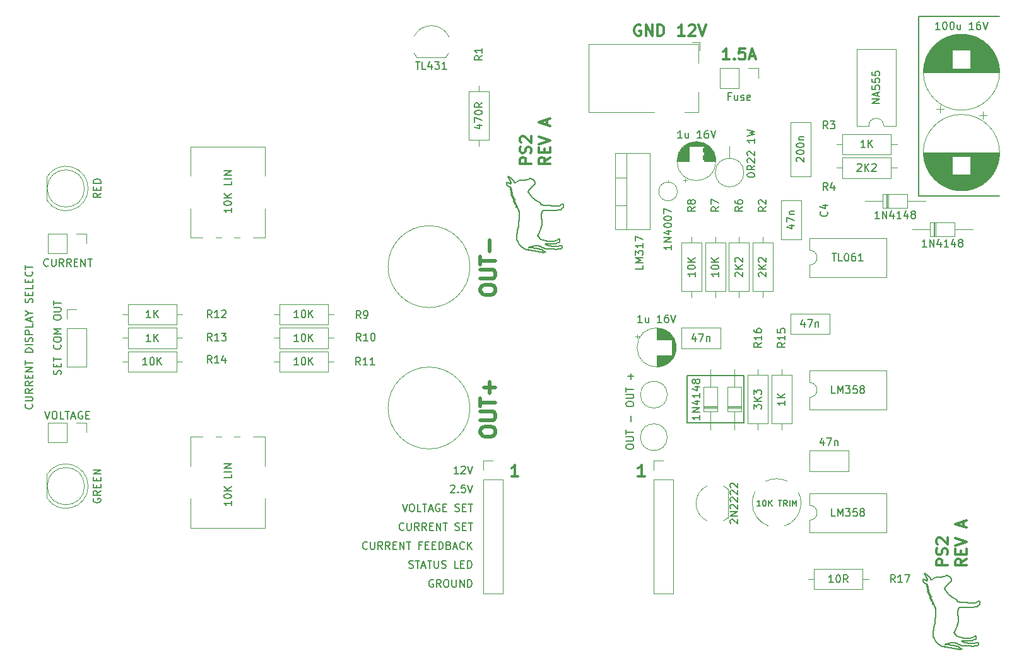
<source format=gbr>
G04 #@! TF.GenerationSoftware,KiCad,Pcbnew,(5.0.0)*
G04 #@! TF.CreationDate,2019-09-25T18:41:39+02:00*
G04 #@! TF.ProjectId,LM317 PSU,4C4D333137205053552E6B696361645F,rev?*
G04 #@! TF.SameCoordinates,PX1312d00PY1312d00*
G04 #@! TF.FileFunction,Legend,Top*
G04 #@! TF.FilePolarity,Positive*
%FSLAX46Y46*%
G04 Gerber Fmt 4.6, Leading zero omitted, Abs format (unit mm)*
G04 Created by KiCad (PCBNEW (5.0.0)) date 09/25/19 18:41:39*
%MOMM*%
%LPD*%
G01*
G04 APERTURE LIST*
%ADD10C,0.200000*%
%ADD11C,0.300000*%
%ADD12C,0.150000*%
%ADD13C,0.120000*%
%ADD14C,0.500000*%
G04 APERTURE END LIST*
D10*
X173740620Y-86229712D02*
X173744750Y-86158640D01*
X173714790Y-86316029D02*
X173740620Y-86229712D01*
X173666940Y-86390140D02*
X173714790Y-86316029D01*
X173618110Y-86435876D02*
X173666940Y-86390140D01*
X173599570Y-86447432D02*
X173618110Y-86435876D01*
X170826010Y-86124461D02*
X170900070Y-86158748D01*
X171051160Y-86243493D02*
X171074330Y-86257436D01*
X169274150Y-86250112D02*
X169295300Y-86241594D01*
X169281300Y-86261125D02*
X169268450Y-86256459D01*
X170981180Y-86202532D02*
X171051160Y-86243493D01*
X171934470Y-86456221D02*
X171985360Y-86456383D01*
X169830300Y-86082251D02*
X169951610Y-86056590D01*
X173327910Y-86452205D02*
X173380820Y-86461646D01*
X169951610Y-86056590D02*
X170060930Y-86040750D01*
X170753860Y-86098093D02*
X170826010Y-86124461D01*
X169374510Y-86267528D02*
X169315650Y-86264651D01*
X173210120Y-86461158D02*
X173271160Y-86450307D01*
X173105150Y-86493439D02*
X173127010Y-86485897D01*
X171187290Y-86325633D02*
X171275180Y-86375980D01*
X172253320Y-86459909D02*
X172462620Y-86467451D01*
X169378090Y-86214522D02*
X169525610Y-86167972D01*
X169329110Y-86230364D02*
X169378090Y-86214522D01*
X169548510Y-86272572D02*
X169460890Y-86270240D01*
X171426440Y-86434084D02*
X171515090Y-86447323D01*
X170382550Y-86040480D02*
X170411410Y-86042809D01*
X170269860Y-86033910D02*
X170354390Y-86038310D01*
X173127010Y-86485897D02*
X173147620Y-86479279D01*
X172462620Y-86467451D02*
X172626520Y-86479658D01*
X170411410Y-86042809D02*
X170497940Y-86050947D01*
X171275180Y-86375980D02*
X171350650Y-86411244D01*
X173588650Y-86454105D02*
X173599570Y-86447432D01*
X173554690Y-86471954D02*
X173588650Y-86454105D01*
X170497940Y-86050947D02*
X170594900Y-86062937D01*
X172969840Y-86524580D02*
X173038840Y-86514001D01*
X173515840Y-86481991D02*
X173554690Y-86471954D01*
X169525610Y-86167972D02*
X169690480Y-86118980D01*
X173147620Y-86479279D02*
X173210120Y-86461158D01*
X172790640Y-86502825D02*
X172887260Y-86518612D01*
X172052300Y-86456764D02*
X172253320Y-86459909D01*
X173271160Y-86450307D02*
X173327910Y-86452205D01*
X172758520Y-86497128D02*
X172790640Y-86502825D01*
X171350650Y-86411244D02*
X171426440Y-86434084D01*
X170354390Y-86038310D02*
X170382550Y-86040480D01*
X172887260Y-86518612D02*
X172969840Y-86524580D01*
X170678500Y-86078127D02*
X170753860Y-86098093D01*
X173415750Y-86469350D02*
X173468480Y-86479279D01*
X173468480Y-86479279D02*
X173515840Y-86481991D01*
X173398270Y-86465553D02*
X173415750Y-86469350D01*
X169690480Y-86118980D02*
X169830300Y-86082251D01*
X169295300Y-86241594D02*
X169320650Y-86233130D01*
X169460890Y-86270240D02*
X169374510Y-86267528D01*
X173380820Y-86461646D02*
X173398270Y-86465553D01*
X173038840Y-86514001D02*
X173105150Y-86493439D01*
X171781900Y-86455732D02*
X171934470Y-86456221D01*
X170164830Y-86033590D02*
X170269860Y-86033910D01*
X172725710Y-86491594D02*
X172758520Y-86497128D01*
X171629400Y-86453616D02*
X171781900Y-86455732D01*
X171074330Y-86257436D02*
X171102590Y-86274472D01*
X169320650Y-86233130D02*
X169329110Y-86230364D01*
X172626520Y-86479658D02*
X172725710Y-86491594D01*
X170060930Y-86040750D02*
X170164830Y-86033590D01*
X171515090Y-86447323D02*
X171629400Y-86453616D01*
X169577750Y-86273277D02*
X169548510Y-86272572D01*
X171985360Y-86456383D02*
X172052300Y-86456764D01*
X171102590Y-86274472D02*
X171187290Y-86325633D01*
X170900070Y-86158748D02*
X170981180Y-86202532D01*
X169268450Y-86256459D02*
X169274150Y-86250112D01*
X169315650Y-86264651D02*
X169281300Y-86261125D01*
X170594900Y-86062937D02*
X170678500Y-86078127D01*
X170630860Y-86461862D02*
X170578830Y-86454484D01*
X170687550Y-86467126D02*
X170630860Y-86461862D01*
X171152400Y-86607914D02*
X171126360Y-86590553D01*
X171227980Y-86725534D02*
X171218160Y-86721357D01*
X170728300Y-86469621D02*
X170687550Y-86467126D01*
X170809730Y-86488176D02*
X170814680Y-86486819D01*
X171160160Y-86614750D02*
X171152400Y-86607914D01*
X170755540Y-86470434D02*
X170741930Y-86470055D01*
X169939460Y-86329809D02*
X169920900Y-86322811D01*
X170091430Y-86372019D02*
X170007160Y-86351077D01*
X170181650Y-86390032D02*
X170091430Y-86372019D01*
X170287550Y-86404408D02*
X170267260Y-86402239D01*
X170780270Y-86497941D02*
X170802300Y-86490454D01*
X170775720Y-86511397D02*
X170769320Y-86504886D01*
X170824980Y-86475751D02*
X170796390Y-86472279D01*
X170959200Y-86547529D02*
X170919220Y-86541779D01*
X171187450Y-86643396D02*
X171167110Y-86621748D01*
X171198620Y-86660811D02*
X171187450Y-86643396D01*
X169920900Y-86322811D02*
X169863830Y-86305450D01*
X170245770Y-86399959D02*
X170181650Y-86390032D01*
X170868500Y-86533694D02*
X170826290Y-86525990D01*
X171266610Y-86742190D02*
X171237690Y-86729550D01*
X170267260Y-86402239D02*
X170245770Y-86399959D01*
X170798510Y-86519805D02*
X170792760Y-86517907D01*
X170007160Y-86351077D02*
X169956070Y-86335886D01*
X170426590Y-86423723D02*
X170348370Y-86412112D01*
X170802300Y-86490454D02*
X170809730Y-86488176D01*
X171194500Y-86671064D02*
X171198620Y-86660811D01*
X170792760Y-86517907D02*
X170775720Y-86511397D01*
X170919220Y-86541779D02*
X170868500Y-86533694D01*
X171167110Y-86621748D02*
X171160160Y-86614750D01*
X170972550Y-86549211D02*
X170959200Y-86547529D01*
X171168020Y-86694230D02*
X171163750Y-86684573D01*
X171189290Y-86707686D02*
X171168020Y-86694230D01*
X171237690Y-86729550D02*
X171227980Y-86725534D01*
X171338870Y-86776208D02*
X171305070Y-86759823D01*
X170578830Y-86454484D02*
X170548290Y-86448300D01*
X171218160Y-86721357D02*
X171189290Y-86707686D01*
X170829000Y-86480905D02*
X170824980Y-86475751D01*
X169606180Y-86274037D02*
X169577750Y-86273277D01*
X170348370Y-86412112D02*
X170287550Y-86404408D01*
X171176000Y-86678064D02*
X171180720Y-86676815D01*
X170492900Y-86435279D02*
X170426590Y-86423723D01*
X169691410Y-86278648D02*
X169606180Y-86274037D01*
X170988010Y-86550784D02*
X170972550Y-86549211D01*
X170814680Y-86486819D02*
X170829000Y-86480905D01*
X171305070Y-86759823D02*
X171266610Y-86742190D01*
X169783970Y-86288848D02*
X169691410Y-86278648D01*
X170741930Y-86470055D02*
X170728300Y-86469621D01*
X171034230Y-86558162D02*
X170988010Y-86550784D01*
X171163750Y-86684573D02*
X171172750Y-86678876D01*
X171126360Y-86590553D02*
X171084970Y-86571780D01*
X170538470Y-86445152D02*
X170527730Y-86442332D01*
X170796390Y-86472279D02*
X170755540Y-86470434D01*
X171180720Y-86676815D02*
X171194500Y-86671064D01*
X171172750Y-86678876D02*
X171176000Y-86678064D01*
X169863830Y-86305450D02*
X169783970Y-86288848D01*
X169956070Y-86335886D02*
X169939460Y-86329809D01*
X170804690Y-86521541D02*
X170798510Y-86519805D01*
X170769320Y-86504886D02*
X170780270Y-86497941D01*
X170527730Y-86442332D02*
X170492900Y-86435279D01*
X170548290Y-86448300D02*
X170538470Y-86445152D01*
X171084970Y-86571780D02*
X171034230Y-86558162D01*
X170826290Y-86525990D02*
X170804690Y-86521541D01*
X172038250Y-86045087D02*
X171960180Y-86028700D01*
X173351620Y-86070425D02*
X173225480Y-86083390D01*
X173726940Y-86048723D02*
X173714190Y-86022840D01*
X173518070Y-86033690D02*
X173492080Y-86041615D01*
X171866330Y-86002280D02*
X171775460Y-85967780D01*
X171488660Y-85798230D02*
X171548770Y-85793680D01*
X172935500Y-86103301D02*
X172923510Y-86105959D01*
X173009980Y-85663410D02*
X173084260Y-85639280D01*
X172923510Y-86105959D02*
X172910540Y-86108836D01*
X172064460Y-86049427D02*
X172038250Y-86045087D01*
X173581550Y-86015740D02*
X173533860Y-86029030D01*
X172894110Y-85760040D02*
X172905440Y-85744630D01*
X171776260Y-85796990D02*
X171815820Y-85798450D01*
X171662070Y-85913410D02*
X171607970Y-85884550D01*
X173741930Y-86135473D02*
X173740570Y-86123104D01*
X173110730Y-86085344D02*
X173037390Y-86090498D01*
X173165260Y-86083390D02*
X173110730Y-86085344D01*
X173668140Y-86001790D02*
X173630910Y-86004830D01*
X171499250Y-85823080D02*
X171479500Y-85810440D01*
X172577000Y-86105743D02*
X172451440Y-86096194D01*
X172791770Y-86114044D02*
X172692180Y-86111765D01*
X172905440Y-85744630D02*
X172946730Y-85703670D01*
X171815820Y-85798450D02*
X171857540Y-85799860D01*
X172451440Y-86096194D02*
X172320690Y-86083446D01*
X171607970Y-85884550D02*
X171545300Y-85849990D01*
X173169980Y-85631190D02*
X173183710Y-85631190D01*
X173084260Y-85639280D02*
X173148550Y-85631190D01*
X172320690Y-86083446D02*
X172189940Y-86067765D01*
X172512050Y-85816630D02*
X172848910Y-85823350D01*
X172946730Y-85703670D02*
X173009980Y-85663410D01*
X173037390Y-86090498D02*
X172972070Y-86097714D01*
X172354010Y-85813810D02*
X172472500Y-85816140D01*
X173735520Y-86085994D02*
X173726940Y-86048723D01*
X171657610Y-85793840D02*
X171776260Y-85796990D01*
X172169870Y-85809250D02*
X172354010Y-85813810D01*
X171545300Y-85849990D02*
X171499250Y-85823080D01*
X173740570Y-86123104D02*
X173735520Y-86085994D01*
X172692180Y-86111765D02*
X172577000Y-86105743D01*
X172472500Y-85816140D02*
X172512050Y-85816630D01*
X172095710Y-86054473D02*
X172064460Y-86049427D01*
X173148550Y-85631190D02*
X173169980Y-85631190D01*
X172848910Y-85823350D02*
X172894110Y-85760040D01*
X172972070Y-86097714D02*
X172935500Y-86103301D01*
X173714190Y-86022840D02*
X173695260Y-86007490D01*
X173225480Y-86083390D02*
X173183500Y-86083390D01*
X173630910Y-86004830D02*
X173581550Y-86015740D01*
X171982750Y-85803880D02*
X172169870Y-85809250D01*
X171857540Y-85799860D02*
X171982750Y-85803880D01*
X171476730Y-85807570D02*
X171488660Y-85798230D01*
X172870610Y-86112200D02*
X172791770Y-86114044D01*
X173744750Y-86158640D02*
X173741930Y-86135473D01*
X171476730Y-85807570D02*
X171476730Y-85807570D01*
X171703620Y-85934790D02*
X171680180Y-85922860D01*
X173183500Y-86083390D02*
X173165260Y-86083390D01*
X171548770Y-85793680D02*
X171657610Y-85793840D01*
X172910540Y-86108836D02*
X172870610Y-86112200D01*
X171479500Y-85810440D02*
X171476730Y-85807570D01*
X173695260Y-86007490D02*
X173668140Y-86001790D01*
X171680180Y-85922860D02*
X171662070Y-85913410D01*
X171775460Y-85967780D02*
X171703620Y-85934790D01*
X171960180Y-86028700D02*
X171866330Y-86002280D01*
X173492080Y-86041615D02*
X173351620Y-86070425D01*
X173533860Y-86029030D02*
X173518070Y-86033690D01*
X172189940Y-86067765D02*
X172095710Y-86054473D01*
X170934410Y-80499300D02*
X170904360Y-80484820D01*
X170883360Y-80469030D02*
X170868390Y-80450100D01*
X170868390Y-80450100D02*
X170856290Y-80426220D01*
X170904360Y-80484820D02*
X170883360Y-80469030D01*
X170976730Y-80514370D02*
X170934410Y-80499300D01*
X173681110Y-81035430D02*
X173681110Y-81030650D01*
X171110680Y-80553660D02*
X171091580Y-80548290D01*
X171129180Y-80558930D02*
X171110680Y-80553660D01*
X173568090Y-80553760D02*
X173546890Y-80565430D01*
X171184950Y-80574050D02*
X171129180Y-80558930D01*
X171482540Y-80619040D02*
X171392970Y-80611600D01*
X172168250Y-80646820D02*
X171980370Y-80639000D01*
X172697160Y-80688370D02*
X172592940Y-80676820D01*
X173846790Y-80946400D02*
X173852980Y-80940280D01*
X172399260Y-80660540D02*
X172168250Y-80646820D01*
X172948360Y-80717350D02*
X172768340Y-80699550D01*
X173546890Y-80565430D02*
X173483190Y-80600040D01*
X173764540Y-80992460D02*
X173795300Y-80980420D01*
X173795300Y-80980420D02*
X173826010Y-80962460D01*
X173681110Y-81024530D02*
X173696620Y-81006140D01*
X173727390Y-80996800D02*
X173737690Y-80996800D01*
X171392970Y-80611600D02*
X171318520Y-80602220D01*
X172592940Y-80676820D02*
X172399260Y-80660540D01*
X173897730Y-80581330D02*
X173889980Y-80508470D01*
X173142200Y-80717890D02*
X173129570Y-80718800D01*
X173224720Y-80707680D02*
X173180230Y-80714140D01*
X173872770Y-80433370D02*
X173868820Y-80429420D01*
X173901970Y-80647080D02*
X173897730Y-80581330D01*
X173104660Y-80720480D02*
X172948360Y-80717350D01*
X173696620Y-81006140D02*
X173727390Y-80996800D01*
X173309730Y-80683820D02*
X173266660Y-80698030D01*
X173357750Y-80663640D02*
X173309730Y-80683820D01*
X173843110Y-80423780D02*
X173790540Y-80439940D01*
X173737690Y-80996800D02*
X173744360Y-80996800D01*
X173414340Y-80636180D02*
X173357750Y-80663640D01*
X173701890Y-80481940D02*
X173601300Y-80535430D01*
X173744360Y-80996800D02*
X173764540Y-80992460D01*
X173681110Y-81030650D02*
X173681110Y-81024530D01*
X173675510Y-81049600D02*
X173681110Y-81035430D01*
X173601300Y-80535430D02*
X173568090Y-80553760D01*
X173889980Y-80508470D02*
X173880160Y-80456000D01*
X173906690Y-80789280D02*
X173904080Y-80699050D01*
X173660430Y-81076980D02*
X173675510Y-81049600D01*
X173880160Y-80456000D02*
X173872770Y-80433370D01*
X171034450Y-80531900D02*
X170976730Y-80514370D01*
X173180230Y-80714140D02*
X173142200Y-80717890D01*
X171980370Y-80639000D02*
X171917760Y-80637320D01*
X171737360Y-80631080D02*
X171594840Y-80625220D01*
X173129570Y-80718800D02*
X173104660Y-80720480D01*
X172768340Y-80699550D02*
X172731610Y-80693900D01*
X173266660Y-80698030D02*
X173224720Y-80707680D01*
X173904080Y-80699050D02*
X173902790Y-80669000D01*
X172731610Y-80693900D02*
X172697160Y-80688370D01*
X171091580Y-80548290D02*
X171034450Y-80531900D01*
X171251750Y-80589960D02*
X171184950Y-80574050D01*
X171318520Y-80602220D02*
X171251750Y-80589960D01*
X171594840Y-80625220D02*
X171482540Y-80619040D01*
X171872620Y-80635860D02*
X171737360Y-80631080D01*
X173902790Y-80669000D02*
X173901970Y-80647080D01*
X173826010Y-80962460D02*
X173846790Y-80946400D01*
X171917760Y-80637320D02*
X171872620Y-80635860D01*
X173864860Y-80425510D02*
X173843110Y-80423780D01*
X173868820Y-80429420D02*
X173864860Y-80425510D01*
X173852980Y-80940280D02*
X173861760Y-80931480D01*
X173885860Y-80902680D02*
X173902460Y-80859760D01*
X173483190Y-80600040D02*
X173414340Y-80636180D01*
X173790540Y-80439940D02*
X173701890Y-80481940D01*
X173902460Y-80859760D02*
X173906690Y-80789280D01*
X173861760Y-80931480D02*
X173885860Y-80902680D01*
X170958660Y-82205900D02*
X170947000Y-82006730D01*
X170559040Y-84496320D02*
X170574820Y-84472710D01*
X170990790Y-83431480D02*
X170993550Y-83416830D01*
X173598090Y-81158100D02*
X173611010Y-81143660D01*
X173552410Y-81195100D02*
X173598090Y-81158100D01*
X173280820Y-81186530D02*
X173311640Y-81194440D01*
X171000050Y-82456650D02*
X170993070Y-82423290D01*
X173321620Y-81197970D02*
X173343800Y-81205790D01*
X173488340Y-81220870D02*
X173552410Y-81195100D01*
X173167430Y-81227820D02*
X173207800Y-81203400D01*
X171035970Y-81437550D02*
X171035970Y-81340330D01*
X170574820Y-84472710D02*
X170618160Y-84398930D01*
X170990790Y-81674910D02*
X170995720Y-81659620D01*
X170466910Y-84688150D02*
X170471470Y-84652400D01*
X170979070Y-81712290D02*
X170990790Y-81674910D01*
X170982110Y-82369410D02*
X170958660Y-82205900D01*
X171018340Y-82557400D02*
X171000050Y-82456650D01*
X170680510Y-84280050D02*
X170743660Y-84145350D01*
X171031150Y-82675620D02*
X171018340Y-82557400D01*
X170743660Y-84145350D02*
X170805400Y-84000390D01*
X170548450Y-84512000D02*
X170559040Y-84496320D01*
X173413210Y-81221620D02*
X173488340Y-81220870D01*
X173311640Y-81194440D02*
X173321620Y-81197970D01*
X171590330Y-81294160D02*
X171891330Y-81284180D01*
X170805400Y-84000390D02*
X170863290Y-83850910D01*
X170618160Y-84398930D02*
X170680510Y-84280050D01*
X173246430Y-81187500D02*
X173280820Y-81186530D01*
X173207800Y-81203400D02*
X173246430Y-81187500D01*
X171019970Y-83128580D02*
X171025610Y-83025180D01*
X171025610Y-83025180D02*
X171026910Y-82990670D01*
X173059300Y-81301930D02*
X173154360Y-81236390D01*
X172641120Y-81290640D02*
X173059300Y-81301930D01*
X172540260Y-81287930D02*
X172641120Y-81290640D01*
X171891330Y-81284180D02*
X172237690Y-81283100D01*
X171389710Y-81307080D02*
X171590330Y-81294160D01*
X170957750Y-81828780D02*
X170979070Y-81712290D01*
X170914980Y-83702530D02*
X170958290Y-83560820D01*
X170993070Y-82423290D02*
X170982110Y-82369410D01*
X171000160Y-83363610D02*
X171010520Y-83257710D01*
X170993550Y-83416830D02*
X171000160Y-83363610D01*
X171033370Y-82809510D02*
X171031150Y-82675620D01*
X171035970Y-81340330D02*
X171323080Y-81313260D01*
X170958290Y-83560820D02*
X170983730Y-83464080D01*
X171032400Y-81485790D02*
X171035970Y-81449650D01*
X170471470Y-84652400D02*
X170488400Y-84610570D01*
X171035970Y-81449650D02*
X171035970Y-81437550D01*
X170995720Y-81659620D02*
X171008300Y-81612750D01*
X171010520Y-83257710D02*
X171019970Y-83128580D01*
X170947000Y-82006730D02*
X170957750Y-81828780D01*
X173638140Y-81109480D02*
X173660430Y-81076980D01*
X173618070Y-81135360D02*
X173638140Y-81109480D01*
X170488400Y-84610570D02*
X170517580Y-84559570D01*
X173611010Y-81143660D02*
X173618070Y-81135360D01*
X171323080Y-81313260D02*
X171389710Y-81307080D01*
X171026910Y-82990670D02*
X171029020Y-82945430D01*
X173343800Y-81205790D02*
X173413210Y-81221620D01*
X171029020Y-82945430D02*
X171033370Y-82809510D01*
X171022680Y-81546930D02*
X171032400Y-81485790D01*
X173154360Y-81236390D02*
X173167430Y-81227820D01*
X170983730Y-83464080D02*
X170990790Y-83431480D01*
X170517580Y-84559570D02*
X170548450Y-84512000D01*
X170863290Y-83850910D02*
X170914980Y-83702530D01*
X171008300Y-81612750D02*
X171022680Y-81546930D01*
X172237690Y-81283100D02*
X172540260Y-81287930D01*
X173267260Y-85142960D02*
X173257050Y-85150350D01*
X173264870Y-85617360D02*
X173299650Y-85592120D01*
X170875500Y-85197110D02*
X170787330Y-85065970D01*
X173320590Y-85104820D02*
X173295520Y-85122120D01*
X170687830Y-84942500D02*
X170629620Y-84881290D01*
X173409620Y-85362100D02*
X173409620Y-85346420D01*
X170742620Y-85006680D02*
X170687830Y-84942500D01*
X173409620Y-85325140D02*
X173403540Y-85261350D01*
X172752660Y-85397140D02*
X172677470Y-85405650D01*
X170787330Y-85065970D02*
X170776800Y-85050730D01*
X171187450Y-85269540D02*
X170875500Y-85197110D01*
X172913580Y-85346790D02*
X172833120Y-85378960D01*
X172989210Y-85308110D02*
X172913580Y-85346790D01*
X173224450Y-85171390D02*
X173162660Y-85209370D01*
X173375220Y-85500220D02*
X173396590Y-85457140D01*
X173089790Y-85252010D02*
X173033040Y-85284070D01*
X171220710Y-85277460D02*
X171187450Y-85269540D01*
X171450860Y-85338220D02*
X171320210Y-85302730D01*
X171948140Y-85464250D02*
X171790910Y-85441190D01*
X171646440Y-85398390D02*
X171626150Y-85391110D01*
X172115570Y-85467350D02*
X171948140Y-85464250D01*
X173346250Y-85088710D02*
X173339300Y-85093100D01*
X173409620Y-85346420D02*
X173409620Y-85325140D01*
X173183710Y-85631190D02*
X173225050Y-85628640D01*
X173162660Y-85209370D02*
X173089790Y-85252010D01*
X171681480Y-85411850D02*
X171646440Y-85398390D01*
X171790910Y-85441190D02*
X171681480Y-85411850D01*
X173368610Y-85114040D02*
X173353580Y-85088710D01*
X173033040Y-85284070D02*
X173014000Y-85294440D01*
X172315480Y-85446400D02*
X172290690Y-85450360D01*
X173014000Y-85294440D02*
X172989210Y-85308110D01*
X173388400Y-85177730D02*
X173368610Y-85114040D01*
X173257050Y-85150350D02*
X173224450Y-85171390D01*
X173274200Y-85137640D02*
X173267260Y-85142960D01*
X173339300Y-85093100D02*
X173320590Y-85104820D01*
X173353580Y-85088710D02*
X173348580Y-85088710D01*
X173396590Y-85457140D02*
X173406900Y-85409030D01*
X173295520Y-85122120D02*
X173274200Y-85137640D01*
X173330020Y-85559080D02*
X173339520Y-85547530D01*
X170474890Y-84720870D02*
X170466910Y-84688150D01*
X170563150Y-84820690D02*
X170528760Y-84789180D01*
X170495440Y-84753470D02*
X170474890Y-84720870D01*
X173225050Y-85628640D02*
X173264870Y-85617360D01*
X170589150Y-84842780D02*
X170574870Y-84830900D01*
X172290690Y-85450360D02*
X172247230Y-85456980D01*
X173348580Y-85088710D02*
X173346250Y-85088710D01*
X173406900Y-85409030D02*
X173409620Y-85362100D01*
X173339520Y-85547530D02*
X173349010Y-85536190D01*
X173299650Y-85592120D02*
X173330020Y-85559080D01*
X170528760Y-84789180D02*
X170495440Y-84753470D01*
X170574870Y-84830900D02*
X170563150Y-84820690D01*
X170629620Y-84881290D02*
X170589150Y-84842780D01*
X170776800Y-85050730D02*
X170742620Y-85006680D01*
X172247230Y-85456980D02*
X172115570Y-85467350D01*
X172833120Y-85378960D02*
X172752660Y-85397140D01*
X171320210Y-85302730D02*
X171220710Y-85277460D01*
X171564510Y-85371580D02*
X171450860Y-85338220D01*
X171626150Y-85391110D02*
X171564510Y-85371580D01*
X172677470Y-85405650D02*
X172652340Y-85407440D01*
X172627440Y-85409720D02*
X172471410Y-85426390D01*
X172471410Y-85426390D02*
X172315480Y-85446400D01*
X173349010Y-85536190D02*
X173375220Y-85500220D01*
X172652340Y-85407440D02*
X172627440Y-85409720D01*
X173403540Y-85261350D02*
X173388400Y-85177730D01*
X167748000Y-80987530D02*
X167772730Y-80994690D01*
X167832090Y-81073620D02*
X167858080Y-81093100D01*
X167844300Y-81003860D02*
X167839580Y-81012910D01*
X167818580Y-81028970D02*
X167813110Y-81033150D01*
X167727270Y-80977000D02*
X167748000Y-80987530D01*
X167912980Y-81166940D02*
X167912610Y-81183110D01*
X167839580Y-81012910D02*
X167823950Y-81025180D01*
X167907400Y-81160920D02*
X167912980Y-81166940D01*
X167825360Y-81071890D02*
X167832090Y-81073620D01*
X167898120Y-81163140D02*
X167907400Y-81160920D01*
X167895460Y-81164610D02*
X167898120Y-81163140D01*
X167892470Y-81166720D02*
X167895460Y-81164610D01*
X167823950Y-81025180D02*
X167818580Y-81028970D01*
X167870550Y-81132980D02*
X167870550Y-81140790D01*
X167877070Y-81164070D02*
X167892470Y-81166720D01*
X167870550Y-81140790D02*
X167877070Y-81164070D01*
X167870550Y-81123050D02*
X167870550Y-81132980D01*
X167791460Y-81057290D02*
X167800790Y-81064620D01*
X167797370Y-81046550D02*
X167791460Y-81057290D01*
X167813110Y-81033150D02*
X167797370Y-81046550D01*
X167808220Y-80997670D02*
X167831610Y-80999460D01*
X167858080Y-81093100D02*
X167870550Y-81123050D01*
X167819180Y-81070320D02*
X167825360Y-81071890D01*
X167800790Y-81064620D02*
X167819180Y-81070320D01*
X167831610Y-80999460D02*
X167844300Y-81003860D01*
X167800450Y-80997350D02*
X167808220Y-80997670D01*
X167793510Y-80997350D02*
X167800450Y-80997350D01*
X167772730Y-80994690D02*
X167793510Y-80997350D01*
X167684950Y-80725970D02*
X167680570Y-80725970D01*
X167638790Y-80534290D02*
X167627230Y-80543140D01*
X167640680Y-80599010D02*
X167662820Y-80612750D01*
X167682900Y-80775780D02*
X167687180Y-80776690D01*
X167655760Y-80823250D02*
X167587950Y-80859430D01*
X167663800Y-80818580D02*
X167655760Y-80823250D01*
X167593260Y-80674260D02*
X167618010Y-80678500D01*
X167655500Y-80764220D02*
X167675730Y-80774420D01*
X167653270Y-80732480D02*
X167645250Y-80747510D01*
X167706870Y-80711600D02*
X167706700Y-80718910D01*
X167700040Y-80703120D02*
X167706870Y-80711600D01*
X167627230Y-80543140D02*
X167611390Y-80548610D01*
X167649320Y-80681210D02*
X167670040Y-80686900D01*
X167632050Y-80678720D02*
X167649320Y-80681210D01*
X167603470Y-80493390D02*
X167623050Y-80502720D01*
X167626300Y-80678500D02*
X167632050Y-80678720D01*
X167597180Y-80665750D02*
X167593260Y-80674260D01*
X167606010Y-80549650D02*
X167601450Y-80550570D01*
X167599230Y-80664930D02*
X167597180Y-80665750D01*
X167601450Y-80550570D02*
X167588270Y-80555460D01*
X167641440Y-80524040D02*
X167638790Y-80534290D01*
X167711710Y-80964300D02*
X167727270Y-80977000D01*
X167702210Y-80950690D02*
X167711710Y-80964300D01*
X167705960Y-80925350D02*
X167699930Y-80937290D01*
X167588270Y-80555460D02*
X167586480Y-80563750D01*
X167611390Y-80548610D02*
X167606010Y-80549650D01*
X167699930Y-80937290D02*
X167702210Y-80950690D01*
X167717180Y-80917540D02*
X167705960Y-80925350D01*
X167670250Y-80641440D02*
X167667050Y-80642300D01*
X167667050Y-80642300D02*
X167662500Y-80644040D01*
X167587950Y-80859430D02*
X167671610Y-80861710D01*
X167721300Y-80915970D02*
X167717180Y-80917540D01*
X167698300Y-80724070D02*
X167684950Y-80725970D01*
X167729660Y-80912710D02*
X167721300Y-80915970D01*
X167706700Y-80718910D02*
X167698300Y-80724070D01*
X167670040Y-80686900D02*
X167687340Y-80694550D01*
X167601190Y-80576330D02*
X167624950Y-80590440D01*
X167618010Y-80678500D02*
X167626300Y-80678500D01*
X167677950Y-80626250D02*
X167679150Y-80635900D01*
X167662820Y-80612750D02*
X167677950Y-80626250D01*
X167603730Y-80663850D02*
X167599230Y-80664930D01*
X167671610Y-80861710D02*
X167685070Y-80861710D01*
X167624950Y-80590440D02*
X167633090Y-80594830D01*
X167680570Y-80725970D02*
X167673720Y-80725970D01*
X167701500Y-80790210D02*
X167687290Y-80803440D01*
X167645250Y-80747510D02*
X167655500Y-80764220D01*
X167752610Y-80897030D02*
X167729660Y-80912710D01*
X167679150Y-80635900D02*
X167670250Y-80641440D01*
X167753260Y-80879510D02*
X167752610Y-80897030D01*
X167725430Y-80866710D02*
X167753260Y-80879510D01*
X167685070Y-80861710D02*
X167725430Y-80866710D01*
X167623050Y-80502720D02*
X167635970Y-80513190D01*
X167687290Y-80803440D02*
X167663800Y-80818580D01*
X167577910Y-80486170D02*
X167603470Y-80493390D01*
X167662500Y-80644040D02*
X167633150Y-80654510D01*
X167687180Y-80776690D02*
X167699610Y-80781640D01*
X167633150Y-80654510D02*
X167603730Y-80663850D01*
X167673720Y-80725970D02*
X167653270Y-80732480D01*
X167687340Y-80694550D02*
X167700040Y-80703120D01*
X167633090Y-80594830D02*
X167640680Y-80599010D01*
X167635970Y-80513190D02*
X167641440Y-80524040D01*
X167586480Y-80563750D02*
X167601190Y-80576330D01*
X167675730Y-80774420D02*
X167682900Y-80775780D01*
X167699610Y-80781640D02*
X167701500Y-80790210D01*
X167226940Y-79703570D02*
X167267520Y-79729220D01*
X167235250Y-79661620D02*
X167206980Y-79661900D01*
X167159770Y-79549690D02*
X167163640Y-79558110D01*
X167160710Y-79548180D02*
X167159770Y-79549690D01*
X167088390Y-79500760D02*
X167090610Y-79504720D01*
X167109870Y-79520230D02*
X167131020Y-79527830D01*
X167189400Y-79672530D02*
X167201010Y-79685010D01*
X167275890Y-79663470D02*
X167265730Y-79662930D01*
X167310660Y-79662980D02*
X167284510Y-79663850D01*
X167258730Y-79595870D02*
X167288150Y-79605040D01*
X167083550Y-79487580D02*
X167086480Y-79497940D01*
X167158690Y-79533800D02*
X167162110Y-79545790D01*
X167143230Y-79527830D02*
X167158690Y-79533800D01*
X167346040Y-79651040D02*
X167333980Y-79658580D01*
X167097440Y-79489530D02*
X167094300Y-79488230D01*
X167317870Y-79617360D02*
X167337680Y-79629660D01*
X167416770Y-79819390D02*
X167443580Y-79837140D01*
X167336820Y-79771000D02*
X167377070Y-79795080D01*
X167191520Y-79665150D02*
X167189400Y-79672530D01*
X167138080Y-79527830D02*
X167143230Y-79527830D01*
X167265730Y-79662930D02*
X167235250Y-79661620D01*
X167162110Y-79545790D02*
X167160710Y-79548180D01*
X167086480Y-79497940D02*
X167088390Y-79500760D01*
X167333980Y-79658580D02*
X167310660Y-79662980D01*
X167248820Y-79593370D02*
X167258730Y-79595870D01*
X167288150Y-79605040D02*
X167317870Y-79617360D01*
X167090610Y-79504720D02*
X167109870Y-79520230D01*
X167456870Y-79864370D02*
X167442550Y-79869040D01*
X167462510Y-79858350D02*
X167456870Y-79864370D01*
X167458440Y-79849720D02*
X167462510Y-79858350D01*
X167206980Y-79661900D02*
X167191520Y-79665150D01*
X167239050Y-79591040D02*
X167248820Y-79593370D01*
X167267520Y-79729220D02*
X167309410Y-79754610D01*
X167443580Y-79837140D02*
X167458440Y-79849720D01*
X167201010Y-79685010D02*
X167226940Y-79703570D01*
X167210230Y-79582190D02*
X167239050Y-79591040D01*
X167094300Y-79488230D02*
X167083550Y-79487580D01*
X167163640Y-79558110D02*
X167181000Y-79569930D01*
X167284510Y-79663850D02*
X167275890Y-79663470D01*
X167131020Y-79527830D02*
X167138080Y-79527830D01*
X167347120Y-79641110D02*
X167346040Y-79651040D01*
X167377070Y-79795080D02*
X167416770Y-79819390D01*
X167323410Y-79762970D02*
X167336820Y-79771000D01*
X167309410Y-79754610D02*
X167323410Y-79762970D01*
X167181000Y-79569930D02*
X167210230Y-79582190D01*
X167337680Y-79629660D02*
X167347120Y-79641110D01*
X166886290Y-78737150D02*
X166891930Y-78743390D01*
X166870290Y-78717660D02*
X166886290Y-78737150D01*
X166911250Y-78775500D02*
X166904960Y-78773760D01*
X166869360Y-78691570D02*
X166862800Y-78701870D01*
X166884230Y-78762430D02*
X166874570Y-78759610D01*
X166884440Y-78684300D02*
X166869360Y-78691570D01*
X166898550Y-78769970D02*
X166884230Y-78762430D01*
X166903160Y-78772730D02*
X166898550Y-78769970D01*
X166895460Y-78747350D02*
X166905440Y-78759760D01*
X166904960Y-78773760D02*
X166903160Y-78772730D01*
X166911950Y-78770830D02*
X166911250Y-78775500D01*
X166905440Y-78759760D02*
X166911950Y-78770830D01*
X166862800Y-78701870D02*
X166870290Y-78717660D01*
X166891930Y-78743390D02*
X166895460Y-78747350D01*
X167022190Y-79013940D02*
X167045900Y-79032440D01*
X167041020Y-79188690D02*
X167030820Y-79188690D01*
X167037110Y-79298120D02*
X167045470Y-79304100D01*
X167012650Y-79279510D02*
X167037110Y-79298120D01*
X166939790Y-79131030D02*
X166922370Y-79120870D01*
X167054320Y-79160110D02*
X167068090Y-79178550D01*
X166968700Y-78847330D02*
X167059140Y-78915150D01*
X167019150Y-79051220D02*
X167011720Y-79053070D01*
X166864750Y-78928660D02*
X166966520Y-78982970D01*
X166961910Y-78921930D02*
X166864750Y-78928660D01*
X166913300Y-78804530D02*
X166938650Y-78825040D01*
X166913470Y-79120870D02*
X166904190Y-79128690D01*
X166916620Y-79120870D02*
X166913470Y-79120870D01*
X167030820Y-79188690D02*
X167000270Y-79178550D01*
X166873430Y-78763400D02*
X166880000Y-78772790D01*
X166966430Y-79154730D02*
X166962450Y-79150230D01*
X166904190Y-79128690D02*
X166915690Y-79149410D01*
X167000270Y-79178550D02*
X166970390Y-79159290D01*
X167029250Y-79135580D02*
X167054320Y-79160110D01*
X166922370Y-79120870D02*
X166916620Y-79120870D01*
X167068090Y-79178550D02*
X167063260Y-79186800D01*
X166893510Y-78786790D02*
X166913300Y-78804530D01*
X167027680Y-79256620D02*
X167022840Y-79256620D01*
X167022840Y-79256620D02*
X167017640Y-79256620D01*
X167059140Y-78915150D02*
X166961910Y-78921930D01*
X166992570Y-79330940D02*
X166974230Y-79331870D01*
X167113290Y-79351620D02*
X167036410Y-79338050D01*
X166998540Y-79265080D02*
X167012650Y-79279510D01*
X167045150Y-79247890D02*
X167042160Y-79254720D01*
X166948020Y-79179100D02*
X166985080Y-79205680D01*
X167011720Y-79053070D02*
X166955140Y-79066620D01*
X167030760Y-79234650D02*
X167045150Y-79247890D01*
X166985080Y-79205680D02*
X166998000Y-79213600D01*
X166874570Y-78759610D02*
X166873430Y-78763400D01*
X166966520Y-78982970D02*
X166980520Y-78990510D01*
X167046550Y-79188690D02*
X167041020Y-79188690D01*
X166880000Y-78772790D02*
X166893510Y-78786790D01*
X166938650Y-78825040D02*
X166961050Y-78841960D01*
X167045900Y-79032440D02*
X167041180Y-79043730D01*
X167042160Y-79254720D02*
X167027680Y-79256620D01*
X166961050Y-78841960D02*
X166968700Y-78847330D01*
X167025450Y-79336150D02*
X166992570Y-79330940D01*
X167036410Y-79338050D02*
X167025450Y-79336150D01*
X167063260Y-79186800D02*
X167046550Y-79188690D01*
X167045470Y-79304100D02*
X167113290Y-79351620D01*
X166970390Y-79159290D02*
X166966430Y-79154730D01*
X167041180Y-79043730D02*
X167019150Y-79051220D01*
X167017640Y-79256620D02*
X167002180Y-79258360D01*
X167002180Y-79258360D02*
X166998540Y-79265080D01*
X167006300Y-79218650D02*
X167030760Y-79234650D01*
X166998000Y-79213600D02*
X167006300Y-79218650D01*
X166915690Y-79149410D02*
X166948020Y-79179100D01*
X166962450Y-79150230D02*
X166939790Y-79131030D01*
X167020680Y-79127660D02*
X167029250Y-79135580D01*
X166955140Y-79066620D02*
X167020680Y-79127660D01*
X166980520Y-78990510D02*
X167022190Y-79013940D01*
X166737260Y-78152510D02*
X166808540Y-78182890D01*
X166655330Y-78107210D02*
X166737260Y-78152510D01*
X166485360Y-77990030D02*
X166569180Y-78051600D01*
X166410430Y-77926980D02*
X166485360Y-77990030D01*
X166320540Y-77828460D02*
X166350860Y-77866860D01*
X166313210Y-77814180D02*
X166320540Y-77828460D01*
X166350860Y-77866860D02*
X166410430Y-77926980D01*
X166569180Y-78051600D02*
X166655330Y-78107210D01*
X166849070Y-78194010D02*
X166862580Y-78194010D01*
X166808540Y-78182890D02*
X166849070Y-78194010D01*
X166822970Y-78359370D02*
X166821620Y-78366760D01*
X166917870Y-78233030D02*
X166921290Y-78239210D01*
X166835450Y-78310550D02*
X166837680Y-78316080D01*
X166821620Y-78429960D02*
X166803610Y-78425350D01*
X167008900Y-78702920D02*
X167007590Y-78713980D01*
X166836540Y-78290920D02*
X166835450Y-78310550D01*
X166862580Y-78194010D02*
X166870500Y-78194010D01*
X166958940Y-78628150D02*
X166991970Y-78672750D01*
X166924370Y-78587030D02*
X166958940Y-78628150D01*
X166839360Y-78320640D02*
X166839360Y-78341800D01*
X166863720Y-78519040D02*
X166899950Y-78560280D01*
X166801330Y-78440870D02*
X166825520Y-78473150D01*
X166934790Y-78481180D02*
X166909080Y-78469680D01*
X166887430Y-78426820D02*
X166895570Y-78432400D01*
X166951070Y-78486550D02*
X166934790Y-78481180D01*
X166932340Y-78267960D02*
X166926650Y-78283910D01*
X166926650Y-78283910D02*
X166901910Y-78288850D01*
X166894430Y-78207300D02*
X166917870Y-78233030D01*
X166942220Y-78467290D02*
X166954870Y-78479390D01*
X166866970Y-78448460D02*
X166845930Y-78439230D01*
X166924710Y-78678440D02*
X166895300Y-78680120D01*
X166919760Y-78449710D02*
X166942220Y-78467290D01*
X166825520Y-78473150D02*
X166863720Y-78519040D01*
X166889650Y-78682350D02*
X166884440Y-78684300D01*
X166899950Y-78560280D02*
X166912330Y-78573790D01*
X166882590Y-78456390D02*
X166873910Y-78451720D01*
X166955790Y-78694290D02*
X166952970Y-78691420D01*
X166912330Y-78573790D02*
X166924370Y-78587030D01*
X166793840Y-78427730D02*
X166801330Y-78440870D01*
X166795580Y-78425570D02*
X166794760Y-78426820D01*
X166803610Y-78425350D02*
X166795580Y-78425570D01*
X166845930Y-78439230D02*
X166821620Y-78429960D01*
X166895570Y-78432400D02*
X166919760Y-78449710D01*
X166924820Y-78245980D02*
X166932340Y-78267960D01*
X166870500Y-78194010D02*
X166894430Y-78207300D01*
X166832900Y-78381890D02*
X166855580Y-78402570D01*
X166895300Y-78680120D02*
X166889650Y-78682350D01*
X166949550Y-78688040D02*
X166924710Y-78678440D01*
X166952970Y-78691420D02*
X166949550Y-78688040D01*
X166824120Y-78359000D02*
X166822970Y-78359370D01*
X166977540Y-78706980D02*
X166955790Y-78694290D01*
X166873910Y-78451720D02*
X166866970Y-78448460D01*
X166855580Y-78402570D02*
X166879290Y-78421010D01*
X166821620Y-78366760D02*
X166832900Y-78381890D01*
X166901910Y-78288850D02*
X166867190Y-78286140D01*
X166921290Y-78239210D02*
X166924820Y-78245980D01*
X166999790Y-78713980D02*
X166977540Y-78706980D01*
X167007220Y-78713980D02*
X166999790Y-78713980D01*
X167007590Y-78713980D02*
X167007220Y-78713980D01*
X166991970Y-78672750D02*
X167008900Y-78702920D01*
X166909080Y-78469680D02*
X166882590Y-78456390D01*
X166794760Y-78426820D02*
X166793840Y-78427730D01*
X166957800Y-78485900D02*
X166951070Y-78486550D01*
X166954870Y-78479390D02*
X166957800Y-78485900D01*
X166879290Y-78421010D02*
X166887430Y-78426820D01*
X166851250Y-78283860D02*
X166836540Y-78290920D01*
X166839360Y-78341800D02*
X166828080Y-78357320D01*
X166855800Y-78284400D02*
X166851250Y-78283860D01*
X166828080Y-78357320D02*
X166824120Y-78359000D01*
X166867190Y-78286140D02*
X166855800Y-78284400D01*
X166837680Y-78316080D02*
X166839360Y-78320640D01*
X167910590Y-85696400D02*
X168021440Y-85872450D01*
X168704480Y-86422855D02*
X168730260Y-86438046D01*
X168547370Y-86341746D02*
X168595710Y-86371965D01*
X168427250Y-86260094D02*
X168489690Y-86303389D01*
X168364640Y-86214901D02*
X168427250Y-86260094D01*
X168257160Y-86131297D02*
X168269210Y-86141496D01*
X168134830Y-86014600D02*
X168224660Y-86104441D01*
X168747940Y-86449439D02*
X168777250Y-86465878D01*
X168738720Y-86443254D02*
X168747940Y-86449439D01*
X168646270Y-86395186D02*
X168654730Y-86397193D01*
X168224660Y-86104441D02*
X168257160Y-86131297D01*
X168903220Y-86506133D02*
X168955620Y-86515302D01*
X168269210Y-86141496D02*
X168306370Y-86170955D01*
X168306370Y-86170955D02*
X168364640Y-86214901D01*
X168021440Y-85872450D02*
X168134830Y-86014600D01*
X168654730Y-86397193D02*
X168675360Y-86406850D01*
X168856010Y-86498266D02*
X168878200Y-86503801D01*
X168818090Y-86484812D02*
X168856010Y-86498266D01*
X168675360Y-86406850D02*
X168704480Y-86422855D01*
X168885690Y-86504289D02*
X168903220Y-86506133D01*
X168878200Y-86503801D02*
X168885690Y-86504289D01*
X168777250Y-86465878D02*
X168818090Y-86484812D01*
X168730260Y-86438046D02*
X168738720Y-86443254D01*
X168489690Y-86303389D02*
X168547370Y-86341746D01*
X168643770Y-86397247D02*
X168646000Y-86395782D01*
X168595710Y-86371965D02*
X168630110Y-86391008D01*
X168646000Y-86395782D02*
X168646270Y-86395186D01*
X168630110Y-86391008D02*
X168643770Y-86397247D01*
X168001410Y-81706280D02*
X167998220Y-81822260D01*
X167922970Y-81268550D02*
X167927040Y-81268550D01*
X167657660Y-85106610D02*
X167664720Y-85158910D01*
X168003640Y-81436150D02*
X168004890Y-81498430D01*
X167653000Y-85044600D02*
X167657660Y-85106610D01*
X167947930Y-81319010D02*
X167944550Y-81335180D01*
X167896700Y-83350320D02*
X167884610Y-83440540D01*
X167946790Y-81349120D02*
X167956650Y-81356720D01*
X167931260Y-83008470D02*
X167914120Y-83194180D01*
X167905010Y-81216860D02*
X167901320Y-81238120D01*
X167947650Y-82799650D02*
X167931260Y-83008470D01*
X167988070Y-82098260D02*
X167976510Y-82338110D01*
X167997140Y-81860900D02*
X167995180Y-81920250D01*
X167908480Y-81203290D02*
X167906750Y-81209860D01*
X167954700Y-81293400D02*
X167951400Y-81308930D01*
X167970050Y-81359000D02*
X167974570Y-81359000D01*
X167956650Y-81356720D02*
X167970050Y-81359000D01*
X167796010Y-85477970D02*
X167823080Y-85533370D01*
X167751640Y-84049370D02*
X167707150Y-84254940D01*
X167648330Y-84739320D02*
X167646480Y-84910210D01*
X167768830Y-83981390D02*
X167751640Y-84049370D01*
X167994300Y-81372290D02*
X168000160Y-81395620D01*
X167944550Y-81335180D02*
X167946790Y-81349120D01*
X167784730Y-85455300D02*
X167796010Y-85477970D01*
X167995180Y-81920250D02*
X167988070Y-82098260D01*
X167751210Y-85387050D02*
X167784730Y-85455300D01*
X167649950Y-84986440D02*
X167653000Y-85044600D01*
X167976510Y-82338110D02*
X167962900Y-82574050D01*
X167977330Y-81359000D02*
X167985790Y-81361600D01*
X167667370Y-84504720D02*
X167648330Y-84739320D01*
X167707150Y-84254940D02*
X167667370Y-84504720D01*
X167962900Y-82574050D02*
X167947650Y-82799650D01*
X167998220Y-81822260D02*
X167997140Y-81860900D01*
X168004080Y-81586970D02*
X168001410Y-81706280D01*
X167833440Y-83703890D02*
X167801650Y-83845600D01*
X168000160Y-81395620D02*
X168003640Y-81436150D01*
X167951400Y-81308930D02*
X167949660Y-81313800D01*
X168004890Y-81498430D02*
X168004080Y-81586970D01*
X167931160Y-81268550D02*
X167943580Y-81271220D01*
X167823080Y-85533370D02*
X167910590Y-85696400D01*
X167717400Y-85315480D02*
X167751210Y-85387050D01*
X167692870Y-85257480D02*
X167717400Y-85315480D01*
X167910820Y-81265790D02*
X167922970Y-81268550D01*
X167801650Y-83845600D02*
X167777340Y-83947540D01*
X167985790Y-81361600D02*
X167994300Y-81372290D01*
X167949660Y-81313800D02*
X167947930Y-81319010D01*
X167943580Y-81271220D02*
X167952750Y-81279300D01*
X167927040Y-81268550D02*
X167931160Y-81268550D01*
X167912610Y-81183110D02*
X167908480Y-81203290D01*
X167675900Y-85207250D02*
X167692870Y-85257480D01*
X167664720Y-85158910D02*
X167675900Y-85207250D01*
X167649040Y-84967010D02*
X167649950Y-84986440D01*
X167777340Y-83947540D02*
X167768830Y-83981390D01*
X167974570Y-81359000D02*
X167977330Y-81359000D01*
X167914120Y-83194180D02*
X167896700Y-83350320D01*
X167646480Y-84910210D02*
X167649040Y-84967010D01*
X167860620Y-83573190D02*
X167833440Y-83703890D01*
X167875330Y-83496210D02*
X167860620Y-83573190D01*
X167884610Y-83440540D02*
X167879570Y-83470430D01*
X167901320Y-81238120D02*
X167902450Y-81256190D01*
X167879570Y-83470430D02*
X167875330Y-83496210D01*
X167952750Y-81279300D02*
X167954700Y-81293400D01*
X167902450Y-81256190D02*
X167910820Y-81265790D01*
X167906750Y-81209860D02*
X167905010Y-81216860D01*
X169771820Y-77108290D02*
X169765790Y-77108290D01*
X166634770Y-76796190D02*
X166619300Y-76785290D01*
X166676440Y-76826190D02*
X166634770Y-76796190D01*
X169867140Y-77148330D02*
X169825360Y-77127500D01*
X166800680Y-76917290D02*
X166676440Y-76826190D01*
X167325900Y-77451290D02*
X167305340Y-77403710D01*
X166939080Y-77022890D02*
X166800680Y-76917290D01*
X169188590Y-77120500D02*
X169014390Y-77169710D01*
X167052360Y-77115400D02*
X166939080Y-77022890D01*
X167213870Y-77270940D02*
X167143120Y-77197220D01*
X167601300Y-77475920D02*
X167487320Y-77527890D01*
X169625610Y-77058480D02*
X169523820Y-77008690D01*
X169760040Y-77108290D02*
X169742950Y-77104390D01*
X169523820Y-77008690D02*
X169245770Y-77101400D01*
X169708390Y-77093600D02*
X169667540Y-77077750D01*
X167143120Y-77197220D02*
X167052360Y-77115400D01*
X167267090Y-77338930D02*
X167213870Y-77270940D01*
X167376250Y-77569390D02*
X167374020Y-77567110D01*
X167704000Y-77426110D02*
X167601300Y-77475920D01*
X169910480Y-77173780D02*
X169899910Y-77167050D01*
X167333610Y-77476080D02*
X167331110Y-77467660D01*
X167342230Y-77501040D02*
X167333610Y-77476080D01*
X169742950Y-77104390D02*
X169708390Y-77093600D01*
X167365340Y-77554150D02*
X167354220Y-77530980D01*
X167407660Y-77559900D02*
X167376250Y-77569390D01*
X169667540Y-77077750D02*
X169635910Y-77063640D01*
X167487320Y-77527890D02*
X167407660Y-77559900D01*
X168334750Y-77239320D02*
X168086110Y-77232540D01*
X169635910Y-77063640D02*
X169625610Y-77058480D01*
X169765790Y-77108290D02*
X169760040Y-77108290D01*
X169789940Y-77113440D02*
X169771820Y-77108290D01*
X169969620Y-77215610D02*
X169925620Y-77183650D01*
X169899910Y-77167050D02*
X169867140Y-77148330D01*
X169825360Y-77127500D02*
X169789940Y-77113440D01*
X166539830Y-76882090D02*
X166550140Y-76890290D01*
X166525510Y-76870590D02*
X166539830Y-76882090D01*
X166485620Y-76832190D02*
X166525510Y-76870590D01*
X166454160Y-76790190D02*
X166485620Y-76832190D01*
X166443470Y-76757790D02*
X166454160Y-76790190D01*
X168086110Y-77232540D02*
X167737950Y-77408910D01*
X166451610Y-76736590D02*
X166443470Y-76757790D01*
X169925620Y-77183650D02*
X169910480Y-77173780D01*
X166476730Y-76728290D02*
X166451610Y-76736590D01*
X166516870Y-76734290D02*
X166476730Y-76728290D01*
X166570200Y-76756390D02*
X166516870Y-76734290D01*
X166619300Y-76785290D02*
X166570200Y-76756390D01*
X167737950Y-77408910D02*
X167704000Y-77426110D01*
X167305340Y-77403710D02*
X167267090Y-77338930D01*
X169245770Y-77101400D02*
X169188590Y-77120500D01*
X167374020Y-77567110D02*
X167371750Y-77564890D01*
X167371750Y-77564890D02*
X167365340Y-77554150D01*
X168576290Y-77235900D02*
X168395080Y-77240510D01*
X169014390Y-77169710D02*
X168797040Y-77213600D01*
X167331110Y-77467660D02*
X167325900Y-77451290D01*
X167354220Y-77530980D02*
X167342230Y-77501040D01*
X168395080Y-77240510D02*
X168334750Y-77239320D01*
X168797040Y-77213600D02*
X168576290Y-77235900D01*
X169402940Y-78430940D02*
X169440540Y-78394690D01*
X170201610Y-79897360D02*
X170095330Y-79832300D01*
X169342890Y-79002870D02*
X169328620Y-78981550D01*
X170040430Y-77322970D02*
X170009070Y-77258900D01*
X170075470Y-77427030D02*
X170067270Y-77400890D01*
X170100860Y-77514760D02*
X170082300Y-77448790D01*
X169270680Y-78584580D02*
X169300730Y-78545530D01*
X170082300Y-77448790D02*
X170075470Y-77427030D01*
X170120660Y-77678160D02*
X170122140Y-77643550D01*
X169690160Y-78069780D02*
X169742520Y-78010360D01*
X170095330Y-79832300D02*
X169997080Y-79754890D01*
X170846900Y-80403220D02*
X170843910Y-80395460D01*
X169502290Y-78334150D02*
X169552300Y-78275980D01*
X169466370Y-78371640D02*
X169502290Y-78334150D01*
X170532340Y-80070210D02*
X170390680Y-79991320D01*
X169349940Y-78487410D02*
X169402940Y-78430940D01*
X169261510Y-78598150D02*
X169270680Y-78584580D01*
X169909400Y-79674650D02*
X169880910Y-79647140D01*
X169253750Y-78609650D02*
X169261510Y-78598150D01*
X169880910Y-79647140D02*
X169841520Y-79609320D01*
X170306590Y-79951180D02*
X170201610Y-79897360D01*
X170116370Y-77586150D02*
X170100860Y-77514760D01*
X170122140Y-77643550D02*
X170116370Y-77586150D01*
X169876520Y-77947000D02*
X169898070Y-77940970D01*
X169841520Y-79609320D02*
X169726570Y-79492460D01*
X169997080Y-79754890D02*
X169909400Y-79674650D01*
X170114480Y-77710890D02*
X170118390Y-77689290D01*
X170843910Y-80395460D02*
X170832580Y-80365400D01*
X169217180Y-78797960D02*
X169202970Y-78755600D01*
X169202970Y-78755600D02*
X169201180Y-78718860D01*
X170087900Y-77772850D02*
X170114480Y-77710890D01*
X170856290Y-80426220D02*
X170846900Y-80403220D01*
X170032180Y-77848690D02*
X170087900Y-77772850D01*
X169898070Y-77940970D02*
X169959090Y-77909290D01*
X169857210Y-77952210D02*
X169876520Y-77947000D01*
X169453730Y-78383360D02*
X169466370Y-78371640D01*
X169594080Y-79343690D02*
X169470440Y-79185610D01*
X169300730Y-78545530D02*
X169349940Y-78487410D01*
X169286250Y-78917150D02*
X169244640Y-78850320D01*
X169328620Y-78981550D02*
X169286250Y-78917150D01*
X169231290Y-78644580D02*
X169253750Y-78609650D01*
X169470440Y-79185610D02*
X169373870Y-79049150D01*
X170780760Y-80281960D02*
X170677730Y-80174150D01*
X169742520Y-78010360D02*
X169800790Y-77972980D01*
X169632330Y-78161790D02*
X169645840Y-78138290D01*
X169645840Y-78138290D02*
X169690160Y-78069780D01*
X169552300Y-78275980D02*
X169597720Y-78216150D01*
X169244640Y-78850320D02*
X169217180Y-78797960D01*
X169440540Y-78394690D02*
X169453730Y-78383360D01*
X170009070Y-77258900D02*
X169969620Y-77215610D01*
X170832580Y-80365400D02*
X170780760Y-80281960D01*
X170390680Y-79991320D02*
X170342020Y-79968150D01*
X169800790Y-77972980D02*
X169857210Y-77952210D01*
X170677730Y-80174150D02*
X170532340Y-80070210D01*
X169201180Y-78718860D02*
X169210940Y-78683330D01*
X170067270Y-77400890D02*
X170040430Y-77322970D01*
X169210940Y-78683330D02*
X169231290Y-78644580D01*
X169624510Y-78175890D02*
X169632330Y-78161790D01*
X170118390Y-77689290D02*
X170120660Y-77678160D01*
X169373870Y-79049150D02*
X169342890Y-79002870D01*
X170342020Y-79968150D02*
X170306590Y-79951180D01*
X169726570Y-79492460D02*
X169594080Y-79343690D01*
X169597720Y-78216150D02*
X169624510Y-78175890D01*
X169959090Y-77909290D02*
X170032180Y-77848690D01*
X166550140Y-76890290D02*
X166579000Y-76917290D01*
X166754680Y-77551710D02*
X166759070Y-77568900D01*
X166662440Y-77028290D02*
X166666400Y-77038090D01*
X166799760Y-77336600D02*
X166808980Y-77356610D01*
X166756460Y-77542710D02*
X166754680Y-77551710D01*
X166831330Y-77730150D02*
X166831330Y-77730150D01*
X166865140Y-77561690D02*
X166860790Y-77558170D01*
X166294610Y-77773010D02*
X166307620Y-77804470D01*
X166860790Y-77558170D02*
X166856070Y-77554100D01*
X166799590Y-77564460D02*
X166778820Y-77549150D01*
X166758580Y-77245780D02*
X166789440Y-77313920D01*
X166280120Y-77723750D02*
X166294610Y-77773010D01*
X166266440Y-77632330D02*
X166270400Y-77671010D01*
X166781800Y-77620010D02*
X166786080Y-77628370D01*
X166349720Y-77524410D02*
X166266120Y-77510860D01*
X166773390Y-77707790D02*
X166710180Y-77678330D01*
X166895460Y-77571120D02*
X166890640Y-77576330D01*
X166687230Y-77087030D02*
X166719510Y-77159400D01*
X166803610Y-77663420D02*
X166818040Y-77694550D01*
X166850110Y-77575690D02*
X166854010Y-77583070D01*
X166834430Y-77540150D02*
X166838820Y-77553160D01*
X166266120Y-77510860D02*
X166266120Y-77619410D01*
X166710180Y-77678330D02*
X166651650Y-77649580D01*
X166854010Y-77583070D02*
X166883410Y-77639600D01*
X166786080Y-77628370D02*
X166790580Y-77637050D01*
X166270400Y-77671010D02*
X166280120Y-77723750D01*
X166266120Y-77619410D02*
X166266440Y-77632330D01*
X166883410Y-77639600D02*
X166826830Y-77587620D01*
X166398660Y-77538300D02*
X166361610Y-77526690D01*
X166549050Y-77599120D02*
X166468160Y-77564290D01*
X166890640Y-77576330D02*
X166878910Y-77571460D01*
X166836480Y-77416830D02*
X166863940Y-77478730D01*
X166646330Y-77000390D02*
X166662440Y-77028290D01*
X166815820Y-77725860D02*
X166773390Y-77707790D01*
X166361610Y-77526690D02*
X166349720Y-77524410D01*
X166611760Y-77629010D02*
X166549050Y-77599120D01*
X166790580Y-77637050D02*
X166803610Y-77663420D01*
X166838820Y-77553160D02*
X166850110Y-77575690D01*
X166468160Y-77564290D02*
X166398660Y-77538300D01*
X166820150Y-77581710D02*
X166799590Y-77564460D01*
X166632330Y-77639710D02*
X166611760Y-77629010D01*
X166651650Y-77649580D02*
X166632330Y-77639710D01*
X166878910Y-77571460D02*
X166865140Y-77561690D01*
X166666400Y-77038090D02*
X166670900Y-77049480D01*
X166719510Y-77159400D02*
X166758580Y-77245780D01*
X166579000Y-76917290D02*
X166615830Y-76958490D01*
X166831330Y-77730150D02*
X166815820Y-77725860D01*
X166831330Y-77727160D02*
X166831330Y-77730150D01*
X166841520Y-77542370D02*
X166834430Y-77540150D01*
X166882590Y-77523980D02*
X166892970Y-77554260D01*
X166827750Y-77718100D02*
X166831330Y-77727160D01*
X166818040Y-77694550D02*
X166827750Y-77718100D01*
X166759070Y-77568900D02*
X166769540Y-77594460D01*
X166615830Y-76958490D02*
X166646330Y-77000390D01*
X166863940Y-77478730D02*
X166882590Y-77523980D01*
X166856070Y-77554100D02*
X166841520Y-77542370D01*
X166892970Y-77554260D02*
X166895460Y-77571120D01*
X166670900Y-77049480D02*
X166687230Y-77087030D01*
X166769540Y-77594460D02*
X166781800Y-77620010D01*
X166764500Y-77541890D02*
X166756460Y-77542710D01*
X166778820Y-77549150D02*
X166764500Y-77541890D01*
X166808980Y-77356610D02*
X166836480Y-77416830D01*
X166789440Y-77313920D02*
X166799760Y-77336600D01*
X166826830Y-77587620D02*
X166820150Y-77581710D01*
X167453400Y-80438100D02*
X167463590Y-80448850D01*
X167452000Y-80352710D02*
X167419820Y-80376850D01*
X167429640Y-80432140D02*
X167435550Y-80432140D01*
X167511020Y-80316190D02*
X167489430Y-80330790D01*
X167531410Y-80296390D02*
X167531410Y-80298350D01*
X167476020Y-80262100D02*
X167504830Y-80276640D01*
X167531410Y-80294480D02*
X167531410Y-80296390D01*
X167400940Y-80424480D02*
X167422430Y-80432140D01*
X167489430Y-80330790D02*
X167470110Y-80342500D01*
X167524260Y-80288640D02*
X167531410Y-80294480D01*
X167504830Y-80276640D02*
X167524260Y-80288640D01*
X167554910Y-80482430D02*
X167577910Y-80486170D01*
X167547260Y-80481830D02*
X167554910Y-80482430D01*
X167463590Y-80454860D02*
X167470270Y-80462140D01*
X167463590Y-80346190D02*
X167452000Y-80352710D01*
X167531410Y-80298350D02*
X167525890Y-80304210D01*
X167470110Y-80342500D02*
X167463590Y-80346190D01*
X167470270Y-80462140D02*
X167488450Y-80470540D01*
X167422430Y-80432140D02*
X167429640Y-80432140D01*
X167419820Y-80376850D02*
X167398270Y-80404460D01*
X167539180Y-80481070D02*
X167547260Y-80481830D01*
X167515090Y-80477280D02*
X167539180Y-80481070D01*
X167488450Y-80470540D02*
X167515090Y-80477280D01*
X167463590Y-80452430D02*
X167463590Y-80454860D01*
X167398270Y-80404460D02*
X167400940Y-80424480D01*
X167525890Y-80304210D02*
X167511020Y-80316190D01*
X167463590Y-80448850D02*
X167463590Y-80452430D01*
X167435550Y-80432140D02*
X167453400Y-80438100D01*
X167409230Y-80063480D02*
X167415040Y-80067050D01*
X167294820Y-79929300D02*
X167273770Y-79918140D01*
X167271330Y-79891710D02*
X167277680Y-79898760D01*
X167357910Y-80132160D02*
X167375930Y-80147190D01*
X167284890Y-80080460D02*
X167303980Y-80096030D01*
X167401800Y-80058820D02*
X167409230Y-80063480D01*
X167203510Y-79889430D02*
X167204330Y-79895180D01*
X167218430Y-79910650D02*
X167242730Y-79933220D01*
X167330140Y-80113290D02*
X167337190Y-80117790D01*
X167268290Y-80057620D02*
X167272950Y-80067390D01*
X167280870Y-80051280D02*
X167270890Y-80051980D01*
X167369090Y-80085290D02*
X167330140Y-80071460D01*
X167411510Y-80090660D02*
X167405820Y-80091260D01*
X167345930Y-80018230D02*
X167380160Y-80043730D01*
X167209480Y-79889430D02*
X167203510Y-79889430D01*
X167353300Y-79877660D02*
X167318860Y-79873050D01*
X167309520Y-79989580D02*
X167345930Y-80018230D01*
X167260040Y-79910970D02*
X167227540Y-79896820D01*
X167273770Y-79918140D02*
X167266830Y-79914330D01*
X167228410Y-79842010D02*
X167271330Y-79891710D01*
X167277680Y-79898760D02*
X167296660Y-79920080D01*
X167442550Y-79869040D02*
X167426050Y-79872610D01*
X167426050Y-79872610D02*
X167420580Y-79873710D01*
X167317270Y-80064830D02*
X167298340Y-80056370D01*
X167355040Y-80190220D02*
X167386570Y-80218050D01*
X167377660Y-80160760D02*
X167370890Y-80160760D01*
X167266830Y-79914330D02*
X167260040Y-79910970D01*
X167274150Y-79960400D02*
X167309520Y-79989580D01*
X167272950Y-80067390D02*
X167284890Y-80080460D01*
X167380160Y-80043730D02*
X167401800Y-80058820D01*
X167203510Y-79889430D02*
X167203510Y-79889430D01*
X167412760Y-79875540D02*
X167388620Y-79878040D01*
X167298340Y-80056370D02*
X167280870Y-80051280D01*
X167405820Y-80091260D02*
X167369090Y-80085290D01*
X167416890Y-80090660D02*
X167411510Y-80090660D01*
X167388620Y-79878040D02*
X167353300Y-79877660D01*
X167204330Y-79895180D02*
X167218430Y-79910650D01*
X167449820Y-80250330D02*
X167476020Y-80262100D01*
X167323410Y-80109280D02*
X167330140Y-80113290D01*
X167289440Y-79864640D02*
X167228410Y-79842010D01*
X167420580Y-79873710D02*
X167412760Y-79875540D01*
X167440980Y-80246690D02*
X167449820Y-80250330D01*
X167426870Y-80240780D02*
X167440980Y-80246690D01*
X167386570Y-80218050D02*
X167426870Y-80240780D01*
X167433050Y-80089960D02*
X167416890Y-80090660D01*
X167303980Y-80096030D02*
X167323410Y-80109280D01*
X167350650Y-80169110D02*
X167355040Y-80190220D01*
X167375930Y-80147190D02*
X167382930Y-80157180D01*
X167440000Y-80086430D02*
X167433050Y-80089960D01*
X167296500Y-79867460D02*
X167289440Y-79864640D01*
X167227540Y-79896820D02*
X167209480Y-79889430D01*
X167415040Y-80067050D02*
X167432140Y-80078230D01*
X167370890Y-80160760D02*
X167350650Y-80169110D01*
X167296660Y-79920080D02*
X167304640Y-79931910D01*
X167337190Y-80117790D02*
X167357910Y-80132160D01*
X167242730Y-79933220D02*
X167274150Y-79960400D01*
X167378970Y-80160760D02*
X167377660Y-80160760D01*
X167304640Y-79931910D02*
X167294820Y-79929300D01*
X167323410Y-80068040D02*
X167317270Y-80064830D01*
X167270890Y-80051980D02*
X167268290Y-80057620D01*
X167382930Y-80157180D02*
X167378970Y-80160760D01*
X167432140Y-80078230D02*
X167440000Y-80086430D01*
X167318860Y-79873050D02*
X167296500Y-79867460D01*
X167330140Y-80071460D02*
X167323410Y-80068040D01*
X166307620Y-77804470D02*
X166313210Y-77814180D01*
X166313210Y-77814180D02*
X166313210Y-77814180D01*
X171515580Y-86902347D02*
X171537160Y-86895782D01*
X171387110Y-86802629D02*
X171369300Y-86792537D01*
X171452000Y-86835994D02*
X171417870Y-86818905D01*
X171477220Y-86848257D02*
X171452000Y-86835994D01*
X171485680Y-86852216D02*
X171477220Y-86848257D01*
X171537160Y-86895782D02*
X171544440Y-86887590D01*
X171051590Y-86917755D02*
X171088870Y-86925133D01*
X171508300Y-86904192D02*
X171515580Y-86902347D01*
X170885040Y-86910268D02*
X170896110Y-86903486D01*
X170977440Y-86905928D02*
X171033090Y-86914500D01*
X170896110Y-86903486D02*
X170926390Y-86901098D01*
X171033090Y-86914500D02*
X171051590Y-86917755D01*
X170883190Y-86915910D02*
X170884330Y-86913252D01*
X170926390Y-86901098D02*
X170977440Y-86905928D01*
X170845870Y-86918080D02*
X170872080Y-86920468D01*
X170806110Y-86905982D02*
X170845870Y-86918080D01*
X171469840Y-86913849D02*
X171508300Y-86904192D01*
X170872080Y-86920468D02*
X170883190Y-86915910D01*
X171357480Y-86785593D02*
X171338870Y-86776208D01*
X171417870Y-86818905D02*
X171387110Y-86802629D01*
X171278220Y-86936418D02*
X171469840Y-86913849D01*
X171544440Y-86887590D02*
X171527940Y-86874677D01*
X170884330Y-86913252D02*
X170885040Y-86910268D01*
X171363610Y-86788903D02*
X171357480Y-86785593D01*
X171527940Y-86874677D02*
X171496320Y-86857696D01*
X171369300Y-86792537D02*
X171363610Y-86788903D01*
X171496320Y-86857696D02*
X171485680Y-86852216D01*
X171088870Y-86925133D02*
X171278220Y-86936418D01*
X169524040Y-86651262D02*
X169521000Y-86648875D01*
X169030070Y-86532826D02*
X169098970Y-86554202D01*
X169324330Y-86601402D02*
X169335570Y-86606611D01*
X169528430Y-86665639D02*
X169531860Y-86660214D01*
X170380480Y-86775827D02*
X170428930Y-86785702D01*
X170569660Y-86838544D02*
X170592230Y-86842884D01*
X169543620Y-86639814D02*
X169579970Y-86650014D01*
X170511180Y-86813914D02*
X170518570Y-86818037D01*
X169579970Y-86650014D02*
X169689460Y-86679582D01*
X170320800Y-86770457D02*
X170334860Y-86771000D01*
X169487090Y-86660811D02*
X169512800Y-86665693D01*
X169161730Y-86581818D02*
X169190590Y-86595815D01*
X169218000Y-86584801D02*
X169215770Y-86581058D01*
X169222010Y-86597605D02*
X169218000Y-86584801D01*
X169505160Y-86631676D02*
X169517150Y-86632707D01*
X169209200Y-86563914D02*
X169222610Y-86560766D01*
X169506730Y-86637047D02*
X169505160Y-86631676D01*
X169413520Y-86638133D02*
X169453290Y-86651425D01*
X170029620Y-86741594D02*
X170051160Y-86744253D01*
X169222610Y-86560766D02*
X169259660Y-86572811D01*
X169909190Y-86726023D02*
X169999470Y-86738230D01*
X169213710Y-86602651D02*
X169222010Y-86597605D01*
X170051160Y-86744253D02*
X170116050Y-86751630D01*
X169190590Y-86595815D02*
X169213710Y-86602651D01*
X170518570Y-86818037D02*
X170541620Y-86828671D01*
X170766230Y-86889869D02*
X170806110Y-86905982D01*
X170753200Y-86883901D02*
X170766230Y-86889869D01*
X170116050Y-86751630D02*
X170202540Y-86760529D01*
X170740940Y-86878204D02*
X170753200Y-86883901D01*
X169139590Y-86569990D02*
X169152460Y-86576609D01*
X169517150Y-86632707D02*
X169537070Y-86637861D01*
X170703510Y-86862633D02*
X170740940Y-86878204D01*
X169308330Y-86593916D02*
X169324330Y-86601402D01*
X170659340Y-86847225D02*
X170703510Y-86862633D01*
X170541620Y-86828671D02*
X170569660Y-86838544D01*
X169215770Y-86581058D02*
X169213330Y-86577314D01*
X169259660Y-86572811D02*
X169308330Y-86593916D01*
X169999470Y-86738230D02*
X170029620Y-86741594D01*
X170625330Y-86839466D02*
X170659340Y-86847225D01*
X170278820Y-86767364D02*
X170320800Y-86770457D01*
X169537070Y-86637861D02*
X169543620Y-86639814D01*
X169152460Y-86576609D02*
X169161730Y-86581818D01*
X169098970Y-86554202D02*
X169139590Y-86569990D01*
X169335570Y-86606611D02*
X169369840Y-86621259D01*
X169521000Y-86648875D02*
X169517260Y-86646108D01*
X169453290Y-86651425D02*
X169487090Y-86660811D01*
X170609540Y-86838762D02*
X170625330Y-86839466D01*
X170606180Y-86840986D02*
X170609540Y-86838762D01*
X170603410Y-86842668D02*
X170606180Y-86840986D01*
X169803550Y-86706818D02*
X169909190Y-86726023D01*
X170592230Y-86842884D02*
X170603410Y-86842668D01*
X170502340Y-86809519D02*
X170511180Y-86813914D01*
X170474400Y-86798994D02*
X170502340Y-86809519D01*
X169517260Y-86646108D02*
X169506730Y-86637047D01*
X168955620Y-86515302D02*
X169030070Y-86532826D01*
X169689460Y-86679582D02*
X169803550Y-86706818D01*
X170428930Y-86785702D02*
X170474400Y-86798994D01*
X169369840Y-86621259D02*
X169413520Y-86638133D01*
X169213330Y-86577314D02*
X169209200Y-86563914D01*
X170346250Y-86771487D02*
X170380480Y-86775827D01*
X170334860Y-86771000D02*
X170346250Y-86771487D01*
X169531860Y-86660214D02*
X169524040Y-86651262D01*
X169512800Y-86665693D02*
X169528430Y-86665639D01*
X170202540Y-86760529D02*
X170278820Y-86767364D01*
X167192440Y-79464790D02*
X167181370Y-79478730D01*
X167192440Y-79460120D02*
X167192440Y-79464790D01*
X167181370Y-79478730D02*
X167155120Y-79491800D01*
X167192440Y-79458180D02*
X167192440Y-79460120D01*
X167102760Y-79493110D02*
X167097440Y-79489530D01*
X167123710Y-79496430D02*
X167102760Y-79493110D01*
X167155120Y-79491800D02*
X167123710Y-79496430D01*
X167083550Y-79419000D02*
X167107430Y-79426710D01*
X167186410Y-79452320D02*
X167192440Y-79458180D01*
X166994520Y-79363390D02*
X167000270Y-79369730D01*
X166977870Y-79343800D02*
X166994520Y-79363390D01*
X167145680Y-79435010D02*
X167170090Y-79443470D01*
X167170090Y-79443470D02*
X167186410Y-79452320D01*
X166974230Y-79331870D02*
X166977870Y-79343800D01*
X167123160Y-79429690D02*
X167145680Y-79435010D01*
X167115570Y-79428500D02*
X167123160Y-79429690D01*
X167000270Y-79369730D02*
X167005000Y-79375000D01*
X167051110Y-79405050D02*
X167083550Y-79419000D01*
X167022080Y-79388190D02*
X167051110Y-79405050D01*
X167107430Y-79426710D02*
X167115570Y-79428500D01*
X167005000Y-79375000D02*
X167022080Y-79388190D01*
X117860620Y-32889712D02*
X117864750Y-32818640D01*
X117834790Y-32976029D02*
X117860620Y-32889712D01*
X117786940Y-33050140D02*
X117834790Y-32976029D01*
X117738110Y-33095876D02*
X117786940Y-33050140D01*
X117719570Y-33107432D02*
X117738110Y-33095876D01*
X114946010Y-32784461D02*
X115020070Y-32818748D01*
X115171160Y-32903493D02*
X115194330Y-32917436D01*
X113394150Y-32910112D02*
X113415300Y-32901594D01*
X113401300Y-32921125D02*
X113388450Y-32916459D01*
X115101180Y-32862532D02*
X115171160Y-32903493D01*
X116054470Y-33116221D02*
X116105360Y-33116383D01*
X113950300Y-32742251D02*
X114071610Y-32716590D01*
X117447910Y-33112205D02*
X117500820Y-33121646D01*
X114071610Y-32716590D02*
X114180930Y-32700750D01*
X114873860Y-32758093D02*
X114946010Y-32784461D01*
X113494510Y-32927528D02*
X113435650Y-32924651D01*
X117330120Y-33121158D02*
X117391160Y-33110307D01*
X117225150Y-33153439D02*
X117247010Y-33145897D01*
X115307290Y-32985633D02*
X115395180Y-33035980D01*
X116373320Y-33119909D02*
X116582620Y-33127451D01*
X113498090Y-32874522D02*
X113645610Y-32827972D01*
X113449110Y-32890364D02*
X113498090Y-32874522D01*
X113668510Y-32932572D02*
X113580890Y-32930240D01*
X115546440Y-33094084D02*
X115635090Y-33107323D01*
X114502550Y-32700480D02*
X114531410Y-32702809D01*
X114389860Y-32693910D02*
X114474390Y-32698310D01*
X117247010Y-33145897D02*
X117267620Y-33139279D01*
X116582620Y-33127451D02*
X116746520Y-33139658D01*
X114531410Y-32702809D02*
X114617940Y-32710947D01*
X115395180Y-33035980D02*
X115470650Y-33071244D01*
X117708650Y-33114105D02*
X117719570Y-33107432D01*
X117674690Y-33131954D02*
X117708650Y-33114105D01*
X114617940Y-32710947D02*
X114714900Y-32722937D01*
X117089840Y-33184580D02*
X117158840Y-33174001D01*
X117635840Y-33141991D02*
X117674690Y-33131954D01*
X113645610Y-32827972D02*
X113810480Y-32778980D01*
X117267620Y-33139279D02*
X117330120Y-33121158D01*
X116910640Y-33162825D02*
X117007260Y-33178612D01*
X116172300Y-33116764D02*
X116373320Y-33119909D01*
X117391160Y-33110307D02*
X117447910Y-33112205D01*
X116878520Y-33157128D02*
X116910640Y-33162825D01*
X115470650Y-33071244D02*
X115546440Y-33094084D01*
X114474390Y-32698310D02*
X114502550Y-32700480D01*
X117007260Y-33178612D02*
X117089840Y-33184580D01*
X114798500Y-32738127D02*
X114873860Y-32758093D01*
X117535750Y-33129350D02*
X117588480Y-33139279D01*
X117588480Y-33139279D02*
X117635840Y-33141991D01*
X117518270Y-33125553D02*
X117535750Y-33129350D01*
X113810480Y-32778980D02*
X113950300Y-32742251D01*
X113415300Y-32901594D02*
X113440650Y-32893130D01*
X113580890Y-32930240D02*
X113494510Y-32927528D01*
X117500820Y-33121646D02*
X117518270Y-33125553D01*
X117158840Y-33174001D02*
X117225150Y-33153439D01*
X115901900Y-33115732D02*
X116054470Y-33116221D01*
X114284830Y-32693590D02*
X114389860Y-32693910D01*
X116845710Y-33151594D02*
X116878520Y-33157128D01*
X115749400Y-33113616D02*
X115901900Y-33115732D01*
X115194330Y-32917436D02*
X115222590Y-32934472D01*
X113440650Y-32893130D02*
X113449110Y-32890364D01*
X116746520Y-33139658D02*
X116845710Y-33151594D01*
X114180930Y-32700750D02*
X114284830Y-32693590D01*
X115635090Y-33107323D02*
X115749400Y-33113616D01*
X113697750Y-32933277D02*
X113668510Y-32932572D01*
X116105360Y-33116383D02*
X116172300Y-33116764D01*
X115222590Y-32934472D02*
X115307290Y-32985633D01*
X115020070Y-32818748D02*
X115101180Y-32862532D01*
X113388450Y-32916459D02*
X113394150Y-32910112D01*
X113435650Y-32924651D02*
X113401300Y-32921125D01*
X114714900Y-32722937D02*
X114798500Y-32738127D01*
X114750860Y-33121862D02*
X114698830Y-33114484D01*
X114807550Y-33127126D02*
X114750860Y-33121862D01*
X115272400Y-33267914D02*
X115246360Y-33250553D01*
X115347980Y-33385534D02*
X115338160Y-33381357D01*
X114848300Y-33129621D02*
X114807550Y-33127126D01*
X114929730Y-33148176D02*
X114934680Y-33146819D01*
X115280160Y-33274750D02*
X115272400Y-33267914D01*
X114875540Y-33130434D02*
X114861930Y-33130055D01*
X114059460Y-32989809D02*
X114040900Y-32982811D01*
X114211430Y-33032019D02*
X114127160Y-33011077D01*
X114301650Y-33050032D02*
X114211430Y-33032019D01*
X114407550Y-33064408D02*
X114387260Y-33062239D01*
X114900270Y-33157941D02*
X114922300Y-33150454D01*
X114895720Y-33171397D02*
X114889320Y-33164886D01*
X114944980Y-33135751D02*
X114916390Y-33132279D01*
X115079200Y-33207529D02*
X115039220Y-33201779D01*
X115307450Y-33303396D02*
X115287110Y-33281748D01*
X115318620Y-33320811D02*
X115307450Y-33303396D01*
X114040900Y-32982811D02*
X113983830Y-32965450D01*
X114365770Y-33059959D02*
X114301650Y-33050032D01*
X114988500Y-33193694D02*
X114946290Y-33185990D01*
X115386610Y-33402190D02*
X115357690Y-33389550D01*
X114387260Y-33062239D02*
X114365770Y-33059959D01*
X114918510Y-33179805D02*
X114912760Y-33177907D01*
X114127160Y-33011077D02*
X114076070Y-32995886D01*
X114546590Y-33083723D02*
X114468370Y-33072112D01*
X114922300Y-33150454D02*
X114929730Y-33148176D01*
X115314500Y-33331064D02*
X115318620Y-33320811D01*
X114912760Y-33177907D02*
X114895720Y-33171397D01*
X115039220Y-33201779D02*
X114988500Y-33193694D01*
X115287110Y-33281748D02*
X115280160Y-33274750D01*
X115092550Y-33209211D02*
X115079200Y-33207529D01*
X115288020Y-33354230D02*
X115283750Y-33344573D01*
X115309290Y-33367686D02*
X115288020Y-33354230D01*
X115357690Y-33389550D02*
X115347980Y-33385534D01*
X115458870Y-33436208D02*
X115425070Y-33419823D01*
X114698830Y-33114484D02*
X114668290Y-33108300D01*
X115338160Y-33381357D02*
X115309290Y-33367686D01*
X114949000Y-33140905D02*
X114944980Y-33135751D01*
X113726180Y-32934037D02*
X113697750Y-32933277D01*
X114468370Y-33072112D02*
X114407550Y-33064408D01*
X115296000Y-33338064D02*
X115300720Y-33336815D01*
X114612900Y-33095279D02*
X114546590Y-33083723D01*
X113811410Y-32938648D02*
X113726180Y-32934037D01*
X115108010Y-33210784D02*
X115092550Y-33209211D01*
X114934680Y-33146819D02*
X114949000Y-33140905D01*
X115425070Y-33419823D02*
X115386610Y-33402190D01*
X113903970Y-32948848D02*
X113811410Y-32938648D01*
X114861930Y-33130055D02*
X114848300Y-33129621D01*
X115154230Y-33218162D02*
X115108010Y-33210784D01*
X115283750Y-33344573D02*
X115292750Y-33338876D01*
X115246360Y-33250553D02*
X115204970Y-33231780D01*
X114658470Y-33105152D02*
X114647730Y-33102332D01*
X114916390Y-33132279D02*
X114875540Y-33130434D01*
X115300720Y-33336815D02*
X115314500Y-33331064D01*
X115292750Y-33338876D02*
X115296000Y-33338064D01*
X113983830Y-32965450D02*
X113903970Y-32948848D01*
X114076070Y-32995886D02*
X114059460Y-32989809D01*
X114924690Y-33181541D02*
X114918510Y-33179805D01*
X114889320Y-33164886D02*
X114900270Y-33157941D01*
X114647730Y-33102332D02*
X114612900Y-33095279D01*
X114668290Y-33108300D02*
X114658470Y-33105152D01*
X115204970Y-33231780D02*
X115154230Y-33218162D01*
X114946290Y-33185990D02*
X114924690Y-33181541D01*
X116158250Y-32705087D02*
X116080180Y-32688700D01*
X117471620Y-32730425D02*
X117345480Y-32743390D01*
X117846940Y-32708723D02*
X117834190Y-32682840D01*
X117638070Y-32693690D02*
X117612080Y-32701615D01*
X115986330Y-32662280D02*
X115895460Y-32627780D01*
X115608660Y-32458230D02*
X115668770Y-32453680D01*
X117055500Y-32763301D02*
X117043510Y-32765959D01*
X117129980Y-32323410D02*
X117204260Y-32299280D01*
X117043510Y-32765959D02*
X117030540Y-32768836D01*
X116184460Y-32709427D02*
X116158250Y-32705087D01*
X117701550Y-32675740D02*
X117653860Y-32689030D01*
X117014110Y-32420040D02*
X117025440Y-32404630D01*
X115896260Y-32456990D02*
X115935820Y-32458450D01*
X115782070Y-32573410D02*
X115727970Y-32544550D01*
X117861930Y-32795473D02*
X117860570Y-32783104D01*
X117230730Y-32745344D02*
X117157390Y-32750498D01*
X117285260Y-32743390D02*
X117230730Y-32745344D01*
X117788140Y-32661790D02*
X117750910Y-32664830D01*
X115619250Y-32483080D02*
X115599500Y-32470440D01*
X116697000Y-32765743D02*
X116571440Y-32756194D01*
X116911770Y-32774044D02*
X116812180Y-32771765D01*
X117025440Y-32404630D02*
X117066730Y-32363670D01*
X115935820Y-32458450D02*
X115977540Y-32459860D01*
X116571440Y-32756194D02*
X116440690Y-32743446D01*
X115727970Y-32544550D02*
X115665300Y-32509990D01*
X117289980Y-32291190D02*
X117303710Y-32291190D01*
X117204260Y-32299280D02*
X117268550Y-32291190D01*
X116440690Y-32743446D02*
X116309940Y-32727765D01*
X116632050Y-32476630D02*
X116968910Y-32483350D01*
X117066730Y-32363670D02*
X117129980Y-32323410D01*
X117157390Y-32750498D02*
X117092070Y-32757714D01*
X116474010Y-32473810D02*
X116592500Y-32476140D01*
X117855520Y-32745994D02*
X117846940Y-32708723D01*
X115777610Y-32453840D02*
X115896260Y-32456990D01*
X116289870Y-32469250D02*
X116474010Y-32473810D01*
X115665300Y-32509990D02*
X115619250Y-32483080D01*
X117860570Y-32783104D02*
X117855520Y-32745994D01*
X116812180Y-32771765D02*
X116697000Y-32765743D01*
X116592500Y-32476140D02*
X116632050Y-32476630D01*
X116215710Y-32714473D02*
X116184460Y-32709427D01*
X117268550Y-32291190D02*
X117289980Y-32291190D01*
X116968910Y-32483350D02*
X117014110Y-32420040D01*
X117092070Y-32757714D02*
X117055500Y-32763301D01*
X117834190Y-32682840D02*
X117815260Y-32667490D01*
X117345480Y-32743390D02*
X117303500Y-32743390D01*
X117750910Y-32664830D02*
X117701550Y-32675740D01*
X116102750Y-32463880D02*
X116289870Y-32469250D01*
X115977540Y-32459860D02*
X116102750Y-32463880D01*
X115596730Y-32467570D02*
X115608660Y-32458230D01*
X116990610Y-32772200D02*
X116911770Y-32774044D01*
X117864750Y-32818640D02*
X117861930Y-32795473D01*
X115596730Y-32467570D02*
X115596730Y-32467570D01*
X115823620Y-32594790D02*
X115800180Y-32582860D01*
X117303500Y-32743390D02*
X117285260Y-32743390D01*
X115668770Y-32453680D02*
X115777610Y-32453840D01*
X117030540Y-32768836D02*
X116990610Y-32772200D01*
X115599500Y-32470440D02*
X115596730Y-32467570D01*
X117815260Y-32667490D02*
X117788140Y-32661790D01*
X115800180Y-32582860D02*
X115782070Y-32573410D01*
X115895460Y-32627780D02*
X115823620Y-32594790D01*
X116080180Y-32688700D02*
X115986330Y-32662280D01*
X117612080Y-32701615D02*
X117471620Y-32730425D01*
X117653860Y-32689030D02*
X117638070Y-32693690D01*
X116309940Y-32727765D02*
X116215710Y-32714473D01*
X115054410Y-27159300D02*
X115024360Y-27144820D01*
X115003360Y-27129030D02*
X114988390Y-27110100D01*
X114988390Y-27110100D02*
X114976290Y-27086220D01*
X115024360Y-27144820D02*
X115003360Y-27129030D01*
X115096730Y-27174370D02*
X115054410Y-27159300D01*
X117801110Y-27695430D02*
X117801110Y-27690650D01*
X115230680Y-27213660D02*
X115211580Y-27208290D01*
X115249180Y-27218930D02*
X115230680Y-27213660D01*
X117688090Y-27213760D02*
X117666890Y-27225430D01*
X115304950Y-27234050D02*
X115249180Y-27218930D01*
X115602540Y-27279040D02*
X115512970Y-27271600D01*
X116288250Y-27306820D02*
X116100370Y-27299000D01*
X116817160Y-27348370D02*
X116712940Y-27336820D01*
X117966790Y-27606400D02*
X117972980Y-27600280D01*
X116519260Y-27320540D02*
X116288250Y-27306820D01*
X117068360Y-27377350D02*
X116888340Y-27359550D01*
X117666890Y-27225430D02*
X117603190Y-27260040D01*
X117884540Y-27652460D02*
X117915300Y-27640420D01*
X117915300Y-27640420D02*
X117946010Y-27622460D01*
X117801110Y-27684530D02*
X117816620Y-27666140D01*
X117847390Y-27656800D02*
X117857690Y-27656800D01*
X115512970Y-27271600D02*
X115438520Y-27262220D01*
X116712940Y-27336820D02*
X116519260Y-27320540D01*
X118017730Y-27241330D02*
X118009980Y-27168470D01*
X117262200Y-27377890D02*
X117249570Y-27378800D01*
X117344720Y-27367680D02*
X117300230Y-27374140D01*
X117992770Y-27093370D02*
X117988820Y-27089420D01*
X118021970Y-27307080D02*
X118017730Y-27241330D01*
X117224660Y-27380480D02*
X117068360Y-27377350D01*
X117816620Y-27666140D02*
X117847390Y-27656800D01*
X117429730Y-27343820D02*
X117386660Y-27358030D01*
X117477750Y-27323640D02*
X117429730Y-27343820D01*
X117963110Y-27083780D02*
X117910540Y-27099940D01*
X117857690Y-27656800D02*
X117864360Y-27656800D01*
X117534340Y-27296180D02*
X117477750Y-27323640D01*
X117821890Y-27141940D02*
X117721300Y-27195430D01*
X117864360Y-27656800D02*
X117884540Y-27652460D01*
X117801110Y-27690650D02*
X117801110Y-27684530D01*
X117795510Y-27709600D02*
X117801110Y-27695430D01*
X117721300Y-27195430D02*
X117688090Y-27213760D01*
X118009980Y-27168470D02*
X118000160Y-27116000D01*
X118026690Y-27449280D02*
X118024080Y-27359050D01*
X117780430Y-27736980D02*
X117795510Y-27709600D01*
X118000160Y-27116000D02*
X117992770Y-27093370D01*
X115154450Y-27191900D02*
X115096730Y-27174370D01*
X117300230Y-27374140D02*
X117262200Y-27377890D01*
X116100370Y-27299000D02*
X116037760Y-27297320D01*
X115857360Y-27291080D02*
X115714840Y-27285220D01*
X117249570Y-27378800D02*
X117224660Y-27380480D01*
X116888340Y-27359550D02*
X116851610Y-27353900D01*
X117386660Y-27358030D02*
X117344720Y-27367680D01*
X118024080Y-27359050D02*
X118022790Y-27329000D01*
X116851610Y-27353900D02*
X116817160Y-27348370D01*
X115211580Y-27208290D02*
X115154450Y-27191900D01*
X115371750Y-27249960D02*
X115304950Y-27234050D01*
X115438520Y-27262220D02*
X115371750Y-27249960D01*
X115714840Y-27285220D02*
X115602540Y-27279040D01*
X115992620Y-27295860D02*
X115857360Y-27291080D01*
X118022790Y-27329000D02*
X118021970Y-27307080D01*
X117946010Y-27622460D02*
X117966790Y-27606400D01*
X116037760Y-27297320D02*
X115992620Y-27295860D01*
X117984860Y-27085510D02*
X117963110Y-27083780D01*
X117988820Y-27089420D02*
X117984860Y-27085510D01*
X117972980Y-27600280D02*
X117981760Y-27591480D01*
X118005860Y-27562680D02*
X118022460Y-27519760D01*
X117603190Y-27260040D02*
X117534340Y-27296180D01*
X117910540Y-27099940D02*
X117821890Y-27141940D01*
X118022460Y-27519760D02*
X118026690Y-27449280D01*
X117981760Y-27591480D02*
X118005860Y-27562680D01*
X115078660Y-28865900D02*
X115067000Y-28666730D01*
X114679040Y-31156320D02*
X114694820Y-31132710D01*
X115110790Y-30091480D02*
X115113550Y-30076830D01*
X117718090Y-27818100D02*
X117731010Y-27803660D01*
X117672410Y-27855100D02*
X117718090Y-27818100D01*
X117400820Y-27846530D02*
X117431640Y-27854440D01*
X115120050Y-29116650D02*
X115113070Y-29083290D01*
X117441620Y-27857970D02*
X117463800Y-27865790D01*
X117608340Y-27880870D02*
X117672410Y-27855100D01*
X117287430Y-27887820D02*
X117327800Y-27863400D01*
X115155970Y-28097550D02*
X115155970Y-28000330D01*
X114694820Y-31132710D02*
X114738160Y-31058930D01*
X115110790Y-28334910D02*
X115115720Y-28319620D01*
X114586910Y-31348150D02*
X114591470Y-31312400D01*
X115099070Y-28372290D02*
X115110790Y-28334910D01*
X115102110Y-29029410D02*
X115078660Y-28865900D01*
X115138340Y-29217400D02*
X115120050Y-29116650D01*
X114800510Y-30940050D02*
X114863660Y-30805350D01*
X115151150Y-29335620D02*
X115138340Y-29217400D01*
X114863660Y-30805350D02*
X114925400Y-30660390D01*
X114668450Y-31172000D02*
X114679040Y-31156320D01*
X117533210Y-27881620D02*
X117608340Y-27880870D01*
X117431640Y-27854440D02*
X117441620Y-27857970D01*
X115710330Y-27954160D02*
X116011330Y-27944180D01*
X114925400Y-30660390D02*
X114983290Y-30510910D01*
X114738160Y-31058930D02*
X114800510Y-30940050D01*
X117366430Y-27847500D02*
X117400820Y-27846530D01*
X117327800Y-27863400D02*
X117366430Y-27847500D01*
X115139970Y-29788580D02*
X115145610Y-29685180D01*
X115145610Y-29685180D02*
X115146910Y-29650670D01*
X117179300Y-27961930D02*
X117274360Y-27896390D01*
X116761120Y-27950640D02*
X117179300Y-27961930D01*
X116660260Y-27947930D02*
X116761120Y-27950640D01*
X116011330Y-27944180D02*
X116357690Y-27943100D01*
X115509710Y-27967080D02*
X115710330Y-27954160D01*
X115077750Y-28488780D02*
X115099070Y-28372290D01*
X115034980Y-30362530D02*
X115078290Y-30220820D01*
X115113070Y-29083290D02*
X115102110Y-29029410D01*
X115120160Y-30023610D02*
X115130520Y-29917710D01*
X115113550Y-30076830D02*
X115120160Y-30023610D01*
X115153370Y-29469510D02*
X115151150Y-29335620D01*
X115155970Y-28000330D02*
X115443080Y-27973260D01*
X115078290Y-30220820D02*
X115103730Y-30124080D01*
X115152400Y-28145790D02*
X115155970Y-28109650D01*
X114591470Y-31312400D02*
X114608400Y-31270570D01*
X115155970Y-28109650D02*
X115155970Y-28097550D01*
X115115720Y-28319620D02*
X115128300Y-28272750D01*
X115130520Y-29917710D02*
X115139970Y-29788580D01*
X115067000Y-28666730D02*
X115077750Y-28488780D01*
X117758140Y-27769480D02*
X117780430Y-27736980D01*
X117738070Y-27795360D02*
X117758140Y-27769480D01*
X114608400Y-31270570D02*
X114637580Y-31219570D01*
X117731010Y-27803660D02*
X117738070Y-27795360D01*
X115443080Y-27973260D02*
X115509710Y-27967080D01*
X115146910Y-29650670D02*
X115149020Y-29605430D01*
X117463800Y-27865790D02*
X117533210Y-27881620D01*
X115149020Y-29605430D02*
X115153370Y-29469510D01*
X115142680Y-28206930D02*
X115152400Y-28145790D01*
X117274360Y-27896390D02*
X117287430Y-27887820D01*
X115103730Y-30124080D02*
X115110790Y-30091480D01*
X114637580Y-31219570D02*
X114668450Y-31172000D01*
X114983290Y-30510910D02*
X115034980Y-30362530D01*
X115128300Y-28272750D02*
X115142680Y-28206930D01*
X116357690Y-27943100D02*
X116660260Y-27947930D01*
X117387260Y-31802960D02*
X117377050Y-31810350D01*
X117384870Y-32277360D02*
X117419650Y-32252120D01*
X114995500Y-31857110D02*
X114907330Y-31725970D01*
X117440590Y-31764820D02*
X117415520Y-31782120D01*
X114807830Y-31602500D02*
X114749620Y-31541290D01*
X117529620Y-32022100D02*
X117529620Y-32006420D01*
X114862620Y-31666680D02*
X114807830Y-31602500D01*
X117529620Y-31985140D02*
X117523540Y-31921350D01*
X116872660Y-32057140D02*
X116797470Y-32065650D01*
X114907330Y-31725970D02*
X114896800Y-31710730D01*
X115307450Y-31929540D02*
X114995500Y-31857110D01*
X117033580Y-32006790D02*
X116953120Y-32038960D01*
X117109210Y-31968110D02*
X117033580Y-32006790D01*
X117344450Y-31831390D02*
X117282660Y-31869370D01*
X117495220Y-32160220D02*
X117516590Y-32117140D01*
X117209790Y-31912010D02*
X117153040Y-31944070D01*
X115340710Y-31937460D02*
X115307450Y-31929540D01*
X115570860Y-31998220D02*
X115440210Y-31962730D01*
X116068140Y-32124250D02*
X115910910Y-32101190D01*
X115766440Y-32058390D02*
X115746150Y-32051110D01*
X116235570Y-32127350D02*
X116068140Y-32124250D01*
X117466250Y-31748710D02*
X117459300Y-31753100D01*
X117529620Y-32006420D02*
X117529620Y-31985140D01*
X117303710Y-32291190D02*
X117345050Y-32288640D01*
X117282660Y-31869370D02*
X117209790Y-31912010D01*
X115801480Y-32071850D02*
X115766440Y-32058390D01*
X115910910Y-32101190D02*
X115801480Y-32071850D01*
X117488610Y-31774040D02*
X117473580Y-31748710D01*
X117153040Y-31944070D02*
X117134000Y-31954440D01*
X116435480Y-32106400D02*
X116410690Y-32110360D01*
X117134000Y-31954440D02*
X117109210Y-31968110D01*
X117508400Y-31837730D02*
X117488610Y-31774040D01*
X117377050Y-31810350D02*
X117344450Y-31831390D01*
X117394200Y-31797640D02*
X117387260Y-31802960D01*
X117459300Y-31753100D02*
X117440590Y-31764820D01*
X117473580Y-31748710D02*
X117468580Y-31748710D01*
X117516590Y-32117140D02*
X117526900Y-32069030D01*
X117415520Y-31782120D02*
X117394200Y-31797640D01*
X117450020Y-32219080D02*
X117459520Y-32207530D01*
X114594890Y-31380870D02*
X114586910Y-31348150D01*
X114683150Y-31480690D02*
X114648760Y-31449180D01*
X114615440Y-31413470D02*
X114594890Y-31380870D01*
X117345050Y-32288640D02*
X117384870Y-32277360D01*
X114709150Y-31502780D02*
X114694870Y-31490900D01*
X116410690Y-32110360D02*
X116367230Y-32116980D01*
X117468580Y-31748710D02*
X117466250Y-31748710D01*
X117526900Y-32069030D02*
X117529620Y-32022100D01*
X117459520Y-32207530D02*
X117469010Y-32196190D01*
X117419650Y-32252120D02*
X117450020Y-32219080D01*
X114648760Y-31449180D02*
X114615440Y-31413470D01*
X114694870Y-31490900D02*
X114683150Y-31480690D01*
X114749620Y-31541290D02*
X114709150Y-31502780D01*
X114896800Y-31710730D02*
X114862620Y-31666680D01*
X116367230Y-32116980D02*
X116235570Y-32127350D01*
X116953120Y-32038960D02*
X116872660Y-32057140D01*
X115440210Y-31962730D02*
X115340710Y-31937460D01*
X115684510Y-32031580D02*
X115570860Y-31998220D01*
X115746150Y-32051110D02*
X115684510Y-32031580D01*
X116797470Y-32065650D02*
X116772340Y-32067440D01*
X116747440Y-32069720D02*
X116591410Y-32086390D01*
X116591410Y-32086390D02*
X116435480Y-32106400D01*
X117469010Y-32196190D02*
X117495220Y-32160220D01*
X116772340Y-32067440D02*
X116747440Y-32069720D01*
X117523540Y-31921350D02*
X117508400Y-31837730D01*
X111868000Y-27647530D02*
X111892730Y-27654690D01*
X111952090Y-27733620D02*
X111978080Y-27753100D01*
X111964300Y-27663860D02*
X111959580Y-27672910D01*
X111938580Y-27688970D02*
X111933110Y-27693150D01*
X111847270Y-27637000D02*
X111868000Y-27647530D01*
X112032980Y-27826940D02*
X112032610Y-27843110D01*
X111959580Y-27672910D02*
X111943950Y-27685180D01*
X112027400Y-27820920D02*
X112032980Y-27826940D01*
X111945360Y-27731890D02*
X111952090Y-27733620D01*
X112018120Y-27823140D02*
X112027400Y-27820920D01*
X112015460Y-27824610D02*
X112018120Y-27823140D01*
X112012470Y-27826720D02*
X112015460Y-27824610D01*
X111943950Y-27685180D02*
X111938580Y-27688970D01*
X111990550Y-27792980D02*
X111990550Y-27800790D01*
X111997070Y-27824070D02*
X112012470Y-27826720D01*
X111990550Y-27800790D02*
X111997070Y-27824070D01*
X111990550Y-27783050D02*
X111990550Y-27792980D01*
X111911460Y-27717290D02*
X111920790Y-27724620D01*
X111917370Y-27706550D02*
X111911460Y-27717290D01*
X111933110Y-27693150D02*
X111917370Y-27706550D01*
X111928220Y-27657670D02*
X111951610Y-27659460D01*
X111978080Y-27753100D02*
X111990550Y-27783050D01*
X111939180Y-27730320D02*
X111945360Y-27731890D01*
X111920790Y-27724620D02*
X111939180Y-27730320D01*
X111951610Y-27659460D02*
X111964300Y-27663860D01*
X111920450Y-27657350D02*
X111928220Y-27657670D01*
X111913510Y-27657350D02*
X111920450Y-27657350D01*
X111892730Y-27654690D02*
X111913510Y-27657350D01*
X111804950Y-27385970D02*
X111800570Y-27385970D01*
X111758790Y-27194290D02*
X111747230Y-27203140D01*
X111760680Y-27259010D02*
X111782820Y-27272750D01*
X111802900Y-27435780D02*
X111807180Y-27436690D01*
X111775760Y-27483250D02*
X111707950Y-27519430D01*
X111783800Y-27478580D02*
X111775760Y-27483250D01*
X111713260Y-27334260D02*
X111738010Y-27338500D01*
X111775500Y-27424220D02*
X111795730Y-27434420D01*
X111773270Y-27392480D02*
X111765250Y-27407510D01*
X111826870Y-27371600D02*
X111826700Y-27378910D01*
X111820040Y-27363120D02*
X111826870Y-27371600D01*
X111747230Y-27203140D02*
X111731390Y-27208610D01*
X111769320Y-27341210D02*
X111790040Y-27346900D01*
X111752050Y-27338720D02*
X111769320Y-27341210D01*
X111723470Y-27153390D02*
X111743050Y-27162720D01*
X111746300Y-27338500D02*
X111752050Y-27338720D01*
X111717180Y-27325750D02*
X111713260Y-27334260D01*
X111726010Y-27209650D02*
X111721450Y-27210570D01*
X111719230Y-27324930D02*
X111717180Y-27325750D01*
X111721450Y-27210570D02*
X111708270Y-27215460D01*
X111761440Y-27184040D02*
X111758790Y-27194290D01*
X111831710Y-27624300D02*
X111847270Y-27637000D01*
X111822210Y-27610690D02*
X111831710Y-27624300D01*
X111825960Y-27585350D02*
X111819930Y-27597290D01*
X111708270Y-27215460D02*
X111706480Y-27223750D01*
X111731390Y-27208610D02*
X111726010Y-27209650D01*
X111819930Y-27597290D02*
X111822210Y-27610690D01*
X111837180Y-27577540D02*
X111825960Y-27585350D01*
X111790250Y-27301440D02*
X111787050Y-27302300D01*
X111787050Y-27302300D02*
X111782500Y-27304040D01*
X111707950Y-27519430D02*
X111791610Y-27521710D01*
X111841300Y-27575970D02*
X111837180Y-27577540D01*
X111818300Y-27384070D02*
X111804950Y-27385970D01*
X111849660Y-27572710D02*
X111841300Y-27575970D01*
X111826700Y-27378910D02*
X111818300Y-27384070D01*
X111790040Y-27346900D02*
X111807340Y-27354550D01*
X111721190Y-27236330D02*
X111744950Y-27250440D01*
X111738010Y-27338500D02*
X111746300Y-27338500D01*
X111797950Y-27286250D02*
X111799150Y-27295900D01*
X111782820Y-27272750D02*
X111797950Y-27286250D01*
X111723730Y-27323850D02*
X111719230Y-27324930D01*
X111791610Y-27521710D02*
X111805070Y-27521710D01*
X111744950Y-27250440D02*
X111753090Y-27254830D01*
X111800570Y-27385970D02*
X111793720Y-27385970D01*
X111821500Y-27450210D02*
X111807290Y-27463440D01*
X111765250Y-27407510D02*
X111775500Y-27424220D01*
X111872610Y-27557030D02*
X111849660Y-27572710D01*
X111799150Y-27295900D02*
X111790250Y-27301440D01*
X111873260Y-27539510D02*
X111872610Y-27557030D01*
X111845430Y-27526710D02*
X111873260Y-27539510D01*
X111805070Y-27521710D02*
X111845430Y-27526710D01*
X111743050Y-27162720D02*
X111755970Y-27173190D01*
X111807290Y-27463440D02*
X111783800Y-27478580D01*
X111697910Y-27146170D02*
X111723470Y-27153390D01*
X111782500Y-27304040D02*
X111753150Y-27314510D01*
X111807180Y-27436690D02*
X111819610Y-27441640D01*
X111753150Y-27314510D02*
X111723730Y-27323850D01*
X111793720Y-27385970D02*
X111773270Y-27392480D01*
X111807340Y-27354550D02*
X111820040Y-27363120D01*
X111753090Y-27254830D02*
X111760680Y-27259010D01*
X111755970Y-27173190D02*
X111761440Y-27184040D01*
X111706480Y-27223750D02*
X111721190Y-27236330D01*
X111795730Y-27434420D02*
X111802900Y-27435780D01*
X111819610Y-27441640D02*
X111821500Y-27450210D01*
X111346940Y-26363570D02*
X111387520Y-26389220D01*
X111355250Y-26321620D02*
X111326980Y-26321900D01*
X111279770Y-26209690D02*
X111283640Y-26218110D01*
X111280710Y-26208180D02*
X111279770Y-26209690D01*
X111208390Y-26160760D02*
X111210610Y-26164720D01*
X111229870Y-26180230D02*
X111251020Y-26187830D01*
X111309400Y-26332530D02*
X111321010Y-26345010D01*
X111395890Y-26323470D02*
X111385730Y-26322930D01*
X111430660Y-26322980D02*
X111404510Y-26323850D01*
X111378730Y-26255870D02*
X111408150Y-26265040D01*
X111203550Y-26147580D02*
X111206480Y-26157940D01*
X111278690Y-26193800D02*
X111282110Y-26205790D01*
X111263230Y-26187830D02*
X111278690Y-26193800D01*
X111466040Y-26311040D02*
X111453980Y-26318580D01*
X111217440Y-26149530D02*
X111214300Y-26148230D01*
X111437870Y-26277360D02*
X111457680Y-26289660D01*
X111536770Y-26479390D02*
X111563580Y-26497140D01*
X111456820Y-26431000D02*
X111497070Y-26455080D01*
X111311520Y-26325150D02*
X111309400Y-26332530D01*
X111258080Y-26187830D02*
X111263230Y-26187830D01*
X111385730Y-26322930D02*
X111355250Y-26321620D01*
X111282110Y-26205790D02*
X111280710Y-26208180D01*
X111206480Y-26157940D02*
X111208390Y-26160760D01*
X111453980Y-26318580D02*
X111430660Y-26322980D01*
X111368820Y-26253370D02*
X111378730Y-26255870D01*
X111408150Y-26265040D02*
X111437870Y-26277360D01*
X111210610Y-26164720D02*
X111229870Y-26180230D01*
X111576870Y-26524370D02*
X111562550Y-26529040D01*
X111582510Y-26518350D02*
X111576870Y-26524370D01*
X111578440Y-26509720D02*
X111582510Y-26518350D01*
X111326980Y-26321900D02*
X111311520Y-26325150D01*
X111359050Y-26251040D02*
X111368820Y-26253370D01*
X111387520Y-26389220D02*
X111429410Y-26414610D01*
X111563580Y-26497140D02*
X111578440Y-26509720D01*
X111321010Y-26345010D02*
X111346940Y-26363570D01*
X111330230Y-26242190D02*
X111359050Y-26251040D01*
X111214300Y-26148230D02*
X111203550Y-26147580D01*
X111283640Y-26218110D02*
X111301000Y-26229930D01*
X111404510Y-26323850D02*
X111395890Y-26323470D01*
X111251020Y-26187830D02*
X111258080Y-26187830D01*
X111467120Y-26301110D02*
X111466040Y-26311040D01*
X111497070Y-26455080D02*
X111536770Y-26479390D01*
X111443410Y-26422970D02*
X111456820Y-26431000D01*
X111429410Y-26414610D02*
X111443410Y-26422970D01*
X111301000Y-26229930D02*
X111330230Y-26242190D01*
X111457680Y-26289660D02*
X111467120Y-26301110D01*
X111006290Y-25397150D02*
X111011930Y-25403390D01*
X110990290Y-25377660D02*
X111006290Y-25397150D01*
X111031250Y-25435500D02*
X111024960Y-25433760D01*
X110989360Y-25351570D02*
X110982800Y-25361870D01*
X111004230Y-25422430D02*
X110994570Y-25419610D01*
X111004440Y-25344300D02*
X110989360Y-25351570D01*
X111018550Y-25429970D02*
X111004230Y-25422430D01*
X111023160Y-25432730D02*
X111018550Y-25429970D01*
X111015460Y-25407350D02*
X111025440Y-25419760D01*
X111024960Y-25433760D02*
X111023160Y-25432730D01*
X111031950Y-25430830D02*
X111031250Y-25435500D01*
X111025440Y-25419760D02*
X111031950Y-25430830D01*
X110982800Y-25361870D02*
X110990290Y-25377660D01*
X111011930Y-25403390D02*
X111015460Y-25407350D01*
X111142190Y-25673940D02*
X111165900Y-25692440D01*
X111161020Y-25848690D02*
X111150820Y-25848690D01*
X111157110Y-25958120D02*
X111165470Y-25964100D01*
X111132650Y-25939510D02*
X111157110Y-25958120D01*
X111059790Y-25791030D02*
X111042370Y-25780870D01*
X111174320Y-25820110D02*
X111188090Y-25838550D01*
X111088700Y-25507330D02*
X111179140Y-25575150D01*
X111139150Y-25711220D02*
X111131720Y-25713070D01*
X110984750Y-25588660D02*
X111086520Y-25642970D01*
X111081910Y-25581930D02*
X110984750Y-25588660D01*
X111033300Y-25464530D02*
X111058650Y-25485040D01*
X111033470Y-25780870D02*
X111024190Y-25788690D01*
X111036620Y-25780870D02*
X111033470Y-25780870D01*
X111150820Y-25848690D02*
X111120270Y-25838550D01*
X110993430Y-25423400D02*
X111000000Y-25432790D01*
X111086430Y-25814730D02*
X111082450Y-25810230D01*
X111024190Y-25788690D02*
X111035690Y-25809410D01*
X111120270Y-25838550D02*
X111090390Y-25819290D01*
X111149250Y-25795580D02*
X111174320Y-25820110D01*
X111042370Y-25780870D02*
X111036620Y-25780870D01*
X111188090Y-25838550D02*
X111183260Y-25846800D01*
X111013510Y-25446790D02*
X111033300Y-25464530D01*
X111147680Y-25916620D02*
X111142840Y-25916620D01*
X111142840Y-25916620D02*
X111137640Y-25916620D01*
X111179140Y-25575150D02*
X111081910Y-25581930D01*
X111112570Y-25990940D02*
X111094230Y-25991870D01*
X111233290Y-26011620D02*
X111156410Y-25998050D01*
X111118540Y-25925080D02*
X111132650Y-25939510D01*
X111165150Y-25907890D02*
X111162160Y-25914720D01*
X111068020Y-25839100D02*
X111105080Y-25865680D01*
X111131720Y-25713070D02*
X111075140Y-25726620D01*
X111150760Y-25894650D02*
X111165150Y-25907890D01*
X111105080Y-25865680D02*
X111118000Y-25873600D01*
X110994570Y-25419610D02*
X110993430Y-25423400D01*
X111086520Y-25642970D02*
X111100520Y-25650510D01*
X111166550Y-25848690D02*
X111161020Y-25848690D01*
X111000000Y-25432790D02*
X111013510Y-25446790D01*
X111058650Y-25485040D02*
X111081050Y-25501960D01*
X111165900Y-25692440D02*
X111161180Y-25703730D01*
X111162160Y-25914720D02*
X111147680Y-25916620D01*
X111081050Y-25501960D02*
X111088700Y-25507330D01*
X111145450Y-25996150D02*
X111112570Y-25990940D01*
X111156410Y-25998050D02*
X111145450Y-25996150D01*
X111183260Y-25846800D02*
X111166550Y-25848690D01*
X111165470Y-25964100D02*
X111233290Y-26011620D01*
X111090390Y-25819290D02*
X111086430Y-25814730D01*
X111161180Y-25703730D02*
X111139150Y-25711220D01*
X111137640Y-25916620D02*
X111122180Y-25918360D01*
X111122180Y-25918360D02*
X111118540Y-25925080D01*
X111126300Y-25878650D02*
X111150760Y-25894650D01*
X111118000Y-25873600D02*
X111126300Y-25878650D01*
X111035690Y-25809410D02*
X111068020Y-25839100D01*
X111082450Y-25810230D02*
X111059790Y-25791030D01*
X111140680Y-25787660D02*
X111149250Y-25795580D01*
X111075140Y-25726620D02*
X111140680Y-25787660D01*
X111100520Y-25650510D02*
X111142190Y-25673940D01*
X110857260Y-24812510D02*
X110928540Y-24842890D01*
X110775330Y-24767210D02*
X110857260Y-24812510D01*
X110605360Y-24650030D02*
X110689180Y-24711600D01*
X110530430Y-24586980D02*
X110605360Y-24650030D01*
X110440540Y-24488460D02*
X110470860Y-24526860D01*
X110433210Y-24474180D02*
X110440540Y-24488460D01*
X110470860Y-24526860D02*
X110530430Y-24586980D01*
X110689180Y-24711600D02*
X110775330Y-24767210D01*
X110969070Y-24854010D02*
X110982580Y-24854010D01*
X110928540Y-24842890D02*
X110969070Y-24854010D01*
X110942970Y-25019370D02*
X110941620Y-25026760D01*
X111037870Y-24893030D02*
X111041290Y-24899210D01*
X110955450Y-24970550D02*
X110957680Y-24976080D01*
X110941620Y-25089960D02*
X110923610Y-25085350D01*
X111128900Y-25362920D02*
X111127590Y-25373980D01*
X110956540Y-24950920D02*
X110955450Y-24970550D01*
X110982580Y-24854010D02*
X110990500Y-24854010D01*
X111078940Y-25288150D02*
X111111970Y-25332750D01*
X111044370Y-25247030D02*
X111078940Y-25288150D01*
X110959360Y-24980640D02*
X110959360Y-25001800D01*
X110983720Y-25179040D02*
X111019950Y-25220280D01*
X110921330Y-25100870D02*
X110945520Y-25133150D01*
X111054790Y-25141180D02*
X111029080Y-25129680D01*
X111007430Y-25086820D02*
X111015570Y-25092400D01*
X111071070Y-25146550D02*
X111054790Y-25141180D01*
X111052340Y-24927960D02*
X111046650Y-24943910D01*
X111046650Y-24943910D02*
X111021910Y-24948850D01*
X111014430Y-24867300D02*
X111037870Y-24893030D01*
X111062220Y-25127290D02*
X111074870Y-25139390D01*
X110986970Y-25108460D02*
X110965930Y-25099230D01*
X111044710Y-25338440D02*
X111015300Y-25340120D01*
X111039760Y-25109710D02*
X111062220Y-25127290D01*
X110945520Y-25133150D02*
X110983720Y-25179040D01*
X111009650Y-25342350D02*
X111004440Y-25344300D01*
X111019950Y-25220280D02*
X111032330Y-25233790D01*
X111002590Y-25116390D02*
X110993910Y-25111720D01*
X111075790Y-25354290D02*
X111072970Y-25351420D01*
X111032330Y-25233790D02*
X111044370Y-25247030D01*
X110913840Y-25087730D02*
X110921330Y-25100870D01*
X110915580Y-25085570D02*
X110914760Y-25086820D01*
X110923610Y-25085350D02*
X110915580Y-25085570D01*
X110965930Y-25099230D02*
X110941620Y-25089960D01*
X111015570Y-25092400D02*
X111039760Y-25109710D01*
X111044820Y-24905980D02*
X111052340Y-24927960D01*
X110990500Y-24854010D02*
X111014430Y-24867300D01*
X110952900Y-25041890D02*
X110975580Y-25062570D01*
X111015300Y-25340120D02*
X111009650Y-25342350D01*
X111069550Y-25348040D02*
X111044710Y-25338440D01*
X111072970Y-25351420D02*
X111069550Y-25348040D01*
X110944120Y-25019000D02*
X110942970Y-25019370D01*
X111097540Y-25366980D02*
X111075790Y-25354290D01*
X110993910Y-25111720D02*
X110986970Y-25108460D01*
X110975580Y-25062570D02*
X110999290Y-25081010D01*
X110941620Y-25026760D02*
X110952900Y-25041890D01*
X111021910Y-24948850D02*
X110987190Y-24946140D01*
X111041290Y-24899210D02*
X111044820Y-24905980D01*
X111119790Y-25373980D02*
X111097540Y-25366980D01*
X111127220Y-25373980D02*
X111119790Y-25373980D01*
X111127590Y-25373980D02*
X111127220Y-25373980D01*
X111111970Y-25332750D02*
X111128900Y-25362920D01*
X111029080Y-25129680D02*
X111002590Y-25116390D01*
X110914760Y-25086820D02*
X110913840Y-25087730D01*
X111077800Y-25145900D02*
X111071070Y-25146550D01*
X111074870Y-25139390D02*
X111077800Y-25145900D01*
X110999290Y-25081010D02*
X111007430Y-25086820D01*
X110971250Y-24943860D02*
X110956540Y-24950920D01*
X110959360Y-25001800D02*
X110948080Y-25017320D01*
X110975800Y-24944400D02*
X110971250Y-24943860D01*
X110948080Y-25017320D02*
X110944120Y-25019000D01*
X110987190Y-24946140D02*
X110975800Y-24944400D01*
X110957680Y-24976080D02*
X110959360Y-24980640D01*
X112030590Y-32356400D02*
X112141440Y-32532450D01*
X112824480Y-33082855D02*
X112850260Y-33098046D01*
X112667370Y-33001746D02*
X112715710Y-33031965D01*
X112547250Y-32920094D02*
X112609690Y-32963389D01*
X112484640Y-32874901D02*
X112547250Y-32920094D01*
X112377160Y-32791297D02*
X112389210Y-32801496D01*
X112254830Y-32674600D02*
X112344660Y-32764441D01*
X112867940Y-33109439D02*
X112897250Y-33125878D01*
X112858720Y-33103254D02*
X112867940Y-33109439D01*
X112766270Y-33055186D02*
X112774730Y-33057193D01*
X112344660Y-32764441D02*
X112377160Y-32791297D01*
X113023220Y-33166133D02*
X113075620Y-33175302D01*
X112389210Y-32801496D02*
X112426370Y-32830955D01*
X112426370Y-32830955D02*
X112484640Y-32874901D01*
X112141440Y-32532450D02*
X112254830Y-32674600D01*
X112774730Y-33057193D02*
X112795360Y-33066850D01*
X112976010Y-33158266D02*
X112998200Y-33163801D01*
X112938090Y-33144812D02*
X112976010Y-33158266D01*
X112795360Y-33066850D02*
X112824480Y-33082855D01*
X113005690Y-33164289D02*
X113023220Y-33166133D01*
X112998200Y-33163801D02*
X113005690Y-33164289D01*
X112897250Y-33125878D02*
X112938090Y-33144812D01*
X112850260Y-33098046D02*
X112858720Y-33103254D01*
X112609690Y-32963389D02*
X112667370Y-33001746D01*
X112763770Y-33057247D02*
X112766000Y-33055782D01*
X112715710Y-33031965D02*
X112750110Y-33051008D01*
X112766000Y-33055782D02*
X112766270Y-33055186D01*
X112750110Y-33051008D02*
X112763770Y-33057247D01*
X112121410Y-28366280D02*
X112118220Y-28482260D01*
X112042970Y-27928550D02*
X112047040Y-27928550D01*
X111777660Y-31766610D02*
X111784720Y-31818910D01*
X112123640Y-28096150D02*
X112124890Y-28158430D01*
X111773000Y-31704600D02*
X111777660Y-31766610D01*
X112067930Y-27979010D02*
X112064550Y-27995180D01*
X112016700Y-30010320D02*
X112004610Y-30100540D01*
X112066790Y-28009120D02*
X112076650Y-28016720D01*
X112051260Y-29668470D02*
X112034120Y-29854180D01*
X112025010Y-27876860D02*
X112021320Y-27898120D01*
X112067650Y-29459650D02*
X112051260Y-29668470D01*
X112108070Y-28758260D02*
X112096510Y-28998110D01*
X112117140Y-28520900D02*
X112115180Y-28580250D01*
X112028480Y-27863290D02*
X112026750Y-27869860D01*
X112074700Y-27953400D02*
X112071400Y-27968930D01*
X112090050Y-28019000D02*
X112094570Y-28019000D01*
X112076650Y-28016720D02*
X112090050Y-28019000D01*
X111916010Y-32137970D02*
X111943080Y-32193370D01*
X111871640Y-30709370D02*
X111827150Y-30914940D01*
X111768330Y-31399320D02*
X111766480Y-31570210D01*
X111888830Y-30641390D02*
X111871640Y-30709370D01*
X112114300Y-28032290D02*
X112120160Y-28055620D01*
X112064550Y-27995180D02*
X112066790Y-28009120D01*
X111904730Y-32115300D02*
X111916010Y-32137970D01*
X112115180Y-28580250D02*
X112108070Y-28758260D01*
X111871210Y-32047050D02*
X111904730Y-32115300D01*
X111769950Y-31646440D02*
X111773000Y-31704600D01*
X112096510Y-28998110D02*
X112082900Y-29234050D01*
X112097330Y-28019000D02*
X112105790Y-28021600D01*
X111787370Y-31164720D02*
X111768330Y-31399320D01*
X111827150Y-30914940D02*
X111787370Y-31164720D01*
X112082900Y-29234050D02*
X112067650Y-29459650D01*
X112118220Y-28482260D02*
X112117140Y-28520900D01*
X112124080Y-28246970D02*
X112121410Y-28366280D01*
X111953440Y-30363890D02*
X111921650Y-30505600D01*
X112120160Y-28055620D02*
X112123640Y-28096150D01*
X112071400Y-27968930D02*
X112069660Y-27973800D01*
X112124890Y-28158430D02*
X112124080Y-28246970D01*
X112051160Y-27928550D02*
X112063580Y-27931220D01*
X111943080Y-32193370D02*
X112030590Y-32356400D01*
X111837400Y-31975480D02*
X111871210Y-32047050D01*
X111812870Y-31917480D02*
X111837400Y-31975480D01*
X112030820Y-27925790D02*
X112042970Y-27928550D01*
X111921650Y-30505600D02*
X111897340Y-30607540D01*
X112105790Y-28021600D02*
X112114300Y-28032290D01*
X112069660Y-27973800D02*
X112067930Y-27979010D01*
X112063580Y-27931220D02*
X112072750Y-27939300D01*
X112047040Y-27928550D02*
X112051160Y-27928550D01*
X112032610Y-27843110D02*
X112028480Y-27863290D01*
X111795900Y-31867250D02*
X111812870Y-31917480D01*
X111784720Y-31818910D02*
X111795900Y-31867250D01*
X111769040Y-31627010D02*
X111769950Y-31646440D01*
X111897340Y-30607540D02*
X111888830Y-30641390D01*
X112094570Y-28019000D02*
X112097330Y-28019000D01*
X112034120Y-29854180D02*
X112016700Y-30010320D01*
X111766480Y-31570210D02*
X111769040Y-31627010D01*
X111980620Y-30233190D02*
X111953440Y-30363890D01*
X111995330Y-30156210D02*
X111980620Y-30233190D01*
X112004610Y-30100540D02*
X111999570Y-30130430D01*
X112021320Y-27898120D02*
X112022450Y-27916190D01*
X111999570Y-30130430D02*
X111995330Y-30156210D01*
X112072750Y-27939300D02*
X112074700Y-27953400D01*
X112022450Y-27916190D02*
X112030820Y-27925790D01*
X112026750Y-27869860D02*
X112025010Y-27876860D01*
X113891820Y-23768290D02*
X113885790Y-23768290D01*
X110754770Y-23456190D02*
X110739300Y-23445290D01*
X110796440Y-23486190D02*
X110754770Y-23456190D01*
X113987140Y-23808330D02*
X113945360Y-23787500D01*
X110920680Y-23577290D02*
X110796440Y-23486190D01*
X111445900Y-24111290D02*
X111425340Y-24063710D01*
X111059080Y-23682890D02*
X110920680Y-23577290D01*
X113308590Y-23780500D02*
X113134390Y-23829710D01*
X111172360Y-23775400D02*
X111059080Y-23682890D01*
X111333870Y-23930940D02*
X111263120Y-23857220D01*
X111721300Y-24135920D02*
X111607320Y-24187890D01*
X113745610Y-23718480D02*
X113643820Y-23668690D01*
X113880040Y-23768290D02*
X113862950Y-23764390D01*
X113643820Y-23668690D02*
X113365770Y-23761400D01*
X113828390Y-23753600D02*
X113787540Y-23737750D01*
X111263120Y-23857220D02*
X111172360Y-23775400D01*
X111387090Y-23998930D02*
X111333870Y-23930940D01*
X111496250Y-24229390D02*
X111494020Y-24227110D01*
X111824000Y-24086110D02*
X111721300Y-24135920D01*
X114030480Y-23833780D02*
X114019910Y-23827050D01*
X111453610Y-24136080D02*
X111451110Y-24127660D01*
X111462230Y-24161040D02*
X111453610Y-24136080D01*
X113862950Y-23764390D02*
X113828390Y-23753600D01*
X111485340Y-24214150D02*
X111474220Y-24190980D01*
X111527660Y-24219900D02*
X111496250Y-24229390D01*
X113787540Y-23737750D02*
X113755910Y-23723640D01*
X111607320Y-24187890D02*
X111527660Y-24219900D01*
X112454750Y-23899320D02*
X112206110Y-23892540D01*
X113755910Y-23723640D02*
X113745610Y-23718480D01*
X113885790Y-23768290D02*
X113880040Y-23768290D01*
X113909940Y-23773440D02*
X113891820Y-23768290D01*
X114089620Y-23875610D02*
X114045620Y-23843650D01*
X114019910Y-23827050D02*
X113987140Y-23808330D01*
X113945360Y-23787500D02*
X113909940Y-23773440D01*
X110659830Y-23542090D02*
X110670140Y-23550290D01*
X110645510Y-23530590D02*
X110659830Y-23542090D01*
X110605620Y-23492190D02*
X110645510Y-23530590D01*
X110574160Y-23450190D02*
X110605620Y-23492190D01*
X110563470Y-23417790D02*
X110574160Y-23450190D01*
X112206110Y-23892540D02*
X111857950Y-24068910D01*
X110571610Y-23396590D02*
X110563470Y-23417790D01*
X114045620Y-23843650D02*
X114030480Y-23833780D01*
X110596730Y-23388290D02*
X110571610Y-23396590D01*
X110636870Y-23394290D02*
X110596730Y-23388290D01*
X110690200Y-23416390D02*
X110636870Y-23394290D01*
X110739300Y-23445290D02*
X110690200Y-23416390D01*
X111857950Y-24068910D02*
X111824000Y-24086110D01*
X111425340Y-24063710D02*
X111387090Y-23998930D01*
X113365770Y-23761400D02*
X113308590Y-23780500D01*
X111494020Y-24227110D02*
X111491750Y-24224890D01*
X111491750Y-24224890D02*
X111485340Y-24214150D01*
X112696290Y-23895900D02*
X112515080Y-23900510D01*
X113134390Y-23829710D02*
X112917040Y-23873600D01*
X111451110Y-24127660D02*
X111445900Y-24111290D01*
X111474220Y-24190980D02*
X111462230Y-24161040D01*
X112515080Y-23900510D02*
X112454750Y-23899320D01*
X112917040Y-23873600D02*
X112696290Y-23895900D01*
X113522940Y-25090940D02*
X113560540Y-25054690D01*
X114321610Y-26557360D02*
X114215330Y-26492300D01*
X113462890Y-25662870D02*
X113448620Y-25641550D01*
X114160430Y-23982970D02*
X114129070Y-23918900D01*
X114195470Y-24087030D02*
X114187270Y-24060890D01*
X114220860Y-24174760D02*
X114202300Y-24108790D01*
X113390680Y-25244580D02*
X113420730Y-25205530D01*
X114202300Y-24108790D02*
X114195470Y-24087030D01*
X114240660Y-24338160D02*
X114242140Y-24303550D01*
X113810160Y-24729780D02*
X113862520Y-24670360D01*
X114215330Y-26492300D02*
X114117080Y-26414890D01*
X114966900Y-27063220D02*
X114963910Y-27055460D01*
X113622290Y-24994150D02*
X113672300Y-24935980D01*
X113586370Y-25031640D02*
X113622290Y-24994150D01*
X114652340Y-26730210D02*
X114510680Y-26651320D01*
X113469940Y-25147410D02*
X113522940Y-25090940D01*
X113381510Y-25258150D02*
X113390680Y-25244580D01*
X114029400Y-26334650D02*
X114000910Y-26307140D01*
X113373750Y-25269650D02*
X113381510Y-25258150D01*
X114000910Y-26307140D02*
X113961520Y-26269320D01*
X114426590Y-26611180D02*
X114321610Y-26557360D01*
X114236370Y-24246150D02*
X114220860Y-24174760D01*
X114242140Y-24303550D02*
X114236370Y-24246150D01*
X113996520Y-24607000D02*
X114018070Y-24600970D01*
X113961520Y-26269320D02*
X113846570Y-26152460D01*
X114117080Y-26414890D02*
X114029400Y-26334650D01*
X114234480Y-24370890D02*
X114238390Y-24349290D01*
X114963910Y-27055460D02*
X114952580Y-27025400D01*
X113337180Y-25457960D02*
X113322970Y-25415600D01*
X113322970Y-25415600D02*
X113321180Y-25378860D01*
X114207900Y-24432850D02*
X114234480Y-24370890D01*
X114976290Y-27086220D02*
X114966900Y-27063220D01*
X114152180Y-24508690D02*
X114207900Y-24432850D01*
X114018070Y-24600970D02*
X114079090Y-24569290D01*
X113977210Y-24612210D02*
X113996520Y-24607000D01*
X113573730Y-25043360D02*
X113586370Y-25031640D01*
X113714080Y-26003690D02*
X113590440Y-25845610D01*
X113420730Y-25205530D02*
X113469940Y-25147410D01*
X113406250Y-25577150D02*
X113364640Y-25510320D01*
X113448620Y-25641550D02*
X113406250Y-25577150D01*
X113351290Y-25304580D02*
X113373750Y-25269650D01*
X113590440Y-25845610D02*
X113493870Y-25709150D01*
X114900760Y-26941960D02*
X114797730Y-26834150D01*
X113862520Y-24670360D02*
X113920790Y-24632980D01*
X113752330Y-24821790D02*
X113765840Y-24798290D01*
X113765840Y-24798290D02*
X113810160Y-24729780D01*
X113672300Y-24935980D02*
X113717720Y-24876150D01*
X113364640Y-25510320D02*
X113337180Y-25457960D01*
X113560540Y-25054690D02*
X113573730Y-25043360D01*
X114129070Y-23918900D02*
X114089620Y-23875610D01*
X114952580Y-27025400D02*
X114900760Y-26941960D01*
X114510680Y-26651320D02*
X114462020Y-26628150D01*
X113920790Y-24632980D02*
X113977210Y-24612210D01*
X114797730Y-26834150D02*
X114652340Y-26730210D01*
X113321180Y-25378860D02*
X113330940Y-25343330D01*
X114187270Y-24060890D02*
X114160430Y-23982970D01*
X113330940Y-25343330D02*
X113351290Y-25304580D01*
X113744510Y-24835890D02*
X113752330Y-24821790D01*
X114238390Y-24349290D02*
X114240660Y-24338160D01*
X113493870Y-25709150D02*
X113462890Y-25662870D01*
X114462020Y-26628150D02*
X114426590Y-26611180D01*
X113846570Y-26152460D02*
X113714080Y-26003690D01*
X113717720Y-24876150D02*
X113744510Y-24835890D01*
X114079090Y-24569290D02*
X114152180Y-24508690D01*
X110670140Y-23550290D02*
X110699000Y-23577290D01*
X110874680Y-24211710D02*
X110879070Y-24228900D01*
X110782440Y-23688290D02*
X110786400Y-23698090D01*
X110919760Y-23996600D02*
X110928980Y-24016610D01*
X110876460Y-24202710D02*
X110874680Y-24211710D01*
X110951330Y-24390150D02*
X110951330Y-24390150D01*
X110985140Y-24221690D02*
X110980790Y-24218170D01*
X110414610Y-24433010D02*
X110427620Y-24464470D01*
X110980790Y-24218170D02*
X110976070Y-24214100D01*
X110919590Y-24224460D02*
X110898820Y-24209150D01*
X110878580Y-23905780D02*
X110909440Y-23973920D01*
X110400120Y-24383750D02*
X110414610Y-24433010D01*
X110386440Y-24292330D02*
X110390400Y-24331010D01*
X110901800Y-24280010D02*
X110906080Y-24288370D01*
X110469720Y-24184410D02*
X110386120Y-24170860D01*
X110893390Y-24367790D02*
X110830180Y-24338330D01*
X111015460Y-24231120D02*
X111010640Y-24236330D01*
X110807230Y-23747030D02*
X110839510Y-23819400D01*
X110923610Y-24323420D02*
X110938040Y-24354550D01*
X110970110Y-24235690D02*
X110974010Y-24243070D01*
X110954430Y-24200150D02*
X110958820Y-24213160D01*
X110386120Y-24170860D02*
X110386120Y-24279410D01*
X110830180Y-24338330D02*
X110771650Y-24309580D01*
X110974010Y-24243070D02*
X111003410Y-24299600D01*
X110906080Y-24288370D02*
X110910580Y-24297050D01*
X110390400Y-24331010D02*
X110400120Y-24383750D01*
X110386120Y-24279410D02*
X110386440Y-24292330D01*
X111003410Y-24299600D02*
X110946830Y-24247620D01*
X110518660Y-24198300D02*
X110481610Y-24186690D01*
X110669050Y-24259120D02*
X110588160Y-24224290D01*
X111010640Y-24236330D02*
X110998910Y-24231460D01*
X110956480Y-24076830D02*
X110983940Y-24138730D01*
X110766330Y-23660390D02*
X110782440Y-23688290D01*
X110935820Y-24385860D02*
X110893390Y-24367790D01*
X110481610Y-24186690D02*
X110469720Y-24184410D01*
X110731760Y-24289010D02*
X110669050Y-24259120D01*
X110910580Y-24297050D02*
X110923610Y-24323420D01*
X110958820Y-24213160D02*
X110970110Y-24235690D01*
X110588160Y-24224290D02*
X110518660Y-24198300D01*
X110940150Y-24241710D02*
X110919590Y-24224460D01*
X110752330Y-24299710D02*
X110731760Y-24289010D01*
X110771650Y-24309580D02*
X110752330Y-24299710D01*
X110998910Y-24231460D02*
X110985140Y-24221690D01*
X110786400Y-23698090D02*
X110790900Y-23709480D01*
X110839510Y-23819400D02*
X110878580Y-23905780D01*
X110699000Y-23577290D02*
X110735830Y-23618490D01*
X110951330Y-24390150D02*
X110935820Y-24385860D01*
X110951330Y-24387160D02*
X110951330Y-24390150D01*
X110961520Y-24202370D02*
X110954430Y-24200150D01*
X111002590Y-24183980D02*
X111012970Y-24214260D01*
X110947750Y-24378100D02*
X110951330Y-24387160D01*
X110938040Y-24354550D02*
X110947750Y-24378100D01*
X110879070Y-24228900D02*
X110889540Y-24254460D01*
X110735830Y-23618490D02*
X110766330Y-23660390D01*
X110983940Y-24138730D02*
X111002590Y-24183980D01*
X110976070Y-24214100D02*
X110961520Y-24202370D01*
X111012970Y-24214260D02*
X111015460Y-24231120D01*
X110790900Y-23709480D02*
X110807230Y-23747030D01*
X110889540Y-24254460D02*
X110901800Y-24280010D01*
X110884500Y-24201890D02*
X110876460Y-24202710D01*
X110898820Y-24209150D02*
X110884500Y-24201890D01*
X110928980Y-24016610D02*
X110956480Y-24076830D01*
X110909440Y-23973920D02*
X110919760Y-23996600D01*
X110946830Y-24247620D02*
X110940150Y-24241710D01*
X111573400Y-27098100D02*
X111583590Y-27108850D01*
X111572000Y-27012710D02*
X111539820Y-27036850D01*
X111549640Y-27092140D02*
X111555550Y-27092140D01*
X111631020Y-26976190D02*
X111609430Y-26990790D01*
X111651410Y-26956390D02*
X111651410Y-26958350D01*
X111596020Y-26922100D02*
X111624830Y-26936640D01*
X111651410Y-26954480D02*
X111651410Y-26956390D01*
X111520940Y-27084480D02*
X111542430Y-27092140D01*
X111609430Y-26990790D02*
X111590110Y-27002500D01*
X111644260Y-26948640D02*
X111651410Y-26954480D01*
X111624830Y-26936640D02*
X111644260Y-26948640D01*
X111674910Y-27142430D02*
X111697910Y-27146170D01*
X111667260Y-27141830D02*
X111674910Y-27142430D01*
X111583590Y-27114860D02*
X111590270Y-27122140D01*
X111583590Y-27006190D02*
X111572000Y-27012710D01*
X111651410Y-26958350D02*
X111645890Y-26964210D01*
X111590110Y-27002500D02*
X111583590Y-27006190D01*
X111590270Y-27122140D02*
X111608450Y-27130540D01*
X111542430Y-27092140D02*
X111549640Y-27092140D01*
X111539820Y-27036850D02*
X111518270Y-27064460D01*
X111659180Y-27141070D02*
X111667260Y-27141830D01*
X111635090Y-27137280D02*
X111659180Y-27141070D01*
X111608450Y-27130540D02*
X111635090Y-27137280D01*
X111583590Y-27112430D02*
X111583590Y-27114860D01*
X111518270Y-27064460D02*
X111520940Y-27084480D01*
X111645890Y-26964210D02*
X111631020Y-26976190D01*
X111583590Y-27108850D02*
X111583590Y-27112430D01*
X111555550Y-27092140D02*
X111573400Y-27098100D01*
X111529230Y-26723480D02*
X111535040Y-26727050D01*
X111414820Y-26589300D02*
X111393770Y-26578140D01*
X111391330Y-26551710D02*
X111397680Y-26558760D01*
X111477910Y-26792160D02*
X111495930Y-26807190D01*
X111404890Y-26740460D02*
X111423980Y-26756030D01*
X111521800Y-26718820D02*
X111529230Y-26723480D01*
X111323510Y-26549430D02*
X111324330Y-26555180D01*
X111338430Y-26570650D02*
X111362730Y-26593220D01*
X111450140Y-26773290D02*
X111457190Y-26777790D01*
X111388290Y-26717620D02*
X111392950Y-26727390D01*
X111400870Y-26711280D02*
X111390890Y-26711980D01*
X111489090Y-26745290D02*
X111450140Y-26731460D01*
X111531510Y-26750660D02*
X111525820Y-26751260D01*
X111465930Y-26678230D02*
X111500160Y-26703730D01*
X111329480Y-26549430D02*
X111323510Y-26549430D01*
X111473300Y-26537660D02*
X111438860Y-26533050D01*
X111429520Y-26649580D02*
X111465930Y-26678230D01*
X111380040Y-26570970D02*
X111347540Y-26556820D01*
X111393770Y-26578140D02*
X111386830Y-26574330D01*
X111348410Y-26502010D02*
X111391330Y-26551710D01*
X111397680Y-26558760D02*
X111416660Y-26580080D01*
X111562550Y-26529040D02*
X111546050Y-26532610D01*
X111546050Y-26532610D02*
X111540580Y-26533710D01*
X111437270Y-26724830D02*
X111418340Y-26716370D01*
X111475040Y-26850220D02*
X111506570Y-26878050D01*
X111497660Y-26820760D02*
X111490890Y-26820760D01*
X111386830Y-26574330D02*
X111380040Y-26570970D01*
X111394150Y-26620400D02*
X111429520Y-26649580D01*
X111392950Y-26727390D02*
X111404890Y-26740460D01*
X111500160Y-26703730D02*
X111521800Y-26718820D01*
X111323510Y-26549430D02*
X111323510Y-26549430D01*
X111532760Y-26535540D02*
X111508620Y-26538040D01*
X111418340Y-26716370D02*
X111400870Y-26711280D01*
X111525820Y-26751260D02*
X111489090Y-26745290D01*
X111536890Y-26750660D02*
X111531510Y-26750660D01*
X111508620Y-26538040D02*
X111473300Y-26537660D01*
X111324330Y-26555180D02*
X111338430Y-26570650D01*
X111569820Y-26910330D02*
X111596020Y-26922100D01*
X111443410Y-26769280D02*
X111450140Y-26773290D01*
X111409440Y-26524640D02*
X111348410Y-26502010D01*
X111540580Y-26533710D02*
X111532760Y-26535540D01*
X111560980Y-26906690D02*
X111569820Y-26910330D01*
X111546870Y-26900780D02*
X111560980Y-26906690D01*
X111506570Y-26878050D02*
X111546870Y-26900780D01*
X111553050Y-26749960D02*
X111536890Y-26750660D01*
X111423980Y-26756030D02*
X111443410Y-26769280D01*
X111470650Y-26829110D02*
X111475040Y-26850220D01*
X111495930Y-26807190D02*
X111502930Y-26817180D01*
X111560000Y-26746430D02*
X111553050Y-26749960D01*
X111416500Y-26527460D02*
X111409440Y-26524640D01*
X111347540Y-26556820D02*
X111329480Y-26549430D01*
X111535040Y-26727050D02*
X111552140Y-26738230D01*
X111490890Y-26820760D02*
X111470650Y-26829110D01*
X111416660Y-26580080D02*
X111424640Y-26591910D01*
X111457190Y-26777790D02*
X111477910Y-26792160D01*
X111362730Y-26593220D02*
X111394150Y-26620400D01*
X111498970Y-26820760D02*
X111497660Y-26820760D01*
X111424640Y-26591910D02*
X111414820Y-26589300D01*
X111443410Y-26728040D02*
X111437270Y-26724830D01*
X111390890Y-26711980D02*
X111388290Y-26717620D01*
X111502930Y-26817180D02*
X111498970Y-26820760D01*
X111552140Y-26738230D02*
X111560000Y-26746430D01*
X111438860Y-26533050D02*
X111416500Y-26527460D01*
X111450140Y-26731460D02*
X111443410Y-26728040D01*
X110427620Y-24464470D02*
X110433210Y-24474180D01*
X110433210Y-24474180D02*
X110433210Y-24474180D01*
X115635580Y-33562347D02*
X115657160Y-33555782D01*
X115507110Y-33462629D02*
X115489300Y-33452537D01*
X115572000Y-33495994D02*
X115537870Y-33478905D01*
X115597220Y-33508257D02*
X115572000Y-33495994D01*
X115605680Y-33512216D02*
X115597220Y-33508257D01*
X115657160Y-33555782D02*
X115664440Y-33547590D01*
X115171590Y-33577755D02*
X115208870Y-33585133D01*
X115628300Y-33564192D02*
X115635580Y-33562347D01*
X115005040Y-33570268D02*
X115016110Y-33563486D01*
X115097440Y-33565928D02*
X115153090Y-33574500D01*
X115016110Y-33563486D02*
X115046390Y-33561098D01*
X115153090Y-33574500D02*
X115171590Y-33577755D01*
X115003190Y-33575910D02*
X115004330Y-33573252D01*
X115046390Y-33561098D02*
X115097440Y-33565928D01*
X114965870Y-33578080D02*
X114992080Y-33580468D01*
X114926110Y-33565982D02*
X114965870Y-33578080D01*
X115589840Y-33573849D02*
X115628300Y-33564192D01*
X114992080Y-33580468D02*
X115003190Y-33575910D01*
X115477480Y-33445593D02*
X115458870Y-33436208D01*
X115537870Y-33478905D02*
X115507110Y-33462629D01*
X115398220Y-33596418D02*
X115589840Y-33573849D01*
X115664440Y-33547590D02*
X115647940Y-33534677D01*
X115004330Y-33573252D02*
X115005040Y-33570268D01*
X115483610Y-33448903D02*
X115477480Y-33445593D01*
X115647940Y-33534677D02*
X115616320Y-33517696D01*
X115489300Y-33452537D02*
X115483610Y-33448903D01*
X115616320Y-33517696D02*
X115605680Y-33512216D01*
X115208870Y-33585133D02*
X115398220Y-33596418D01*
X113644040Y-33311262D02*
X113641000Y-33308875D01*
X113150070Y-33192826D02*
X113218970Y-33214202D01*
X113444330Y-33261402D02*
X113455570Y-33266611D01*
X113648430Y-33325639D02*
X113651860Y-33320214D01*
X114500480Y-33435827D02*
X114548930Y-33445702D01*
X114689660Y-33498544D02*
X114712230Y-33502884D01*
X113663620Y-33299814D02*
X113699970Y-33310014D01*
X114631180Y-33473914D02*
X114638570Y-33478037D01*
X113699970Y-33310014D02*
X113809460Y-33339582D01*
X114440800Y-33430457D02*
X114454860Y-33431000D01*
X113607090Y-33320811D02*
X113632800Y-33325693D01*
X113281730Y-33241818D02*
X113310590Y-33255815D01*
X113338000Y-33244801D02*
X113335770Y-33241058D01*
X113342010Y-33257605D02*
X113338000Y-33244801D01*
X113625160Y-33291676D02*
X113637150Y-33292707D01*
X113329200Y-33223914D02*
X113342610Y-33220766D01*
X113626730Y-33297047D02*
X113625160Y-33291676D01*
X113533520Y-33298133D02*
X113573290Y-33311425D01*
X114149620Y-33401594D02*
X114171160Y-33404253D01*
X113342610Y-33220766D02*
X113379660Y-33232811D01*
X114029190Y-33386023D02*
X114119470Y-33398230D01*
X113333710Y-33262651D02*
X113342010Y-33257605D01*
X114171160Y-33404253D02*
X114236050Y-33411630D01*
X113310590Y-33255815D02*
X113333710Y-33262651D01*
X114638570Y-33478037D02*
X114661620Y-33488671D01*
X114886230Y-33549869D02*
X114926110Y-33565982D01*
X114873200Y-33543901D02*
X114886230Y-33549869D01*
X114236050Y-33411630D02*
X114322540Y-33420529D01*
X114860940Y-33538204D02*
X114873200Y-33543901D01*
X113259590Y-33229990D02*
X113272460Y-33236609D01*
X113637150Y-33292707D02*
X113657070Y-33297861D01*
X114823510Y-33522633D02*
X114860940Y-33538204D01*
X113428330Y-33253916D02*
X113444330Y-33261402D01*
X114779340Y-33507225D02*
X114823510Y-33522633D01*
X114661620Y-33488671D02*
X114689660Y-33498544D01*
X113335770Y-33241058D02*
X113333330Y-33237314D01*
X113379660Y-33232811D02*
X113428330Y-33253916D01*
X114119470Y-33398230D02*
X114149620Y-33401594D01*
X114745330Y-33499466D02*
X114779340Y-33507225D01*
X114398820Y-33427364D02*
X114440800Y-33430457D01*
X113657070Y-33297861D02*
X113663620Y-33299814D01*
X113272460Y-33236609D02*
X113281730Y-33241818D01*
X113218970Y-33214202D02*
X113259590Y-33229990D01*
X113455570Y-33266611D02*
X113489840Y-33281259D01*
X113641000Y-33308875D02*
X113637260Y-33306108D01*
X113573290Y-33311425D02*
X113607090Y-33320811D01*
X114729540Y-33498762D02*
X114745330Y-33499466D01*
X114726180Y-33500986D02*
X114729540Y-33498762D01*
X114723410Y-33502668D02*
X114726180Y-33500986D01*
X113923550Y-33366818D02*
X114029190Y-33386023D01*
X114712230Y-33502884D02*
X114723410Y-33502668D01*
X114622340Y-33469519D02*
X114631180Y-33473914D01*
X114594400Y-33458994D02*
X114622340Y-33469519D01*
X113637260Y-33306108D02*
X113626730Y-33297047D01*
X113075620Y-33175302D02*
X113150070Y-33192826D01*
X113809460Y-33339582D02*
X113923550Y-33366818D01*
X114548930Y-33445702D02*
X114594400Y-33458994D01*
X113489840Y-33281259D02*
X113533520Y-33298133D01*
X113333330Y-33237314D02*
X113329200Y-33223914D01*
X114466250Y-33431487D02*
X114500480Y-33435827D01*
X114454860Y-33431000D02*
X114466250Y-33431487D01*
X113651860Y-33320214D02*
X113644040Y-33311262D01*
X113632800Y-33325693D02*
X113648430Y-33325639D01*
X114322540Y-33420529D02*
X114398820Y-33427364D01*
X111312440Y-26124790D02*
X111301370Y-26138730D01*
X111312440Y-26120120D02*
X111312440Y-26124790D01*
X111301370Y-26138730D02*
X111275120Y-26151800D01*
X111312440Y-26118180D02*
X111312440Y-26120120D01*
X111222760Y-26153110D02*
X111217440Y-26149530D01*
X111243710Y-26156430D02*
X111222760Y-26153110D01*
X111275120Y-26151800D02*
X111243710Y-26156430D01*
X111203550Y-26079000D02*
X111227430Y-26086710D01*
X111306410Y-26112320D02*
X111312440Y-26118180D01*
X111114520Y-26023390D02*
X111120270Y-26029730D01*
X111097870Y-26003800D02*
X111114520Y-26023390D01*
X111265680Y-26095010D02*
X111290090Y-26103470D01*
X111290090Y-26103470D02*
X111306410Y-26112320D01*
X111094230Y-25991870D02*
X111097870Y-26003800D01*
X111243160Y-26089690D02*
X111265680Y-26095010D01*
X111235570Y-26088500D02*
X111243160Y-26089690D01*
X111120270Y-26029730D02*
X111125000Y-26035000D01*
X111171110Y-26065050D02*
X111203550Y-26079000D01*
X111142080Y-26048190D02*
X111171110Y-26065050D01*
X111227430Y-26086710D02*
X111235570Y-26088500D01*
X111125000Y-26035000D02*
X111142080Y-26048190D01*
D11*
X113708571Y-21672857D02*
X112208571Y-21672857D01*
X112208571Y-21101428D01*
X112280000Y-20958571D01*
X112351428Y-20887142D01*
X112494285Y-20815714D01*
X112708571Y-20815714D01*
X112851428Y-20887142D01*
X112922857Y-20958571D01*
X112994285Y-21101428D01*
X112994285Y-21672857D01*
X113637142Y-20244285D02*
X113708571Y-20030000D01*
X113708571Y-19672857D01*
X113637142Y-19530000D01*
X113565714Y-19458571D01*
X113422857Y-19387142D01*
X113280000Y-19387142D01*
X113137142Y-19458571D01*
X113065714Y-19530000D01*
X112994285Y-19672857D01*
X112922857Y-19958571D01*
X112851428Y-20101428D01*
X112780000Y-20172857D01*
X112637142Y-20244285D01*
X112494285Y-20244285D01*
X112351428Y-20172857D01*
X112280000Y-20101428D01*
X112208571Y-19958571D01*
X112208571Y-19601428D01*
X112280000Y-19387142D01*
X112351428Y-18815714D02*
X112280000Y-18744285D01*
X112208571Y-18601428D01*
X112208571Y-18244285D01*
X112280000Y-18101428D01*
X112351428Y-18030000D01*
X112494285Y-17958571D01*
X112637142Y-17958571D01*
X112851428Y-18030000D01*
X113708571Y-18887142D01*
X113708571Y-17958571D01*
X116248571Y-20815714D02*
X115534285Y-21315714D01*
X116248571Y-21672857D02*
X114748571Y-21672857D01*
X114748571Y-21101428D01*
X114820000Y-20958571D01*
X114891428Y-20887142D01*
X115034285Y-20815714D01*
X115248571Y-20815714D01*
X115391428Y-20887142D01*
X115462857Y-20958571D01*
X115534285Y-21101428D01*
X115534285Y-21672857D01*
X115462857Y-20172857D02*
X115462857Y-19672857D01*
X116248571Y-19458571D02*
X116248571Y-20172857D01*
X114748571Y-20172857D01*
X114748571Y-19458571D01*
X114748571Y-19030000D02*
X116248571Y-18530000D01*
X114748571Y-18030000D01*
X115820000Y-16458571D02*
X115820000Y-15744285D01*
X116248571Y-16601428D02*
X114748571Y-16101428D01*
X116248571Y-15601428D01*
X172128571Y-74790714D02*
X171414285Y-75290714D01*
X172128571Y-75647857D02*
X170628571Y-75647857D01*
X170628571Y-75076428D01*
X170700000Y-74933571D01*
X170771428Y-74862142D01*
X170914285Y-74790714D01*
X171128571Y-74790714D01*
X171271428Y-74862142D01*
X171342857Y-74933571D01*
X171414285Y-75076428D01*
X171414285Y-75647857D01*
X171342857Y-74147857D02*
X171342857Y-73647857D01*
X172128571Y-73433571D02*
X172128571Y-74147857D01*
X170628571Y-74147857D01*
X170628571Y-73433571D01*
X170628571Y-73005000D02*
X172128571Y-72505000D01*
X170628571Y-72005000D01*
X171700000Y-70433571D02*
X171700000Y-69719285D01*
X172128571Y-70576428D02*
X170628571Y-70076428D01*
X172128571Y-69576428D01*
X169588571Y-75647857D02*
X168088571Y-75647857D01*
X168088571Y-75076428D01*
X168160000Y-74933571D01*
X168231428Y-74862142D01*
X168374285Y-74790714D01*
X168588571Y-74790714D01*
X168731428Y-74862142D01*
X168802857Y-74933571D01*
X168874285Y-75076428D01*
X168874285Y-75647857D01*
X169517142Y-74219285D02*
X169588571Y-74005000D01*
X169588571Y-73647857D01*
X169517142Y-73505000D01*
X169445714Y-73433571D01*
X169302857Y-73362142D01*
X169160000Y-73362142D01*
X169017142Y-73433571D01*
X168945714Y-73505000D01*
X168874285Y-73647857D01*
X168802857Y-73933571D01*
X168731428Y-74076428D01*
X168660000Y-74147857D01*
X168517142Y-74219285D01*
X168374285Y-74219285D01*
X168231428Y-74147857D01*
X168160000Y-74076428D01*
X168088571Y-73933571D01*
X168088571Y-73576428D01*
X168160000Y-73362142D01*
X168231428Y-72790714D02*
X168160000Y-72719285D01*
X168088571Y-72576428D01*
X168088571Y-72219285D01*
X168160000Y-72076428D01*
X168231428Y-72005000D01*
X168374285Y-71933571D01*
X168517142Y-71933571D01*
X168731428Y-72005000D01*
X169588571Y-72862142D01*
X169588571Y-71933571D01*
D10*
X165735000Y-1905000D02*
X176530000Y-1905000D01*
X165735000Y-26035000D02*
X176530000Y-26035000D01*
X165735000Y-1905000D02*
X165735000Y-26035000D01*
D11*
X128928571Y-63678571D02*
X128071428Y-63678571D01*
X128500000Y-63678571D02*
X128500000Y-62178571D01*
X128357142Y-62392857D01*
X128214285Y-62535714D01*
X128071428Y-62607142D01*
X111928571Y-63678571D02*
X111071428Y-63678571D01*
X111500000Y-63678571D02*
X111500000Y-62178571D01*
X111357142Y-62392857D01*
X111214285Y-62535714D01*
X111071428Y-62607142D01*
D12*
X103947500Y-63317380D02*
X103376071Y-63317380D01*
X103661785Y-63317380D02*
X103661785Y-62317380D01*
X103566547Y-62460238D01*
X103471309Y-62555476D01*
X103376071Y-62603095D01*
X104328452Y-62412619D02*
X104376071Y-62365000D01*
X104471309Y-62317380D01*
X104709404Y-62317380D01*
X104804642Y-62365000D01*
X104852261Y-62412619D01*
X104899880Y-62507857D01*
X104899880Y-62603095D01*
X104852261Y-62745952D01*
X104280833Y-63317380D01*
X104899880Y-63317380D01*
X105185595Y-62317380D02*
X105518928Y-63317380D01*
X105852261Y-62317380D01*
X102899880Y-64952619D02*
X102947500Y-64905000D01*
X103042738Y-64857380D01*
X103280833Y-64857380D01*
X103376071Y-64905000D01*
X103423690Y-64952619D01*
X103471309Y-65047857D01*
X103471309Y-65143095D01*
X103423690Y-65285952D01*
X102852261Y-65857380D01*
X103471309Y-65857380D01*
X103899880Y-65762142D02*
X103947500Y-65809761D01*
X103899880Y-65857380D01*
X103852261Y-65809761D01*
X103899880Y-65762142D01*
X103899880Y-65857380D01*
X104852261Y-64857380D02*
X104376071Y-64857380D01*
X104328452Y-65333571D01*
X104376071Y-65285952D01*
X104471309Y-65238333D01*
X104709404Y-65238333D01*
X104804642Y-65285952D01*
X104852261Y-65333571D01*
X104899880Y-65428809D01*
X104899880Y-65666904D01*
X104852261Y-65762142D01*
X104804642Y-65809761D01*
X104709404Y-65857380D01*
X104471309Y-65857380D01*
X104376071Y-65809761D01*
X104328452Y-65762142D01*
X105185595Y-64857380D02*
X105518928Y-65857380D01*
X105852261Y-64857380D01*
X96423690Y-67397380D02*
X96757023Y-68397380D01*
X97090357Y-67397380D01*
X97614166Y-67397380D02*
X97804642Y-67397380D01*
X97899880Y-67445000D01*
X97995119Y-67540238D01*
X98042738Y-67730714D01*
X98042738Y-68064047D01*
X97995119Y-68254523D01*
X97899880Y-68349761D01*
X97804642Y-68397380D01*
X97614166Y-68397380D01*
X97518928Y-68349761D01*
X97423690Y-68254523D01*
X97376071Y-68064047D01*
X97376071Y-67730714D01*
X97423690Y-67540238D01*
X97518928Y-67445000D01*
X97614166Y-67397380D01*
X98947500Y-68397380D02*
X98471309Y-68397380D01*
X98471309Y-67397380D01*
X99137976Y-67397380D02*
X99709404Y-67397380D01*
X99423690Y-68397380D02*
X99423690Y-67397380D01*
X99995119Y-68111666D02*
X100471309Y-68111666D01*
X99899880Y-68397380D02*
X100233214Y-67397380D01*
X100566547Y-68397380D01*
X101423690Y-67445000D02*
X101328452Y-67397380D01*
X101185595Y-67397380D01*
X101042738Y-67445000D01*
X100947500Y-67540238D01*
X100899880Y-67635476D01*
X100852261Y-67825952D01*
X100852261Y-67968809D01*
X100899880Y-68159285D01*
X100947500Y-68254523D01*
X101042738Y-68349761D01*
X101185595Y-68397380D01*
X101280833Y-68397380D01*
X101423690Y-68349761D01*
X101471309Y-68302142D01*
X101471309Y-67968809D01*
X101280833Y-67968809D01*
X101899880Y-67873571D02*
X102233214Y-67873571D01*
X102376071Y-68397380D02*
X101899880Y-68397380D01*
X101899880Y-67397380D01*
X102376071Y-67397380D01*
X103518928Y-68349761D02*
X103661785Y-68397380D01*
X103899880Y-68397380D01*
X103995119Y-68349761D01*
X104042738Y-68302142D01*
X104090357Y-68206904D01*
X104090357Y-68111666D01*
X104042738Y-68016428D01*
X103995119Y-67968809D01*
X103899880Y-67921190D01*
X103709404Y-67873571D01*
X103614166Y-67825952D01*
X103566547Y-67778333D01*
X103518928Y-67683095D01*
X103518928Y-67587857D01*
X103566547Y-67492619D01*
X103614166Y-67445000D01*
X103709404Y-67397380D01*
X103947500Y-67397380D01*
X104090357Y-67445000D01*
X104518928Y-67873571D02*
X104852261Y-67873571D01*
X104995119Y-68397380D02*
X104518928Y-68397380D01*
X104518928Y-67397380D01*
X104995119Y-67397380D01*
X105280833Y-67397380D02*
X105852261Y-67397380D01*
X105566547Y-68397380D02*
X105566547Y-67397380D01*
X96614166Y-70842142D02*
X96566547Y-70889761D01*
X96423690Y-70937380D01*
X96328452Y-70937380D01*
X96185595Y-70889761D01*
X96090357Y-70794523D01*
X96042738Y-70699285D01*
X95995119Y-70508809D01*
X95995119Y-70365952D01*
X96042738Y-70175476D01*
X96090357Y-70080238D01*
X96185595Y-69985000D01*
X96328452Y-69937380D01*
X96423690Y-69937380D01*
X96566547Y-69985000D01*
X96614166Y-70032619D01*
X97042738Y-69937380D02*
X97042738Y-70746904D01*
X97090357Y-70842142D01*
X97137976Y-70889761D01*
X97233214Y-70937380D01*
X97423690Y-70937380D01*
X97518928Y-70889761D01*
X97566547Y-70842142D01*
X97614166Y-70746904D01*
X97614166Y-69937380D01*
X98661785Y-70937380D02*
X98328452Y-70461190D01*
X98090357Y-70937380D02*
X98090357Y-69937380D01*
X98471309Y-69937380D01*
X98566547Y-69985000D01*
X98614166Y-70032619D01*
X98661785Y-70127857D01*
X98661785Y-70270714D01*
X98614166Y-70365952D01*
X98566547Y-70413571D01*
X98471309Y-70461190D01*
X98090357Y-70461190D01*
X99661785Y-70937380D02*
X99328452Y-70461190D01*
X99090357Y-70937380D02*
X99090357Y-69937380D01*
X99471309Y-69937380D01*
X99566547Y-69985000D01*
X99614166Y-70032619D01*
X99661785Y-70127857D01*
X99661785Y-70270714D01*
X99614166Y-70365952D01*
X99566547Y-70413571D01*
X99471309Y-70461190D01*
X99090357Y-70461190D01*
X100090357Y-70413571D02*
X100423690Y-70413571D01*
X100566547Y-70937380D02*
X100090357Y-70937380D01*
X100090357Y-69937380D01*
X100566547Y-69937380D01*
X100995119Y-70937380D02*
X100995119Y-69937380D01*
X101566547Y-70937380D01*
X101566547Y-69937380D01*
X101899880Y-69937380D02*
X102471309Y-69937380D01*
X102185595Y-70937380D02*
X102185595Y-69937380D01*
X103518928Y-70889761D02*
X103661785Y-70937380D01*
X103899880Y-70937380D01*
X103995119Y-70889761D01*
X104042738Y-70842142D01*
X104090357Y-70746904D01*
X104090357Y-70651666D01*
X104042738Y-70556428D01*
X103995119Y-70508809D01*
X103899880Y-70461190D01*
X103709404Y-70413571D01*
X103614166Y-70365952D01*
X103566547Y-70318333D01*
X103518928Y-70223095D01*
X103518928Y-70127857D01*
X103566547Y-70032619D01*
X103614166Y-69985000D01*
X103709404Y-69937380D01*
X103947500Y-69937380D01*
X104090357Y-69985000D01*
X104518928Y-70413571D02*
X104852261Y-70413571D01*
X104995119Y-70937380D02*
X104518928Y-70937380D01*
X104518928Y-69937380D01*
X104995119Y-69937380D01*
X105280833Y-69937380D02*
X105852261Y-69937380D01*
X105566547Y-70937380D02*
X105566547Y-69937380D01*
X91709404Y-73382142D02*
X91661785Y-73429761D01*
X91518928Y-73477380D01*
X91423690Y-73477380D01*
X91280833Y-73429761D01*
X91185595Y-73334523D01*
X91137976Y-73239285D01*
X91090357Y-73048809D01*
X91090357Y-72905952D01*
X91137976Y-72715476D01*
X91185595Y-72620238D01*
X91280833Y-72525000D01*
X91423690Y-72477380D01*
X91518928Y-72477380D01*
X91661785Y-72525000D01*
X91709404Y-72572619D01*
X92137976Y-72477380D02*
X92137976Y-73286904D01*
X92185595Y-73382142D01*
X92233214Y-73429761D01*
X92328452Y-73477380D01*
X92518928Y-73477380D01*
X92614166Y-73429761D01*
X92661785Y-73382142D01*
X92709404Y-73286904D01*
X92709404Y-72477380D01*
X93757023Y-73477380D02*
X93423690Y-73001190D01*
X93185595Y-73477380D02*
X93185595Y-72477380D01*
X93566547Y-72477380D01*
X93661785Y-72525000D01*
X93709404Y-72572619D01*
X93757023Y-72667857D01*
X93757023Y-72810714D01*
X93709404Y-72905952D01*
X93661785Y-72953571D01*
X93566547Y-73001190D01*
X93185595Y-73001190D01*
X94757023Y-73477380D02*
X94423690Y-73001190D01*
X94185595Y-73477380D02*
X94185595Y-72477380D01*
X94566547Y-72477380D01*
X94661785Y-72525000D01*
X94709404Y-72572619D01*
X94757023Y-72667857D01*
X94757023Y-72810714D01*
X94709404Y-72905952D01*
X94661785Y-72953571D01*
X94566547Y-73001190D01*
X94185595Y-73001190D01*
X95185595Y-72953571D02*
X95518928Y-72953571D01*
X95661785Y-73477380D02*
X95185595Y-73477380D01*
X95185595Y-72477380D01*
X95661785Y-72477380D01*
X96090357Y-73477380D02*
X96090357Y-72477380D01*
X96661785Y-73477380D01*
X96661785Y-72477380D01*
X96995119Y-72477380D02*
X97566547Y-72477380D01*
X97280833Y-73477380D02*
X97280833Y-72477380D01*
X98995119Y-72953571D02*
X98661785Y-72953571D01*
X98661785Y-73477380D02*
X98661785Y-72477380D01*
X99137976Y-72477380D01*
X99518928Y-72953571D02*
X99852261Y-72953571D01*
X99995119Y-73477380D02*
X99518928Y-73477380D01*
X99518928Y-72477380D01*
X99995119Y-72477380D01*
X100423690Y-72953571D02*
X100757023Y-72953571D01*
X100899880Y-73477380D02*
X100423690Y-73477380D01*
X100423690Y-72477380D01*
X100899880Y-72477380D01*
X101328452Y-73477380D02*
X101328452Y-72477380D01*
X101566547Y-72477380D01*
X101709404Y-72525000D01*
X101804642Y-72620238D01*
X101852261Y-72715476D01*
X101899880Y-72905952D01*
X101899880Y-73048809D01*
X101852261Y-73239285D01*
X101804642Y-73334523D01*
X101709404Y-73429761D01*
X101566547Y-73477380D01*
X101328452Y-73477380D01*
X102661785Y-72953571D02*
X102804642Y-73001190D01*
X102852261Y-73048809D01*
X102899880Y-73144047D01*
X102899880Y-73286904D01*
X102852261Y-73382142D01*
X102804642Y-73429761D01*
X102709404Y-73477380D01*
X102328452Y-73477380D01*
X102328452Y-72477380D01*
X102661785Y-72477380D01*
X102757023Y-72525000D01*
X102804642Y-72572619D01*
X102852261Y-72667857D01*
X102852261Y-72763095D01*
X102804642Y-72858333D01*
X102757023Y-72905952D01*
X102661785Y-72953571D01*
X102328452Y-72953571D01*
X103280833Y-73191666D02*
X103757023Y-73191666D01*
X103185595Y-73477380D02*
X103518928Y-72477380D01*
X103852261Y-73477380D01*
X104757023Y-73382142D02*
X104709404Y-73429761D01*
X104566547Y-73477380D01*
X104471309Y-73477380D01*
X104328452Y-73429761D01*
X104233214Y-73334523D01*
X104185595Y-73239285D01*
X104137976Y-73048809D01*
X104137976Y-72905952D01*
X104185595Y-72715476D01*
X104233214Y-72620238D01*
X104328452Y-72525000D01*
X104471309Y-72477380D01*
X104566547Y-72477380D01*
X104709404Y-72525000D01*
X104757023Y-72572619D01*
X105185595Y-73477380D02*
X105185595Y-72477380D01*
X105757023Y-73477380D02*
X105328452Y-72905952D01*
X105757023Y-72477380D02*
X105185595Y-73048809D01*
X97328452Y-75969761D02*
X97471309Y-76017380D01*
X97709404Y-76017380D01*
X97804642Y-75969761D01*
X97852261Y-75922142D01*
X97899880Y-75826904D01*
X97899880Y-75731666D01*
X97852261Y-75636428D01*
X97804642Y-75588809D01*
X97709404Y-75541190D01*
X97518928Y-75493571D01*
X97423690Y-75445952D01*
X97376071Y-75398333D01*
X97328452Y-75303095D01*
X97328452Y-75207857D01*
X97376071Y-75112619D01*
X97423690Y-75065000D01*
X97518928Y-75017380D01*
X97757023Y-75017380D01*
X97899880Y-75065000D01*
X98185595Y-75017380D02*
X98757023Y-75017380D01*
X98471309Y-76017380D02*
X98471309Y-75017380D01*
X99042738Y-75731666D02*
X99518928Y-75731666D01*
X98947500Y-76017380D02*
X99280833Y-75017380D01*
X99614166Y-76017380D01*
X99804642Y-75017380D02*
X100376071Y-75017380D01*
X100090357Y-76017380D02*
X100090357Y-75017380D01*
X100709404Y-75017380D02*
X100709404Y-75826904D01*
X100757023Y-75922142D01*
X100804642Y-75969761D01*
X100899880Y-76017380D01*
X101090357Y-76017380D01*
X101185595Y-75969761D01*
X101233214Y-75922142D01*
X101280833Y-75826904D01*
X101280833Y-75017380D01*
X101709404Y-75969761D02*
X101852261Y-76017380D01*
X102090357Y-76017380D01*
X102185595Y-75969761D01*
X102233214Y-75922142D01*
X102280833Y-75826904D01*
X102280833Y-75731666D01*
X102233214Y-75636428D01*
X102185595Y-75588809D01*
X102090357Y-75541190D01*
X101899880Y-75493571D01*
X101804642Y-75445952D01*
X101757023Y-75398333D01*
X101709404Y-75303095D01*
X101709404Y-75207857D01*
X101757023Y-75112619D01*
X101804642Y-75065000D01*
X101899880Y-75017380D01*
X102137976Y-75017380D01*
X102280833Y-75065000D01*
X103947500Y-76017380D02*
X103471309Y-76017380D01*
X103471309Y-75017380D01*
X104280833Y-75493571D02*
X104614166Y-75493571D01*
X104757023Y-76017380D02*
X104280833Y-76017380D01*
X104280833Y-75017380D01*
X104757023Y-75017380D01*
X105185595Y-76017380D02*
X105185595Y-75017380D01*
X105423690Y-75017380D01*
X105566547Y-75065000D01*
X105661785Y-75160238D01*
X105709404Y-75255476D01*
X105757023Y-75445952D01*
X105757023Y-75588809D01*
X105709404Y-75779285D01*
X105661785Y-75874523D01*
X105566547Y-75969761D01*
X105423690Y-76017380D01*
X105185595Y-76017380D01*
X100566547Y-77605000D02*
X100471309Y-77557380D01*
X100328452Y-77557380D01*
X100185595Y-77605000D01*
X100090357Y-77700238D01*
X100042738Y-77795476D01*
X99995119Y-77985952D01*
X99995119Y-78128809D01*
X100042738Y-78319285D01*
X100090357Y-78414523D01*
X100185595Y-78509761D01*
X100328452Y-78557380D01*
X100423690Y-78557380D01*
X100566547Y-78509761D01*
X100614166Y-78462142D01*
X100614166Y-78128809D01*
X100423690Y-78128809D01*
X101614166Y-78557380D02*
X101280833Y-78081190D01*
X101042738Y-78557380D02*
X101042738Y-77557380D01*
X101423690Y-77557380D01*
X101518928Y-77605000D01*
X101566547Y-77652619D01*
X101614166Y-77747857D01*
X101614166Y-77890714D01*
X101566547Y-77985952D01*
X101518928Y-78033571D01*
X101423690Y-78081190D01*
X101042738Y-78081190D01*
X102233214Y-77557380D02*
X102423690Y-77557380D01*
X102518928Y-77605000D01*
X102614166Y-77700238D01*
X102661785Y-77890714D01*
X102661785Y-78224047D01*
X102614166Y-78414523D01*
X102518928Y-78509761D01*
X102423690Y-78557380D01*
X102233214Y-78557380D01*
X102137976Y-78509761D01*
X102042738Y-78414523D01*
X101995119Y-78224047D01*
X101995119Y-77890714D01*
X102042738Y-77700238D01*
X102137976Y-77605000D01*
X102233214Y-77557380D01*
X103090357Y-77557380D02*
X103090357Y-78366904D01*
X103137976Y-78462142D01*
X103185595Y-78509761D01*
X103280833Y-78557380D01*
X103471309Y-78557380D01*
X103566547Y-78509761D01*
X103614166Y-78462142D01*
X103661785Y-78366904D01*
X103661785Y-77557380D01*
X104137976Y-78557380D02*
X104137976Y-77557380D01*
X104709404Y-78557380D01*
X104709404Y-77557380D01*
X105185595Y-78557380D02*
X105185595Y-77557380D01*
X105423690Y-77557380D01*
X105566547Y-77605000D01*
X105661785Y-77700238D01*
X105709404Y-77795476D01*
X105757023Y-77985952D01*
X105757023Y-78128809D01*
X105709404Y-78319285D01*
X105661785Y-78414523D01*
X105566547Y-78509761D01*
X105423690Y-78557380D01*
X105185595Y-78557380D01*
D11*
X128397142Y-3060000D02*
X128254285Y-2988571D01*
X128040000Y-2988571D01*
X127825714Y-3060000D01*
X127682857Y-3202857D01*
X127611428Y-3345714D01*
X127540000Y-3631428D01*
X127540000Y-3845714D01*
X127611428Y-4131428D01*
X127682857Y-4274285D01*
X127825714Y-4417142D01*
X128040000Y-4488571D01*
X128182857Y-4488571D01*
X128397142Y-4417142D01*
X128468571Y-4345714D01*
X128468571Y-3845714D01*
X128182857Y-3845714D01*
X129111428Y-4488571D02*
X129111428Y-2988571D01*
X129968571Y-4488571D01*
X129968571Y-2988571D01*
X130682857Y-4488571D02*
X130682857Y-2988571D01*
X131040000Y-2988571D01*
X131254285Y-3060000D01*
X131397142Y-3202857D01*
X131468571Y-3345714D01*
X131540000Y-3631428D01*
X131540000Y-3845714D01*
X131468571Y-4131428D01*
X131397142Y-4274285D01*
X131254285Y-4417142D01*
X131040000Y-4488571D01*
X130682857Y-4488571D01*
X134326428Y-4488571D02*
X133469285Y-4488571D01*
X133897857Y-4488571D02*
X133897857Y-2988571D01*
X133755000Y-3202857D01*
X133612142Y-3345714D01*
X133469285Y-3417142D01*
X134897857Y-3131428D02*
X134969285Y-3060000D01*
X135112142Y-2988571D01*
X135469285Y-2988571D01*
X135612142Y-3060000D01*
X135683571Y-3131428D01*
X135755000Y-3274285D01*
X135755000Y-3417142D01*
X135683571Y-3631428D01*
X134826428Y-4488571D01*
X135755000Y-4488571D01*
X136183571Y-2988571D02*
X136683571Y-4488571D01*
X137183571Y-2988571D01*
D10*
X134620000Y-56515000D02*
X134620000Y-50165000D01*
X142240000Y-56515000D02*
X134620000Y-56515000D01*
X142240000Y-50165000D02*
X142240000Y-56515000D01*
X134620000Y-50165000D02*
X142240000Y-50165000D01*
D11*
X140319285Y-7663571D02*
X139462142Y-7663571D01*
X139890714Y-7663571D02*
X139890714Y-6163571D01*
X139747857Y-6377857D01*
X139605000Y-6520714D01*
X139462142Y-6592142D01*
X140962142Y-7520714D02*
X141033571Y-7592142D01*
X140962142Y-7663571D01*
X140890714Y-7592142D01*
X140962142Y-7520714D01*
X140962142Y-7663571D01*
X142390714Y-6163571D02*
X141676428Y-6163571D01*
X141605000Y-6877857D01*
X141676428Y-6806428D01*
X141819285Y-6735000D01*
X142176428Y-6735000D01*
X142319285Y-6806428D01*
X142390714Y-6877857D01*
X142462142Y-7020714D01*
X142462142Y-7377857D01*
X142390714Y-7520714D01*
X142319285Y-7592142D01*
X142176428Y-7663571D01*
X141819285Y-7663571D01*
X141676428Y-7592142D01*
X141605000Y-7520714D01*
X143033571Y-7235000D02*
X143747857Y-7235000D01*
X142890714Y-7663571D02*
X143390714Y-6163571D01*
X143890714Y-7663571D01*
D10*
X50569761Y-49989761D02*
X50617380Y-49846904D01*
X50617380Y-49608809D01*
X50569761Y-49513571D01*
X50522142Y-49465952D01*
X50426904Y-49418333D01*
X50331666Y-49418333D01*
X50236428Y-49465952D01*
X50188809Y-49513571D01*
X50141190Y-49608809D01*
X50093571Y-49799285D01*
X50045952Y-49894523D01*
X49998333Y-49942142D01*
X49903095Y-49989761D01*
X49807857Y-49989761D01*
X49712619Y-49942142D01*
X49665000Y-49894523D01*
X49617380Y-49799285D01*
X49617380Y-49561190D01*
X49665000Y-49418333D01*
X50093571Y-48989761D02*
X50093571Y-48656428D01*
X50617380Y-48513571D02*
X50617380Y-48989761D01*
X49617380Y-48989761D01*
X49617380Y-48513571D01*
X49617380Y-48227857D02*
X49617380Y-47656428D01*
X50617380Y-47942142D02*
X49617380Y-47942142D01*
X50522142Y-45989761D02*
X50569761Y-46037380D01*
X50617380Y-46180238D01*
X50617380Y-46275476D01*
X50569761Y-46418333D01*
X50474523Y-46513571D01*
X50379285Y-46561190D01*
X50188809Y-46608809D01*
X50045952Y-46608809D01*
X49855476Y-46561190D01*
X49760238Y-46513571D01*
X49665000Y-46418333D01*
X49617380Y-46275476D01*
X49617380Y-46180238D01*
X49665000Y-46037380D01*
X49712619Y-45989761D01*
X49617380Y-45370714D02*
X49617380Y-45180238D01*
X49665000Y-45085000D01*
X49760238Y-44989761D01*
X49950714Y-44942142D01*
X50284047Y-44942142D01*
X50474523Y-44989761D01*
X50569761Y-45085000D01*
X50617380Y-45180238D01*
X50617380Y-45370714D01*
X50569761Y-45465952D01*
X50474523Y-45561190D01*
X50284047Y-45608809D01*
X49950714Y-45608809D01*
X49760238Y-45561190D01*
X49665000Y-45465952D01*
X49617380Y-45370714D01*
X50617380Y-44513571D02*
X49617380Y-44513571D01*
X50331666Y-44180238D01*
X49617380Y-43846904D01*
X50617380Y-43846904D01*
X49617380Y-42418333D02*
X49617380Y-42227857D01*
X49665000Y-42132619D01*
X49760238Y-42037380D01*
X49950714Y-41989761D01*
X50284047Y-41989761D01*
X50474523Y-42037380D01*
X50569761Y-42132619D01*
X50617380Y-42227857D01*
X50617380Y-42418333D01*
X50569761Y-42513571D01*
X50474523Y-42608809D01*
X50284047Y-42656428D01*
X49950714Y-42656428D01*
X49760238Y-42608809D01*
X49665000Y-42513571D01*
X49617380Y-42418333D01*
X49617380Y-41561190D02*
X50426904Y-41561190D01*
X50522142Y-41513571D01*
X50569761Y-41465952D01*
X50617380Y-41370714D01*
X50617380Y-41180238D01*
X50569761Y-41085000D01*
X50522142Y-41037380D01*
X50426904Y-40989761D01*
X49617380Y-40989761D01*
X49617380Y-40656428D02*
X49617380Y-40085000D01*
X50617380Y-40370714D02*
X49617380Y-40370714D01*
D13*
G04 #@! TO.C,J2*
X105500000Y-35500000D02*
G75*
G03X105500000Y-35500000I-5500000J0D01*
G01*
G04 #@! TO.C,J1*
X105500000Y-54500000D02*
G75*
G03X105500000Y-54500000I-5500000J0D01*
G01*
G04 #@! TO.C,J7*
X131975000Y-58420000D02*
G75*
G03X131975000Y-58420000I-1800000J0D01*
G01*
G04 #@! TO.C,D7*
X132080000Y-24144340D02*
X132080000Y-23910000D01*
X133335660Y-25400000D02*
G75*
G03X133335660Y-25400000I-1255660J0D01*
G01*
G04 #@! TO.C,OUT +*
X131975000Y-52705000D02*
G75*
G03X131975000Y-52705000I-1800000J0D01*
G01*
G04 #@! TO.C,U5*
X151070000Y-49420000D02*
X151070000Y-51070000D01*
X161350000Y-49420000D02*
X151070000Y-49420000D01*
X161350000Y-54720000D02*
X161350000Y-49420000D01*
X151070000Y-54720000D02*
X161350000Y-54720000D01*
X151070000Y-53070000D02*
X151070000Y-54720000D01*
X151070000Y-51070000D02*
G75*
G02X151070000Y-53070000I0J-1000000D01*
G01*
G04 #@! TO.C,J5*
X130115000Y-61535000D02*
X131445000Y-61535000D01*
X130115000Y-62865000D02*
X130115000Y-61535000D01*
X130115000Y-64135000D02*
X132775000Y-64135000D01*
X132775000Y-64135000D02*
X132775000Y-79435000D01*
X130115000Y-64135000D02*
X130115000Y-79435000D01*
X130115000Y-79435000D02*
X132775000Y-79435000D01*
G04 #@! TO.C,J4*
X107255000Y-61535000D02*
X108585000Y-61535000D01*
X107255000Y-62865000D02*
X107255000Y-61535000D01*
X107255000Y-64135000D02*
X109915000Y-64135000D01*
X109915000Y-64135000D02*
X109915000Y-79435000D01*
X107255000Y-64135000D02*
X107255000Y-79435000D01*
X107255000Y-79435000D02*
X109915000Y-79435000D01*
G04 #@! TO.C,C1*
X148490000Y-23345000D02*
X148490000Y-16105000D01*
X151230000Y-23345000D02*
X151230000Y-16105000D01*
X148490000Y-23345000D02*
X151230000Y-23345000D01*
X148490000Y-16105000D02*
X151230000Y-16105000D01*
G04 #@! TO.C,C2*
X168075000Y-14349646D02*
X169075000Y-14349646D01*
X168575000Y-14849646D02*
X168575000Y-13849646D01*
X170851000Y-4289000D02*
X172049000Y-4289000D01*
X170588000Y-4329000D02*
X172312000Y-4329000D01*
X170388000Y-4369000D02*
X172512000Y-4369000D01*
X170220000Y-4409000D02*
X172680000Y-4409000D01*
X170072000Y-4449000D02*
X172828000Y-4449000D01*
X169940000Y-4489000D02*
X172960000Y-4489000D01*
X169820000Y-4529000D02*
X173080000Y-4529000D01*
X169708000Y-4569000D02*
X173192000Y-4569000D01*
X169604000Y-4609000D02*
X173296000Y-4609000D01*
X169506000Y-4649000D02*
X173394000Y-4649000D01*
X169413000Y-4689000D02*
X173487000Y-4689000D01*
X169325000Y-4729000D02*
X173575000Y-4729000D01*
X169241000Y-4769000D02*
X173659000Y-4769000D01*
X169161000Y-4809000D02*
X173739000Y-4809000D01*
X169085000Y-4849000D02*
X173815000Y-4849000D01*
X169011000Y-4889000D02*
X173889000Y-4889000D01*
X168940000Y-4929000D02*
X173960000Y-4929000D01*
X168871000Y-4969000D02*
X174029000Y-4969000D01*
X168805000Y-5009000D02*
X174095000Y-5009000D01*
X168741000Y-5049000D02*
X174159000Y-5049000D01*
X168680000Y-5089000D02*
X174220000Y-5089000D01*
X168620000Y-5129000D02*
X174280000Y-5129000D01*
X168561000Y-5169000D02*
X174339000Y-5169000D01*
X168505000Y-5209000D02*
X174395000Y-5209000D01*
X168450000Y-5249000D02*
X174450000Y-5249000D01*
X168396000Y-5289000D02*
X174504000Y-5289000D01*
X168344000Y-5329000D02*
X174556000Y-5329000D01*
X168294000Y-5369000D02*
X174606000Y-5369000D01*
X168244000Y-5409000D02*
X174656000Y-5409000D01*
X168196000Y-5449000D02*
X174704000Y-5449000D01*
X168149000Y-5489000D02*
X174751000Y-5489000D01*
X168103000Y-5529000D02*
X174797000Y-5529000D01*
X168058000Y-5569000D02*
X174842000Y-5569000D01*
X168014000Y-5609000D02*
X174886000Y-5609000D01*
X167972000Y-5649000D02*
X174928000Y-5649000D01*
X167930000Y-5689000D02*
X174970000Y-5689000D01*
X167889000Y-5729000D02*
X175011000Y-5729000D01*
X167849000Y-5769000D02*
X175051000Y-5769000D01*
X167810000Y-5809000D02*
X175090000Y-5809000D01*
X167771000Y-5849000D02*
X175129000Y-5849000D01*
X167734000Y-5889000D02*
X175166000Y-5889000D01*
X167697000Y-5929000D02*
X175203000Y-5929000D01*
X167661000Y-5969000D02*
X175239000Y-5969000D01*
X167626000Y-6009000D02*
X175274000Y-6009000D01*
X167592000Y-6049000D02*
X175308000Y-6049000D01*
X167558000Y-6089000D02*
X175342000Y-6089000D01*
X167525000Y-6129000D02*
X175375000Y-6129000D01*
X167493000Y-6169000D02*
X175407000Y-6169000D01*
X167461000Y-6209000D02*
X175439000Y-6209000D01*
X167430000Y-6249000D02*
X175470000Y-6249000D01*
X167400000Y-6289000D02*
X175500000Y-6289000D01*
X167370000Y-6329000D02*
X175530000Y-6329000D01*
X167340000Y-6369000D02*
X175560000Y-6369000D01*
X172691000Y-6409000D02*
X175588000Y-6409000D01*
X167312000Y-6409000D02*
X170209000Y-6409000D01*
X172691000Y-6449000D02*
X175616000Y-6449000D01*
X167284000Y-6449000D02*
X170209000Y-6449000D01*
X172691000Y-6489000D02*
X175644000Y-6489000D01*
X167256000Y-6489000D02*
X170209000Y-6489000D01*
X172691000Y-6529000D02*
X175671000Y-6529000D01*
X167229000Y-6529000D02*
X170209000Y-6529000D01*
X172691000Y-6569000D02*
X175697000Y-6569000D01*
X167203000Y-6569000D02*
X170209000Y-6569000D01*
X172691000Y-6609000D02*
X175723000Y-6609000D01*
X167177000Y-6609000D02*
X170209000Y-6609000D01*
X172691000Y-6649000D02*
X175748000Y-6649000D01*
X167152000Y-6649000D02*
X170209000Y-6649000D01*
X172691000Y-6689000D02*
X175773000Y-6689000D01*
X167127000Y-6689000D02*
X170209000Y-6689000D01*
X172691000Y-6729000D02*
X175797000Y-6729000D01*
X167103000Y-6729000D02*
X170209000Y-6729000D01*
X172691000Y-6769000D02*
X175821000Y-6769000D01*
X167079000Y-6769000D02*
X170209000Y-6769000D01*
X172691000Y-6809000D02*
X175845000Y-6809000D01*
X167055000Y-6809000D02*
X170209000Y-6809000D01*
X172691000Y-6849000D02*
X175867000Y-6849000D01*
X167033000Y-6849000D02*
X170209000Y-6849000D01*
X172691000Y-6889000D02*
X175890000Y-6889000D01*
X167010000Y-6889000D02*
X170209000Y-6889000D01*
X172691000Y-6929000D02*
X175912000Y-6929000D01*
X166988000Y-6929000D02*
X170209000Y-6929000D01*
X172691000Y-6969000D02*
X175933000Y-6969000D01*
X166967000Y-6969000D02*
X170209000Y-6969000D01*
X172691000Y-7009000D02*
X175954000Y-7009000D01*
X166946000Y-7009000D02*
X170209000Y-7009000D01*
X172691000Y-7049000D02*
X175975000Y-7049000D01*
X166925000Y-7049000D02*
X170209000Y-7049000D01*
X172691000Y-7089000D02*
X175995000Y-7089000D01*
X166905000Y-7089000D02*
X170209000Y-7089000D01*
X172691000Y-7129000D02*
X176014000Y-7129000D01*
X166886000Y-7129000D02*
X170209000Y-7129000D01*
X172691000Y-7169000D02*
X176034000Y-7169000D01*
X166866000Y-7169000D02*
X170209000Y-7169000D01*
X172691000Y-7209000D02*
X176053000Y-7209000D01*
X166847000Y-7209000D02*
X170209000Y-7209000D01*
X172691000Y-7249000D02*
X176071000Y-7249000D01*
X166829000Y-7249000D02*
X170209000Y-7249000D01*
X172691000Y-7289000D02*
X176089000Y-7289000D01*
X166811000Y-7289000D02*
X170209000Y-7289000D01*
X172691000Y-7329000D02*
X176107000Y-7329000D01*
X166793000Y-7329000D02*
X170209000Y-7329000D01*
X172691000Y-7369000D02*
X176124000Y-7369000D01*
X166776000Y-7369000D02*
X170209000Y-7369000D01*
X172691000Y-7409000D02*
X176140000Y-7409000D01*
X166760000Y-7409000D02*
X170209000Y-7409000D01*
X172691000Y-7449000D02*
X176157000Y-7449000D01*
X166743000Y-7449000D02*
X170209000Y-7449000D01*
X172691000Y-7489000D02*
X176173000Y-7489000D01*
X166727000Y-7489000D02*
X170209000Y-7489000D01*
X172691000Y-7529000D02*
X176188000Y-7529000D01*
X166712000Y-7529000D02*
X170209000Y-7529000D01*
X172691000Y-7569000D02*
X176204000Y-7569000D01*
X166696000Y-7569000D02*
X170209000Y-7569000D01*
X172691000Y-7609000D02*
X176218000Y-7609000D01*
X166682000Y-7609000D02*
X170209000Y-7609000D01*
X172691000Y-7649000D02*
X176233000Y-7649000D01*
X166667000Y-7649000D02*
X170209000Y-7649000D01*
X172691000Y-7689000D02*
X176247000Y-7689000D01*
X166653000Y-7689000D02*
X170209000Y-7689000D01*
X172691000Y-7729000D02*
X176261000Y-7729000D01*
X166639000Y-7729000D02*
X170209000Y-7729000D01*
X172691000Y-7769000D02*
X176274000Y-7769000D01*
X166626000Y-7769000D02*
X170209000Y-7769000D01*
X172691000Y-7809000D02*
X176287000Y-7809000D01*
X166613000Y-7809000D02*
X170209000Y-7809000D01*
X172691000Y-7849000D02*
X176300000Y-7849000D01*
X166600000Y-7849000D02*
X170209000Y-7849000D01*
X172691000Y-7889000D02*
X176312000Y-7889000D01*
X166588000Y-7889000D02*
X170209000Y-7889000D01*
X172691000Y-7929000D02*
X176324000Y-7929000D01*
X166576000Y-7929000D02*
X170209000Y-7929000D01*
X172691000Y-7969000D02*
X176335000Y-7969000D01*
X166565000Y-7969000D02*
X170209000Y-7969000D01*
X172691000Y-8009000D02*
X176347000Y-8009000D01*
X166553000Y-8009000D02*
X170209000Y-8009000D01*
X172691000Y-8049000D02*
X176357000Y-8049000D01*
X166543000Y-8049000D02*
X170209000Y-8049000D01*
X172691000Y-8089000D02*
X176368000Y-8089000D01*
X166532000Y-8089000D02*
X170209000Y-8089000D01*
X172691000Y-8129000D02*
X176378000Y-8129000D01*
X166522000Y-8129000D02*
X170209000Y-8129000D01*
X172691000Y-8169000D02*
X176388000Y-8169000D01*
X166512000Y-8169000D02*
X170209000Y-8169000D01*
X172691000Y-8209000D02*
X176397000Y-8209000D01*
X166503000Y-8209000D02*
X170209000Y-8209000D01*
X172691000Y-8249000D02*
X176406000Y-8249000D01*
X166494000Y-8249000D02*
X170209000Y-8249000D01*
X172691000Y-8289000D02*
X176415000Y-8289000D01*
X166485000Y-8289000D02*
X170209000Y-8289000D01*
X172691000Y-8329000D02*
X176424000Y-8329000D01*
X166476000Y-8329000D02*
X170209000Y-8329000D01*
X172691000Y-8369000D02*
X176432000Y-8369000D01*
X166468000Y-8369000D02*
X170209000Y-8369000D01*
X172691000Y-8409000D02*
X176440000Y-8409000D01*
X166460000Y-8409000D02*
X170209000Y-8409000D01*
X172691000Y-8449000D02*
X176447000Y-8449000D01*
X166453000Y-8449000D02*
X170209000Y-8449000D01*
X172691000Y-8489000D02*
X176454000Y-8489000D01*
X166446000Y-8489000D02*
X170209000Y-8489000D01*
X172691000Y-8529000D02*
X176461000Y-8529000D01*
X166439000Y-8529000D02*
X170209000Y-8529000D01*
X172691000Y-8569000D02*
X176468000Y-8569000D01*
X166432000Y-8569000D02*
X170209000Y-8569000D01*
X172691000Y-8609000D02*
X176474000Y-8609000D01*
X166426000Y-8609000D02*
X170209000Y-8609000D01*
X172691000Y-8649000D02*
X176480000Y-8649000D01*
X166420000Y-8649000D02*
X170209000Y-8649000D01*
X172691000Y-8690000D02*
X176485000Y-8690000D01*
X166415000Y-8690000D02*
X170209000Y-8690000D01*
X172691000Y-8730000D02*
X176490000Y-8730000D01*
X166410000Y-8730000D02*
X170209000Y-8730000D01*
X172691000Y-8770000D02*
X176495000Y-8770000D01*
X166405000Y-8770000D02*
X170209000Y-8770000D01*
X172691000Y-8810000D02*
X176500000Y-8810000D01*
X166400000Y-8810000D02*
X170209000Y-8810000D01*
X172691000Y-8850000D02*
X176504000Y-8850000D01*
X166396000Y-8850000D02*
X170209000Y-8850000D01*
X166392000Y-8890000D02*
X176508000Y-8890000D01*
X166388000Y-8930000D02*
X176512000Y-8930000D01*
X166385000Y-8970000D02*
X176515000Y-8970000D01*
X166382000Y-9010000D02*
X176518000Y-9010000D01*
X166380000Y-9050000D02*
X176520000Y-9050000D01*
X166377000Y-9090000D02*
X176523000Y-9090000D01*
X166375000Y-9130000D02*
X176525000Y-9130000D01*
X166373000Y-9170000D02*
X176527000Y-9170000D01*
X166372000Y-9210000D02*
X176528000Y-9210000D01*
X166371000Y-9250000D02*
X176529000Y-9250000D01*
X166370000Y-9290000D02*
X176530000Y-9290000D01*
X166370000Y-9330000D02*
X176530000Y-9330000D01*
X166370000Y-9370000D02*
X176530000Y-9370000D01*
X176570000Y-9370000D02*
G75*
G03X176570000Y-9370000I-5120000J0D01*
G01*
G04 #@! TO.C,C3*
X176570000Y-20165000D02*
G75*
G03X176570000Y-20165000I-5120000J0D01*
G01*
X176530000Y-20165000D02*
X166370000Y-20165000D01*
X176530000Y-20205000D02*
X166370000Y-20205000D01*
X176530000Y-20245000D02*
X166370000Y-20245000D01*
X176529000Y-20285000D02*
X166371000Y-20285000D01*
X176528000Y-20325000D02*
X166372000Y-20325000D01*
X176527000Y-20365000D02*
X166373000Y-20365000D01*
X176525000Y-20405000D02*
X166375000Y-20405000D01*
X176523000Y-20445000D02*
X166377000Y-20445000D01*
X176520000Y-20485000D02*
X166380000Y-20485000D01*
X176518000Y-20525000D02*
X166382000Y-20525000D01*
X176515000Y-20565000D02*
X166385000Y-20565000D01*
X176512000Y-20605000D02*
X166388000Y-20605000D01*
X176508000Y-20645000D02*
X166392000Y-20645000D01*
X176504000Y-20685000D02*
X172691000Y-20685000D01*
X170209000Y-20685000D02*
X166396000Y-20685000D01*
X176500000Y-20725000D02*
X172691000Y-20725000D01*
X170209000Y-20725000D02*
X166400000Y-20725000D01*
X176495000Y-20765000D02*
X172691000Y-20765000D01*
X170209000Y-20765000D02*
X166405000Y-20765000D01*
X176490000Y-20805000D02*
X172691000Y-20805000D01*
X170209000Y-20805000D02*
X166410000Y-20805000D01*
X176485000Y-20845000D02*
X172691000Y-20845000D01*
X170209000Y-20845000D02*
X166415000Y-20845000D01*
X176480000Y-20886000D02*
X172691000Y-20886000D01*
X170209000Y-20886000D02*
X166420000Y-20886000D01*
X176474000Y-20926000D02*
X172691000Y-20926000D01*
X170209000Y-20926000D02*
X166426000Y-20926000D01*
X176468000Y-20966000D02*
X172691000Y-20966000D01*
X170209000Y-20966000D02*
X166432000Y-20966000D01*
X176461000Y-21006000D02*
X172691000Y-21006000D01*
X170209000Y-21006000D02*
X166439000Y-21006000D01*
X176454000Y-21046000D02*
X172691000Y-21046000D01*
X170209000Y-21046000D02*
X166446000Y-21046000D01*
X176447000Y-21086000D02*
X172691000Y-21086000D01*
X170209000Y-21086000D02*
X166453000Y-21086000D01*
X176440000Y-21126000D02*
X172691000Y-21126000D01*
X170209000Y-21126000D02*
X166460000Y-21126000D01*
X176432000Y-21166000D02*
X172691000Y-21166000D01*
X170209000Y-21166000D02*
X166468000Y-21166000D01*
X176424000Y-21206000D02*
X172691000Y-21206000D01*
X170209000Y-21206000D02*
X166476000Y-21206000D01*
X176415000Y-21246000D02*
X172691000Y-21246000D01*
X170209000Y-21246000D02*
X166485000Y-21246000D01*
X176406000Y-21286000D02*
X172691000Y-21286000D01*
X170209000Y-21286000D02*
X166494000Y-21286000D01*
X176397000Y-21326000D02*
X172691000Y-21326000D01*
X170209000Y-21326000D02*
X166503000Y-21326000D01*
X176388000Y-21366000D02*
X172691000Y-21366000D01*
X170209000Y-21366000D02*
X166512000Y-21366000D01*
X176378000Y-21406000D02*
X172691000Y-21406000D01*
X170209000Y-21406000D02*
X166522000Y-21406000D01*
X176368000Y-21446000D02*
X172691000Y-21446000D01*
X170209000Y-21446000D02*
X166532000Y-21446000D01*
X176357000Y-21486000D02*
X172691000Y-21486000D01*
X170209000Y-21486000D02*
X166543000Y-21486000D01*
X176347000Y-21526000D02*
X172691000Y-21526000D01*
X170209000Y-21526000D02*
X166553000Y-21526000D01*
X176335000Y-21566000D02*
X172691000Y-21566000D01*
X170209000Y-21566000D02*
X166565000Y-21566000D01*
X176324000Y-21606000D02*
X172691000Y-21606000D01*
X170209000Y-21606000D02*
X166576000Y-21606000D01*
X176312000Y-21646000D02*
X172691000Y-21646000D01*
X170209000Y-21646000D02*
X166588000Y-21646000D01*
X176300000Y-21686000D02*
X172691000Y-21686000D01*
X170209000Y-21686000D02*
X166600000Y-21686000D01*
X176287000Y-21726000D02*
X172691000Y-21726000D01*
X170209000Y-21726000D02*
X166613000Y-21726000D01*
X176274000Y-21766000D02*
X172691000Y-21766000D01*
X170209000Y-21766000D02*
X166626000Y-21766000D01*
X176261000Y-21806000D02*
X172691000Y-21806000D01*
X170209000Y-21806000D02*
X166639000Y-21806000D01*
X176247000Y-21846000D02*
X172691000Y-21846000D01*
X170209000Y-21846000D02*
X166653000Y-21846000D01*
X176233000Y-21886000D02*
X172691000Y-21886000D01*
X170209000Y-21886000D02*
X166667000Y-21886000D01*
X176218000Y-21926000D02*
X172691000Y-21926000D01*
X170209000Y-21926000D02*
X166682000Y-21926000D01*
X176204000Y-21966000D02*
X172691000Y-21966000D01*
X170209000Y-21966000D02*
X166696000Y-21966000D01*
X176188000Y-22006000D02*
X172691000Y-22006000D01*
X170209000Y-22006000D02*
X166712000Y-22006000D01*
X176173000Y-22046000D02*
X172691000Y-22046000D01*
X170209000Y-22046000D02*
X166727000Y-22046000D01*
X176157000Y-22086000D02*
X172691000Y-22086000D01*
X170209000Y-22086000D02*
X166743000Y-22086000D01*
X176140000Y-22126000D02*
X172691000Y-22126000D01*
X170209000Y-22126000D02*
X166760000Y-22126000D01*
X176124000Y-22166000D02*
X172691000Y-22166000D01*
X170209000Y-22166000D02*
X166776000Y-22166000D01*
X176107000Y-22206000D02*
X172691000Y-22206000D01*
X170209000Y-22206000D02*
X166793000Y-22206000D01*
X176089000Y-22246000D02*
X172691000Y-22246000D01*
X170209000Y-22246000D02*
X166811000Y-22246000D01*
X176071000Y-22286000D02*
X172691000Y-22286000D01*
X170209000Y-22286000D02*
X166829000Y-22286000D01*
X176053000Y-22326000D02*
X172691000Y-22326000D01*
X170209000Y-22326000D02*
X166847000Y-22326000D01*
X176034000Y-22366000D02*
X172691000Y-22366000D01*
X170209000Y-22366000D02*
X166866000Y-22366000D01*
X176014000Y-22406000D02*
X172691000Y-22406000D01*
X170209000Y-22406000D02*
X166886000Y-22406000D01*
X175995000Y-22446000D02*
X172691000Y-22446000D01*
X170209000Y-22446000D02*
X166905000Y-22446000D01*
X175975000Y-22486000D02*
X172691000Y-22486000D01*
X170209000Y-22486000D02*
X166925000Y-22486000D01*
X175954000Y-22526000D02*
X172691000Y-22526000D01*
X170209000Y-22526000D02*
X166946000Y-22526000D01*
X175933000Y-22566000D02*
X172691000Y-22566000D01*
X170209000Y-22566000D02*
X166967000Y-22566000D01*
X175912000Y-22606000D02*
X172691000Y-22606000D01*
X170209000Y-22606000D02*
X166988000Y-22606000D01*
X175890000Y-22646000D02*
X172691000Y-22646000D01*
X170209000Y-22646000D02*
X167010000Y-22646000D01*
X175867000Y-22686000D02*
X172691000Y-22686000D01*
X170209000Y-22686000D02*
X167033000Y-22686000D01*
X175845000Y-22726000D02*
X172691000Y-22726000D01*
X170209000Y-22726000D02*
X167055000Y-22726000D01*
X175821000Y-22766000D02*
X172691000Y-22766000D01*
X170209000Y-22766000D02*
X167079000Y-22766000D01*
X175797000Y-22806000D02*
X172691000Y-22806000D01*
X170209000Y-22806000D02*
X167103000Y-22806000D01*
X175773000Y-22846000D02*
X172691000Y-22846000D01*
X170209000Y-22846000D02*
X167127000Y-22846000D01*
X175748000Y-22886000D02*
X172691000Y-22886000D01*
X170209000Y-22886000D02*
X167152000Y-22886000D01*
X175723000Y-22926000D02*
X172691000Y-22926000D01*
X170209000Y-22926000D02*
X167177000Y-22926000D01*
X175697000Y-22966000D02*
X172691000Y-22966000D01*
X170209000Y-22966000D02*
X167203000Y-22966000D01*
X175671000Y-23006000D02*
X172691000Y-23006000D01*
X170209000Y-23006000D02*
X167229000Y-23006000D01*
X175644000Y-23046000D02*
X172691000Y-23046000D01*
X170209000Y-23046000D02*
X167256000Y-23046000D01*
X175616000Y-23086000D02*
X172691000Y-23086000D01*
X170209000Y-23086000D02*
X167284000Y-23086000D01*
X175588000Y-23126000D02*
X172691000Y-23126000D01*
X170209000Y-23126000D02*
X167312000Y-23126000D01*
X175560000Y-23166000D02*
X167340000Y-23166000D01*
X175530000Y-23206000D02*
X167370000Y-23206000D01*
X175500000Y-23246000D02*
X167400000Y-23246000D01*
X175470000Y-23286000D02*
X167430000Y-23286000D01*
X175439000Y-23326000D02*
X167461000Y-23326000D01*
X175407000Y-23366000D02*
X167493000Y-23366000D01*
X175375000Y-23406000D02*
X167525000Y-23406000D01*
X175342000Y-23446000D02*
X167558000Y-23446000D01*
X175308000Y-23486000D02*
X167592000Y-23486000D01*
X175274000Y-23526000D02*
X167626000Y-23526000D01*
X175239000Y-23566000D02*
X167661000Y-23566000D01*
X175203000Y-23606000D02*
X167697000Y-23606000D01*
X175166000Y-23646000D02*
X167734000Y-23646000D01*
X175129000Y-23686000D02*
X167771000Y-23686000D01*
X175090000Y-23726000D02*
X167810000Y-23726000D01*
X175051000Y-23766000D02*
X167849000Y-23766000D01*
X175011000Y-23806000D02*
X167889000Y-23806000D01*
X174970000Y-23846000D02*
X167930000Y-23846000D01*
X174928000Y-23886000D02*
X167972000Y-23886000D01*
X174886000Y-23926000D02*
X168014000Y-23926000D01*
X174842000Y-23966000D02*
X168058000Y-23966000D01*
X174797000Y-24006000D02*
X168103000Y-24006000D01*
X174751000Y-24046000D02*
X168149000Y-24046000D01*
X174704000Y-24086000D02*
X168196000Y-24086000D01*
X174656000Y-24126000D02*
X168244000Y-24126000D01*
X174606000Y-24166000D02*
X168294000Y-24166000D01*
X174556000Y-24206000D02*
X168344000Y-24206000D01*
X174504000Y-24246000D02*
X168396000Y-24246000D01*
X174450000Y-24286000D02*
X168450000Y-24286000D01*
X174395000Y-24326000D02*
X168505000Y-24326000D01*
X174339000Y-24366000D02*
X168561000Y-24366000D01*
X174280000Y-24406000D02*
X168620000Y-24406000D01*
X174220000Y-24446000D02*
X168680000Y-24446000D01*
X174159000Y-24486000D02*
X168741000Y-24486000D01*
X174095000Y-24526000D02*
X168805000Y-24526000D01*
X174029000Y-24566000D02*
X168871000Y-24566000D01*
X173960000Y-24606000D02*
X168940000Y-24606000D01*
X173889000Y-24646000D02*
X169011000Y-24646000D01*
X173815000Y-24686000D02*
X169085000Y-24686000D01*
X173739000Y-24726000D02*
X169161000Y-24726000D01*
X173659000Y-24766000D02*
X169241000Y-24766000D01*
X173575000Y-24806000D02*
X169325000Y-24806000D01*
X173487000Y-24846000D02*
X169413000Y-24846000D01*
X173394000Y-24886000D02*
X169506000Y-24886000D01*
X173296000Y-24926000D02*
X169604000Y-24926000D01*
X173192000Y-24966000D02*
X169708000Y-24966000D01*
X173080000Y-25006000D02*
X169820000Y-25006000D01*
X172960000Y-25046000D02*
X169940000Y-25046000D01*
X172828000Y-25086000D02*
X170072000Y-25086000D01*
X172680000Y-25126000D02*
X170220000Y-25126000D01*
X172512000Y-25166000D02*
X170388000Y-25166000D01*
X172312000Y-25206000D02*
X170588000Y-25206000D01*
X172049000Y-25246000D02*
X170851000Y-25246000D01*
X174325000Y-14685354D02*
X174325000Y-15685354D01*
X174825000Y-15185354D02*
X173825000Y-15185354D01*
G04 #@! TO.C,C4*
X147220000Y-26610000D02*
X149960000Y-26610000D01*
X147220000Y-31850000D02*
X149960000Y-31850000D01*
X149960000Y-31850000D02*
X149960000Y-26610000D01*
X147220000Y-31850000D02*
X147220000Y-26610000D01*
G04 #@! TO.C,C5*
X138510000Y-21320000D02*
G75*
G03X138510000Y-21320000I-2620000J0D01*
G01*
X136930000Y-21320000D02*
X138470000Y-21320000D01*
X133310000Y-21320000D02*
X134850000Y-21320000D01*
X136930000Y-21280000D02*
X138470000Y-21280000D01*
X133310000Y-21280000D02*
X134850000Y-21280000D01*
X133311000Y-21240000D02*
X134850000Y-21240000D01*
X136930000Y-21240000D02*
X138469000Y-21240000D01*
X133312000Y-21200000D02*
X134850000Y-21200000D01*
X136930000Y-21200000D02*
X138468000Y-21200000D01*
X133314000Y-21160000D02*
X134850000Y-21160000D01*
X136930000Y-21160000D02*
X138466000Y-21160000D01*
X133317000Y-21120000D02*
X134850000Y-21120000D01*
X136930000Y-21120000D02*
X138463000Y-21120000D01*
X133321000Y-21080000D02*
X134850000Y-21080000D01*
X136930000Y-21080000D02*
X138459000Y-21080000D01*
X133325000Y-21040000D02*
X134850000Y-21040000D01*
X136930000Y-21040000D02*
X138455000Y-21040000D01*
X133329000Y-21000000D02*
X134850000Y-21000000D01*
X136930000Y-21000000D02*
X138451000Y-21000000D01*
X133334000Y-20960000D02*
X134850000Y-20960000D01*
X136930000Y-20960000D02*
X138446000Y-20960000D01*
X133340000Y-20920000D02*
X134850000Y-20920000D01*
X136930000Y-20920000D02*
X138440000Y-20920000D01*
X133347000Y-20880000D02*
X134850000Y-20880000D01*
X136930000Y-20880000D02*
X138433000Y-20880000D01*
X133354000Y-20840000D02*
X134850000Y-20840000D01*
X136930000Y-20840000D02*
X138426000Y-20840000D01*
X133362000Y-20800000D02*
X134850000Y-20800000D01*
X136930000Y-20800000D02*
X138418000Y-20800000D01*
X133370000Y-20760000D02*
X134850000Y-20760000D01*
X136930000Y-20760000D02*
X138410000Y-20760000D01*
X133379000Y-20720000D02*
X134850000Y-20720000D01*
X136930000Y-20720000D02*
X138401000Y-20720000D01*
X133389000Y-20680000D02*
X134850000Y-20680000D01*
X136930000Y-20680000D02*
X138391000Y-20680000D01*
X133399000Y-20640000D02*
X134850000Y-20640000D01*
X136930000Y-20640000D02*
X138381000Y-20640000D01*
X133410000Y-20599000D02*
X134850000Y-20599000D01*
X136930000Y-20599000D02*
X138370000Y-20599000D01*
X133422000Y-20559000D02*
X134850000Y-20559000D01*
X136930000Y-20559000D02*
X138358000Y-20559000D01*
X133435000Y-20519000D02*
X134850000Y-20519000D01*
X136930000Y-20519000D02*
X138345000Y-20519000D01*
X133448000Y-20479000D02*
X134850000Y-20479000D01*
X136930000Y-20479000D02*
X138332000Y-20479000D01*
X133462000Y-20439000D02*
X134850000Y-20439000D01*
X136930000Y-20439000D02*
X138318000Y-20439000D01*
X133476000Y-20399000D02*
X134850000Y-20399000D01*
X136930000Y-20399000D02*
X138304000Y-20399000D01*
X133492000Y-20359000D02*
X134850000Y-20359000D01*
X136930000Y-20359000D02*
X138288000Y-20359000D01*
X133508000Y-20319000D02*
X134850000Y-20319000D01*
X136930000Y-20319000D02*
X138272000Y-20319000D01*
X133525000Y-20279000D02*
X134850000Y-20279000D01*
X136930000Y-20279000D02*
X138255000Y-20279000D01*
X133542000Y-20239000D02*
X134850000Y-20239000D01*
X136930000Y-20239000D02*
X138238000Y-20239000D01*
X133561000Y-20199000D02*
X134850000Y-20199000D01*
X136930000Y-20199000D02*
X138219000Y-20199000D01*
X133580000Y-20159000D02*
X134850000Y-20159000D01*
X136930000Y-20159000D02*
X138200000Y-20159000D01*
X133600000Y-20119000D02*
X134850000Y-20119000D01*
X136930000Y-20119000D02*
X138180000Y-20119000D01*
X133622000Y-20079000D02*
X134850000Y-20079000D01*
X136930000Y-20079000D02*
X138158000Y-20079000D01*
X133643000Y-20039000D02*
X134850000Y-20039000D01*
X136930000Y-20039000D02*
X138137000Y-20039000D01*
X133666000Y-19999000D02*
X134850000Y-19999000D01*
X136930000Y-19999000D02*
X138114000Y-19999000D01*
X133690000Y-19959000D02*
X134850000Y-19959000D01*
X136930000Y-19959000D02*
X138090000Y-19959000D01*
X133715000Y-19919000D02*
X134850000Y-19919000D01*
X136930000Y-19919000D02*
X138065000Y-19919000D01*
X133741000Y-19879000D02*
X134850000Y-19879000D01*
X136930000Y-19879000D02*
X138039000Y-19879000D01*
X133768000Y-19839000D02*
X134850000Y-19839000D01*
X136930000Y-19839000D02*
X138012000Y-19839000D01*
X133795000Y-19799000D02*
X134850000Y-19799000D01*
X136930000Y-19799000D02*
X137985000Y-19799000D01*
X133825000Y-19759000D02*
X134850000Y-19759000D01*
X136930000Y-19759000D02*
X137955000Y-19759000D01*
X133855000Y-19719000D02*
X134850000Y-19719000D01*
X136930000Y-19719000D02*
X137925000Y-19719000D01*
X133886000Y-19679000D02*
X134850000Y-19679000D01*
X136930000Y-19679000D02*
X137894000Y-19679000D01*
X133919000Y-19639000D02*
X134850000Y-19639000D01*
X136930000Y-19639000D02*
X137861000Y-19639000D01*
X133953000Y-19599000D02*
X134850000Y-19599000D01*
X136930000Y-19599000D02*
X137827000Y-19599000D01*
X133989000Y-19559000D02*
X134850000Y-19559000D01*
X136930000Y-19559000D02*
X137791000Y-19559000D01*
X134026000Y-19519000D02*
X134850000Y-19519000D01*
X136930000Y-19519000D02*
X137754000Y-19519000D01*
X134064000Y-19479000D02*
X134850000Y-19479000D01*
X136930000Y-19479000D02*
X137716000Y-19479000D01*
X134105000Y-19439000D02*
X134850000Y-19439000D01*
X136930000Y-19439000D02*
X137675000Y-19439000D01*
X134147000Y-19399000D02*
X134850000Y-19399000D01*
X136930000Y-19399000D02*
X137633000Y-19399000D01*
X134191000Y-19359000D02*
X134850000Y-19359000D01*
X136930000Y-19359000D02*
X137589000Y-19359000D01*
X134237000Y-19319000D02*
X134850000Y-19319000D01*
X136930000Y-19319000D02*
X137543000Y-19319000D01*
X134285000Y-19279000D02*
X137495000Y-19279000D01*
X134336000Y-19239000D02*
X137444000Y-19239000D01*
X134390000Y-19199000D02*
X137390000Y-19199000D01*
X134447000Y-19159000D02*
X137333000Y-19159000D01*
X134507000Y-19119000D02*
X137273000Y-19119000D01*
X134571000Y-19079000D02*
X137209000Y-19079000D01*
X134639000Y-19039000D02*
X137141000Y-19039000D01*
X134712000Y-18999000D02*
X137068000Y-18999000D01*
X134792000Y-18959000D02*
X136988000Y-18959000D01*
X134879000Y-18919000D02*
X136901000Y-18919000D01*
X134975000Y-18879000D02*
X136805000Y-18879000D01*
X135085000Y-18839000D02*
X136695000Y-18839000D01*
X135213000Y-18799000D02*
X136567000Y-18799000D01*
X135372000Y-18759000D02*
X136408000Y-18759000D01*
X135606000Y-18719000D02*
X136174000Y-18719000D01*
X134415000Y-24124775D02*
X134415000Y-23624775D01*
X134165000Y-23874775D02*
X134665000Y-23874775D01*
G04 #@! TO.C,C6*
X133885000Y-43715000D02*
X139125000Y-43715000D01*
X133885000Y-46455000D02*
X139125000Y-46455000D01*
X133885000Y-43715000D02*
X133885000Y-46455000D01*
X139125000Y-43715000D02*
X139125000Y-46455000D01*
G04 #@! TO.C,C7*
X127985225Y-44630000D02*
X127985225Y-45130000D01*
X127735225Y-44880000D02*
X128235225Y-44880000D01*
X133141000Y-46071000D02*
X133141000Y-46639000D01*
X133101000Y-45837000D02*
X133101000Y-46873000D01*
X133061000Y-45678000D02*
X133061000Y-47032000D01*
X133021000Y-45550000D02*
X133021000Y-47160000D01*
X132981000Y-45440000D02*
X132981000Y-47270000D01*
X132941000Y-45344000D02*
X132941000Y-47366000D01*
X132901000Y-45257000D02*
X132901000Y-47453000D01*
X132861000Y-45177000D02*
X132861000Y-47533000D01*
X132821000Y-45104000D02*
X132821000Y-47606000D01*
X132781000Y-45036000D02*
X132781000Y-47674000D01*
X132741000Y-44972000D02*
X132741000Y-47738000D01*
X132701000Y-44912000D02*
X132701000Y-47798000D01*
X132661000Y-44855000D02*
X132661000Y-47855000D01*
X132621000Y-44801000D02*
X132621000Y-47909000D01*
X132581000Y-44750000D02*
X132581000Y-47960000D01*
X132541000Y-47395000D02*
X132541000Y-48008000D01*
X132541000Y-44702000D02*
X132541000Y-45315000D01*
X132501000Y-47395000D02*
X132501000Y-48054000D01*
X132501000Y-44656000D02*
X132501000Y-45315000D01*
X132461000Y-47395000D02*
X132461000Y-48098000D01*
X132461000Y-44612000D02*
X132461000Y-45315000D01*
X132421000Y-47395000D02*
X132421000Y-48140000D01*
X132421000Y-44570000D02*
X132421000Y-45315000D01*
X132381000Y-47395000D02*
X132381000Y-48181000D01*
X132381000Y-44529000D02*
X132381000Y-45315000D01*
X132341000Y-47395000D02*
X132341000Y-48219000D01*
X132341000Y-44491000D02*
X132341000Y-45315000D01*
X132301000Y-47395000D02*
X132301000Y-48256000D01*
X132301000Y-44454000D02*
X132301000Y-45315000D01*
X132261000Y-47395000D02*
X132261000Y-48292000D01*
X132261000Y-44418000D02*
X132261000Y-45315000D01*
X132221000Y-47395000D02*
X132221000Y-48326000D01*
X132221000Y-44384000D02*
X132221000Y-45315000D01*
X132181000Y-47395000D02*
X132181000Y-48359000D01*
X132181000Y-44351000D02*
X132181000Y-45315000D01*
X132141000Y-47395000D02*
X132141000Y-48390000D01*
X132141000Y-44320000D02*
X132141000Y-45315000D01*
X132101000Y-47395000D02*
X132101000Y-48420000D01*
X132101000Y-44290000D02*
X132101000Y-45315000D01*
X132061000Y-47395000D02*
X132061000Y-48450000D01*
X132061000Y-44260000D02*
X132061000Y-45315000D01*
X132021000Y-47395000D02*
X132021000Y-48477000D01*
X132021000Y-44233000D02*
X132021000Y-45315000D01*
X131981000Y-47395000D02*
X131981000Y-48504000D01*
X131981000Y-44206000D02*
X131981000Y-45315000D01*
X131941000Y-47395000D02*
X131941000Y-48530000D01*
X131941000Y-44180000D02*
X131941000Y-45315000D01*
X131901000Y-47395000D02*
X131901000Y-48555000D01*
X131901000Y-44155000D02*
X131901000Y-45315000D01*
X131861000Y-47395000D02*
X131861000Y-48579000D01*
X131861000Y-44131000D02*
X131861000Y-45315000D01*
X131821000Y-47395000D02*
X131821000Y-48602000D01*
X131821000Y-44108000D02*
X131821000Y-45315000D01*
X131781000Y-47395000D02*
X131781000Y-48623000D01*
X131781000Y-44087000D02*
X131781000Y-45315000D01*
X131741000Y-47395000D02*
X131741000Y-48645000D01*
X131741000Y-44065000D02*
X131741000Y-45315000D01*
X131701000Y-47395000D02*
X131701000Y-48665000D01*
X131701000Y-44045000D02*
X131701000Y-45315000D01*
X131661000Y-47395000D02*
X131661000Y-48684000D01*
X131661000Y-44026000D02*
X131661000Y-45315000D01*
X131621000Y-47395000D02*
X131621000Y-48703000D01*
X131621000Y-44007000D02*
X131621000Y-45315000D01*
X131581000Y-47395000D02*
X131581000Y-48720000D01*
X131581000Y-43990000D02*
X131581000Y-45315000D01*
X131541000Y-47395000D02*
X131541000Y-48737000D01*
X131541000Y-43973000D02*
X131541000Y-45315000D01*
X131501000Y-47395000D02*
X131501000Y-48753000D01*
X131501000Y-43957000D02*
X131501000Y-45315000D01*
X131461000Y-47395000D02*
X131461000Y-48769000D01*
X131461000Y-43941000D02*
X131461000Y-45315000D01*
X131421000Y-47395000D02*
X131421000Y-48783000D01*
X131421000Y-43927000D02*
X131421000Y-45315000D01*
X131381000Y-47395000D02*
X131381000Y-48797000D01*
X131381000Y-43913000D02*
X131381000Y-45315000D01*
X131341000Y-47395000D02*
X131341000Y-48810000D01*
X131341000Y-43900000D02*
X131341000Y-45315000D01*
X131301000Y-47395000D02*
X131301000Y-48823000D01*
X131301000Y-43887000D02*
X131301000Y-45315000D01*
X131261000Y-47395000D02*
X131261000Y-48835000D01*
X131261000Y-43875000D02*
X131261000Y-45315000D01*
X131220000Y-47395000D02*
X131220000Y-48846000D01*
X131220000Y-43864000D02*
X131220000Y-45315000D01*
X131180000Y-47395000D02*
X131180000Y-48856000D01*
X131180000Y-43854000D02*
X131180000Y-45315000D01*
X131140000Y-47395000D02*
X131140000Y-48866000D01*
X131140000Y-43844000D02*
X131140000Y-45315000D01*
X131100000Y-47395000D02*
X131100000Y-48875000D01*
X131100000Y-43835000D02*
X131100000Y-45315000D01*
X131060000Y-47395000D02*
X131060000Y-48883000D01*
X131060000Y-43827000D02*
X131060000Y-45315000D01*
X131020000Y-47395000D02*
X131020000Y-48891000D01*
X131020000Y-43819000D02*
X131020000Y-45315000D01*
X130980000Y-47395000D02*
X130980000Y-48898000D01*
X130980000Y-43812000D02*
X130980000Y-45315000D01*
X130940000Y-47395000D02*
X130940000Y-48905000D01*
X130940000Y-43805000D02*
X130940000Y-45315000D01*
X130900000Y-47395000D02*
X130900000Y-48911000D01*
X130900000Y-43799000D02*
X130900000Y-45315000D01*
X130860000Y-47395000D02*
X130860000Y-48916000D01*
X130860000Y-43794000D02*
X130860000Y-45315000D01*
X130820000Y-47395000D02*
X130820000Y-48920000D01*
X130820000Y-43790000D02*
X130820000Y-45315000D01*
X130780000Y-47395000D02*
X130780000Y-48924000D01*
X130780000Y-43786000D02*
X130780000Y-45315000D01*
X130740000Y-47395000D02*
X130740000Y-48928000D01*
X130740000Y-43782000D02*
X130740000Y-45315000D01*
X130700000Y-47395000D02*
X130700000Y-48931000D01*
X130700000Y-43779000D02*
X130700000Y-45315000D01*
X130660000Y-47395000D02*
X130660000Y-48933000D01*
X130660000Y-43777000D02*
X130660000Y-45315000D01*
X130620000Y-47395000D02*
X130620000Y-48934000D01*
X130620000Y-43776000D02*
X130620000Y-45315000D01*
X130580000Y-43775000D02*
X130580000Y-45315000D01*
X130580000Y-47395000D02*
X130580000Y-48935000D01*
X130540000Y-43775000D02*
X130540000Y-45315000D01*
X130540000Y-47395000D02*
X130540000Y-48935000D01*
X133160000Y-46355000D02*
G75*
G03X133160000Y-46355000I-2620000J0D01*
G01*
G04 #@! TO.C,C8*
X156310000Y-62965000D02*
X151070000Y-62965000D01*
X156310000Y-60225000D02*
X151070000Y-60225000D01*
X156310000Y-62965000D02*
X156310000Y-60225000D01*
X151070000Y-62965000D02*
X151070000Y-60225000D01*
G04 #@! TO.C,C9*
X153730000Y-41810000D02*
X153730000Y-44550000D01*
X148490000Y-41810000D02*
X148490000Y-44550000D01*
X148490000Y-44550000D02*
X153730000Y-44550000D01*
X148490000Y-41810000D02*
X153730000Y-41810000D01*
G04 #@! TO.C,D1*
X98390000Y-7415000D02*
X102240000Y-7415000D01*
X98007369Y-6837045D02*
G75*
G03X98390000Y-7415000I2322631J1122045D01*
G01*
X97973600Y-4616193D02*
G75*
G02X100330000Y-3115000I2356400J-1098807D01*
G01*
X102686400Y-4616193D02*
G75*
G03X100330000Y-3115000I-2356400J-1098807D01*
G01*
X102632383Y-6827264D02*
G75*
G02X102240000Y-7415000I-2302383J1112264D01*
G01*
G04 #@! TO.C,D2*
X167270000Y-29560000D02*
X167270000Y-31400000D01*
X167270000Y-31400000D02*
X170550000Y-31400000D01*
X170550000Y-31400000D02*
X170550000Y-29560000D01*
X170550000Y-29560000D02*
X167270000Y-29560000D01*
X164820000Y-30480000D02*
X167270000Y-30480000D01*
X173000000Y-30480000D02*
X170550000Y-30480000D01*
X167846000Y-29560000D02*
X167846000Y-31400000D01*
X167966000Y-29560000D02*
X167966000Y-31400000D01*
X167726000Y-29560000D02*
X167726000Y-31400000D01*
G04 #@! TO.C,D3*
X161376000Y-25750000D02*
X161376000Y-27590000D01*
X161616000Y-25750000D02*
X161616000Y-27590000D01*
X161496000Y-25750000D02*
X161496000Y-27590000D01*
X166650000Y-26670000D02*
X164200000Y-26670000D01*
X158470000Y-26670000D02*
X160920000Y-26670000D01*
X164200000Y-25750000D02*
X160920000Y-25750000D01*
X164200000Y-27590000D02*
X164200000Y-25750000D01*
X160920000Y-27590000D02*
X164200000Y-27590000D01*
X160920000Y-25750000D02*
X160920000Y-27590000D01*
G04 #@! TO.C,D4*
X48710000Y-63455000D02*
X48710000Y-66545000D01*
X53770000Y-65000000D02*
G75*
G03X53770000Y-65000000I-2500000J0D01*
G01*
X54260000Y-64999538D02*
G75*
G02X48710000Y-66544830I-2990000J-462D01*
G01*
X54260000Y-65000462D02*
G75*
G03X48710000Y-63455170I-2990000J462D01*
G01*
G04 #@! TO.C,D5*
X54260000Y-25000462D02*
G75*
G03X48710000Y-23455170I-2990000J462D01*
G01*
X54260000Y-24999538D02*
G75*
G02X48710000Y-26544830I-2990000J-462D01*
G01*
X53770000Y-25000000D02*
G75*
G03X53770000Y-25000000I-2500000J0D01*
G01*
X48710000Y-23455000D02*
X48710000Y-26545000D01*
G04 #@! TO.C,D6*
X140050000Y-54980000D02*
X141890000Y-54980000D01*
X141890000Y-54980000D02*
X141890000Y-51700000D01*
X141890000Y-51700000D02*
X140050000Y-51700000D01*
X140050000Y-51700000D02*
X140050000Y-54980000D01*
X140970000Y-57430000D02*
X140970000Y-54980000D01*
X140970000Y-49250000D02*
X140970000Y-51700000D01*
X140050000Y-54404000D02*
X141890000Y-54404000D01*
X140050000Y-54284000D02*
X141890000Y-54284000D01*
X140050000Y-54524000D02*
X141890000Y-54524000D01*
G04 #@! TO.C,D8*
X136875000Y-54980000D02*
X138715000Y-54980000D01*
X138715000Y-54980000D02*
X138715000Y-51700000D01*
X138715000Y-51700000D02*
X136875000Y-51700000D01*
X136875000Y-51700000D02*
X136875000Y-54980000D01*
X137795000Y-57430000D02*
X137795000Y-54980000D01*
X137795000Y-49250000D02*
X137795000Y-51700000D01*
X136875000Y-54404000D02*
X138715000Y-54404000D01*
X136875000Y-54284000D02*
X138715000Y-54284000D01*
X136875000Y-54524000D02*
X138715000Y-54524000D01*
G04 #@! TO.C,F1*
X139005000Y-8830000D02*
X139005000Y-11490000D01*
X141605000Y-8830000D02*
X139005000Y-8830000D01*
X141605000Y-11490000D02*
X139005000Y-11490000D01*
X141605000Y-8830000D02*
X141605000Y-11490000D01*
X142875000Y-8830000D02*
X144205000Y-8830000D01*
X144205000Y-8830000D02*
X144205000Y-10160000D01*
G04 #@! TO.C,J3*
X136355000Y-6410000D02*
X136355000Y-5360000D01*
X135305000Y-5360000D02*
X136355000Y-5360000D01*
X130255000Y-14760000D02*
X121455000Y-14760000D01*
X121455000Y-14760000D02*
X121455000Y-5560000D01*
X136155000Y-12060000D02*
X136155000Y-14760000D01*
X136155000Y-14760000D02*
X134255000Y-14760000D01*
X121455000Y-5560000D02*
X136155000Y-5560000D01*
X136155000Y-5560000D02*
X136155000Y-8160000D01*
G04 #@! TO.C,MES1*
X54035000Y-31055000D02*
X54035000Y-32385000D01*
X52705000Y-31055000D02*
X54035000Y-31055000D01*
X51435000Y-31055000D02*
X51435000Y-33715000D01*
X51435000Y-33715000D02*
X48835000Y-33715000D01*
X51435000Y-31055000D02*
X48835000Y-31055000D01*
X48835000Y-31055000D02*
X48835000Y-33715000D01*
G04 #@! TO.C,MES2*
X48835000Y-56455000D02*
X48835000Y-59115000D01*
X51435000Y-56455000D02*
X48835000Y-56455000D01*
X51435000Y-59115000D02*
X48835000Y-59115000D01*
X51435000Y-56455000D02*
X51435000Y-59115000D01*
X52705000Y-56455000D02*
X54035000Y-56455000D01*
X54035000Y-56455000D02*
X54035000Y-57785000D01*
G04 #@! TO.C,Q1*
X139542264Y-65007617D02*
G75*
G02X140130000Y-65400000I-1112264J-2302383D01*
G01*
X137331193Y-64953600D02*
G75*
G03X135830000Y-67310000I1098807J-2356400D01*
G01*
X137331193Y-69666400D02*
G75*
G02X135830000Y-67310000I1098807J2356400D01*
G01*
X139552045Y-69632631D02*
G75*
G03X140130000Y-69250000I-1122045J2322631D01*
G01*
X140130000Y-69250000D02*
X140130000Y-65400000D01*
G04 #@! TO.C,R1*
X106680000Y-19280000D02*
X106680000Y-18510000D01*
X106680000Y-11200000D02*
X106680000Y-11970000D01*
X108050000Y-18510000D02*
X108050000Y-11970000D01*
X105310000Y-18510000D02*
X108050000Y-18510000D01*
X105310000Y-11970000D02*
X105310000Y-18510000D01*
X108050000Y-11970000D02*
X105310000Y-11970000D01*
G04 #@! TO.C,R2*
X144780000Y-39600000D02*
X144780000Y-38830000D01*
X144780000Y-31520000D02*
X144780000Y-32290000D01*
X146150000Y-38830000D02*
X146150000Y-32290000D01*
X143410000Y-38830000D02*
X146150000Y-38830000D01*
X143410000Y-32290000D02*
X143410000Y-38830000D01*
X146150000Y-32290000D02*
X143410000Y-32290000D01*
G04 #@! TO.C,R3*
X155480000Y-17680000D02*
X155480000Y-20420000D01*
X155480000Y-20420000D02*
X162020000Y-20420000D01*
X162020000Y-20420000D02*
X162020000Y-17680000D01*
X162020000Y-17680000D02*
X155480000Y-17680000D01*
X154710000Y-19050000D02*
X155480000Y-19050000D01*
X162790000Y-19050000D02*
X162020000Y-19050000D01*
G04 #@! TO.C,R4*
X154710000Y-22225000D02*
X155480000Y-22225000D01*
X162790000Y-22225000D02*
X162020000Y-22225000D01*
X155480000Y-23595000D02*
X162020000Y-23595000D01*
X155480000Y-20855000D02*
X155480000Y-23595000D01*
X162020000Y-20855000D02*
X155480000Y-20855000D01*
X162020000Y-23595000D02*
X162020000Y-20855000D01*
G04 #@! TO.C,R5*
X142255000Y-22860000D02*
G75*
G03X142255000Y-22860000I-1920000J0D01*
G01*
X140335000Y-20940000D02*
X140335000Y-19280000D01*
G04 #@! TO.C,R6*
X142975000Y-32290000D02*
X140235000Y-32290000D01*
X140235000Y-32290000D02*
X140235000Y-38830000D01*
X140235000Y-38830000D02*
X142975000Y-38830000D01*
X142975000Y-38830000D02*
X142975000Y-32290000D01*
X141605000Y-31520000D02*
X141605000Y-32290000D01*
X141605000Y-39600000D02*
X141605000Y-38830000D01*
G04 #@! TO.C,R7*
X135255000Y-39600000D02*
X135255000Y-38830000D01*
X135255000Y-31520000D02*
X135255000Y-32290000D01*
X136625000Y-38830000D02*
X136625000Y-32290000D01*
X133885000Y-38830000D02*
X136625000Y-38830000D01*
X133885000Y-32290000D02*
X133885000Y-38830000D01*
X136625000Y-32290000D02*
X133885000Y-32290000D01*
G04 #@! TO.C,R8*
X137060000Y-38830000D02*
X139800000Y-38830000D01*
X139800000Y-38830000D02*
X139800000Y-32290000D01*
X139800000Y-32290000D02*
X137060000Y-32290000D01*
X137060000Y-32290000D02*
X137060000Y-38830000D01*
X138430000Y-39600000D02*
X138430000Y-38830000D01*
X138430000Y-31520000D02*
X138430000Y-32290000D01*
G04 #@! TO.C,R9*
X79915000Y-40540000D02*
X79915000Y-43280000D01*
X79915000Y-43280000D02*
X86455000Y-43280000D01*
X86455000Y-43280000D02*
X86455000Y-40540000D01*
X86455000Y-40540000D02*
X79915000Y-40540000D01*
X79145000Y-41910000D02*
X79915000Y-41910000D01*
X87225000Y-41910000D02*
X86455000Y-41910000D01*
G04 #@! TO.C,R10*
X87225000Y-45085000D02*
X86455000Y-45085000D01*
X79145000Y-45085000D02*
X79915000Y-45085000D01*
X86455000Y-43715000D02*
X79915000Y-43715000D01*
X86455000Y-46455000D02*
X86455000Y-43715000D01*
X79915000Y-46455000D02*
X86455000Y-46455000D01*
X79915000Y-43715000D02*
X79915000Y-46455000D01*
G04 #@! TO.C,R11*
X79915000Y-46890000D02*
X79915000Y-49630000D01*
X79915000Y-49630000D02*
X86455000Y-49630000D01*
X86455000Y-49630000D02*
X86455000Y-46890000D01*
X86455000Y-46890000D02*
X79915000Y-46890000D01*
X79145000Y-48260000D02*
X79915000Y-48260000D01*
X87225000Y-48260000D02*
X86455000Y-48260000D01*
G04 #@! TO.C,R12*
X58825000Y-41910000D02*
X59595000Y-41910000D01*
X66905000Y-41910000D02*
X66135000Y-41910000D01*
X59595000Y-43280000D02*
X66135000Y-43280000D01*
X59595000Y-40540000D02*
X59595000Y-43280000D01*
X66135000Y-40540000D02*
X59595000Y-40540000D01*
X66135000Y-43280000D02*
X66135000Y-40540000D01*
G04 #@! TO.C,R13*
X66135000Y-46455000D02*
X66135000Y-43715000D01*
X66135000Y-43715000D02*
X59595000Y-43715000D01*
X59595000Y-43715000D02*
X59595000Y-46455000D01*
X59595000Y-46455000D02*
X66135000Y-46455000D01*
X66905000Y-45085000D02*
X66135000Y-45085000D01*
X58825000Y-45085000D02*
X59595000Y-45085000D01*
G04 #@! TO.C,R14*
X66135000Y-49630000D02*
X66135000Y-46890000D01*
X66135000Y-46890000D02*
X59595000Y-46890000D01*
X59595000Y-46890000D02*
X59595000Y-49630000D01*
X59595000Y-49630000D02*
X66135000Y-49630000D01*
X66905000Y-48260000D02*
X66135000Y-48260000D01*
X58825000Y-48260000D02*
X59595000Y-48260000D01*
G04 #@! TO.C,R15*
X145515000Y-50070000D02*
X142775000Y-50070000D01*
X142775000Y-50070000D02*
X142775000Y-56610000D01*
X142775000Y-56610000D02*
X145515000Y-56610000D01*
X145515000Y-56610000D02*
X145515000Y-50070000D01*
X144145000Y-49300000D02*
X144145000Y-50070000D01*
X144145000Y-57380000D02*
X144145000Y-56610000D01*
G04 #@! TO.C,R16*
X147320000Y-49300000D02*
X147320000Y-50070000D01*
X147320000Y-57380000D02*
X147320000Y-56610000D01*
X145950000Y-50070000D02*
X145950000Y-56610000D01*
X148690000Y-50070000D02*
X145950000Y-50070000D01*
X148690000Y-56610000D02*
X148690000Y-50070000D01*
X145950000Y-56610000D02*
X148690000Y-56610000D01*
G04 #@! TO.C,R17*
X150900000Y-77470000D02*
X151670000Y-77470000D01*
X158980000Y-77470000D02*
X158210000Y-77470000D01*
X151670000Y-78840000D02*
X158210000Y-78840000D01*
X151670000Y-76100000D02*
X151670000Y-78840000D01*
X158210000Y-76100000D02*
X151670000Y-76100000D01*
X158210000Y-78840000D02*
X158210000Y-76100000D01*
G04 #@! TO.C,RV1*
X67979000Y-19380000D02*
X78020000Y-19380000D01*
X76370000Y-31620000D02*
X78020000Y-31620000D01*
X73871000Y-31620000D02*
X74630000Y-31620000D01*
X71371000Y-31620000D02*
X72130000Y-31620000D01*
X67979000Y-31620000D02*
X69629000Y-31620000D01*
X78020000Y-23316000D02*
X78020000Y-19380000D01*
X78020000Y-31620000D02*
X78020000Y-27683000D01*
X67979000Y-23316000D02*
X67979000Y-19380000D01*
X67979000Y-31620000D02*
X67979000Y-27683000D01*
G04 #@! TO.C,RV2*
X78021000Y-58380000D02*
X78021000Y-62317000D01*
X78021000Y-66684000D02*
X78021000Y-70620000D01*
X67980000Y-58380000D02*
X67980000Y-62317000D01*
X67980000Y-66684000D02*
X67980000Y-70620000D01*
X78021000Y-58380000D02*
X76371000Y-58380000D01*
X74629000Y-58380000D02*
X73870000Y-58380000D01*
X72129000Y-58380000D02*
X71370000Y-58380000D01*
X69630000Y-58380000D02*
X67980000Y-58380000D01*
X78021000Y-70620000D02*
X67980000Y-70620000D01*
G04 #@! TO.C,RV3*
X145580392Y-70361846D02*
G75*
G02X143375000Y-67270000I1064608J3091846D01*
G01*
X149558829Y-65786032D02*
G75*
G02X147709000Y-70362000I-2913829J-1483968D01*
G01*
X145159798Y-64356613D02*
G75*
G02X148129000Y-64356000I1485202J-2913387D01*
G01*
X143374925Y-67326863D02*
G75*
G02X143731000Y-65785000I3270075J56863D01*
G01*
G04 #@! TO.C,SW1*
X51375000Y-48955000D02*
X54035000Y-48955000D01*
X51375000Y-43815000D02*
X51375000Y-48955000D01*
X54035000Y-43815000D02*
X54035000Y-48955000D01*
X51375000Y-43815000D02*
X54035000Y-43815000D01*
X51375000Y-42545000D02*
X51375000Y-41215000D01*
X51375000Y-41215000D02*
X52705000Y-41215000D01*
G04 #@! TO.C,U1*
X157370000Y-16570000D02*
X159020000Y-16570000D01*
X157370000Y-6290000D02*
X157370000Y-16570000D01*
X162670000Y-6290000D02*
X157370000Y-6290000D01*
X162670000Y-16570000D02*
X162670000Y-6290000D01*
X161020000Y-16570000D02*
X162670000Y-16570000D01*
X159020000Y-16570000D02*
G75*
G02X161020000Y-16570000I1000000J0D01*
G01*
G04 #@! TO.C,U2*
X151070000Y-31640000D02*
X151070000Y-33290000D01*
X161350000Y-31640000D02*
X151070000Y-31640000D01*
X161350000Y-36940000D02*
X161350000Y-31640000D01*
X151070000Y-36940000D02*
X161350000Y-36940000D01*
X151070000Y-35290000D02*
X151070000Y-36940000D01*
X151070000Y-33290000D02*
G75*
G02X151070000Y-35290000I0J-1000000D01*
G01*
G04 #@! TO.C,U3*
X151070000Y-67580000D02*
G75*
G02X151070000Y-69580000I0J-1000000D01*
G01*
X151070000Y-69580000D02*
X151070000Y-71230000D01*
X151070000Y-71230000D02*
X161350000Y-71230000D01*
X161350000Y-71230000D02*
X161350000Y-65930000D01*
X161350000Y-65930000D02*
X151070000Y-65930000D01*
X151070000Y-65930000D02*
X151070000Y-67580000D01*
G04 #@! TO.C,U4*
X125000000Y-30520000D02*
X125000000Y-20280000D01*
X129641000Y-30520000D02*
X129641000Y-20280000D01*
X125000000Y-30520000D02*
X129641000Y-30520000D01*
X125000000Y-20280000D02*
X129641000Y-20280000D01*
X126510000Y-30520000D02*
X126510000Y-20280000D01*
X125000000Y-27250000D02*
X126510000Y-27250000D01*
X125000000Y-23549000D02*
X126510000Y-23549000D01*
G04 #@! TO.C,J2*
D14*
X106904761Y-38798095D02*
X106904761Y-38417142D01*
X107000000Y-38226666D01*
X107190476Y-38036190D01*
X107571428Y-37940952D01*
X108238095Y-37940952D01*
X108619047Y-38036190D01*
X108809523Y-38226666D01*
X108904761Y-38417142D01*
X108904761Y-38798095D01*
X108809523Y-38988571D01*
X108619047Y-39179047D01*
X108238095Y-39274285D01*
X107571428Y-39274285D01*
X107190476Y-39179047D01*
X107000000Y-38988571D01*
X106904761Y-38798095D01*
X106904761Y-37083809D02*
X108523809Y-37083809D01*
X108714285Y-36988571D01*
X108809523Y-36893333D01*
X108904761Y-36702857D01*
X108904761Y-36321904D01*
X108809523Y-36131428D01*
X108714285Y-36036190D01*
X108523809Y-35940952D01*
X106904761Y-35940952D01*
X106904761Y-35274285D02*
X106904761Y-34131428D01*
X108904761Y-34702857D02*
X106904761Y-34702857D01*
X108142857Y-33464761D02*
X108142857Y-31940952D01*
G04 #@! TO.C,J1*
X106904761Y-57848095D02*
X106904761Y-57467142D01*
X107000000Y-57276666D01*
X107190476Y-57086190D01*
X107571428Y-56990952D01*
X108238095Y-56990952D01*
X108619047Y-57086190D01*
X108809523Y-57276666D01*
X108904761Y-57467142D01*
X108904761Y-57848095D01*
X108809523Y-58038571D01*
X108619047Y-58229047D01*
X108238095Y-58324285D01*
X107571428Y-58324285D01*
X107190476Y-58229047D01*
X107000000Y-58038571D01*
X106904761Y-57848095D01*
X106904761Y-56133809D02*
X108523809Y-56133809D01*
X108714285Y-56038571D01*
X108809523Y-55943333D01*
X108904761Y-55752857D01*
X108904761Y-55371904D01*
X108809523Y-55181428D01*
X108714285Y-55086190D01*
X108523809Y-54990952D01*
X106904761Y-54990952D01*
X106904761Y-54324285D02*
X106904761Y-53181428D01*
X108904761Y-53752857D02*
X106904761Y-53752857D01*
X108142857Y-52514761D02*
X108142857Y-50990952D01*
X108904761Y-51752857D02*
X107380952Y-51752857D01*
G04 #@! TO.C,J7*
D12*
X126452380Y-59785000D02*
X126452380Y-59594523D01*
X126500000Y-59499285D01*
X126595238Y-59404047D01*
X126785714Y-59356428D01*
X127119047Y-59356428D01*
X127309523Y-59404047D01*
X127404761Y-59499285D01*
X127452380Y-59594523D01*
X127452380Y-59785000D01*
X127404761Y-59880238D01*
X127309523Y-59975476D01*
X127119047Y-60023095D01*
X126785714Y-60023095D01*
X126595238Y-59975476D01*
X126500000Y-59880238D01*
X126452380Y-59785000D01*
X126452380Y-58927857D02*
X127261904Y-58927857D01*
X127357142Y-58880238D01*
X127404761Y-58832619D01*
X127452380Y-58737380D01*
X127452380Y-58546904D01*
X127404761Y-58451666D01*
X127357142Y-58404047D01*
X127261904Y-58356428D01*
X126452380Y-58356428D01*
X126452380Y-58023095D02*
X126452380Y-57451666D01*
X127452380Y-57737380D02*
X126452380Y-57737380D01*
X127071428Y-56356428D02*
X127071428Y-55594523D01*
G04 #@! TO.C,D7*
X132532380Y-32622857D02*
X132532380Y-33194285D01*
X132532380Y-32908571D02*
X131532380Y-32908571D01*
X131675238Y-33003809D01*
X131770476Y-33099047D01*
X131818095Y-33194285D01*
X132532380Y-32194285D02*
X131532380Y-32194285D01*
X132532380Y-31622857D01*
X131532380Y-31622857D01*
X131865714Y-30718095D02*
X132532380Y-30718095D01*
X131484761Y-30956190D02*
X132199047Y-31194285D01*
X132199047Y-30575238D01*
X131532380Y-30003809D02*
X131532380Y-29908571D01*
X131580000Y-29813333D01*
X131627619Y-29765714D01*
X131722857Y-29718095D01*
X131913333Y-29670476D01*
X132151428Y-29670476D01*
X132341904Y-29718095D01*
X132437142Y-29765714D01*
X132484761Y-29813333D01*
X132532380Y-29908571D01*
X132532380Y-30003809D01*
X132484761Y-30099047D01*
X132437142Y-30146666D01*
X132341904Y-30194285D01*
X132151428Y-30241904D01*
X131913333Y-30241904D01*
X131722857Y-30194285D01*
X131627619Y-30146666D01*
X131580000Y-30099047D01*
X131532380Y-30003809D01*
X131532380Y-29051428D02*
X131532380Y-28956190D01*
X131580000Y-28860952D01*
X131627619Y-28813333D01*
X131722857Y-28765714D01*
X131913333Y-28718095D01*
X132151428Y-28718095D01*
X132341904Y-28765714D01*
X132437142Y-28813333D01*
X132484761Y-28860952D01*
X132532380Y-28956190D01*
X132532380Y-29051428D01*
X132484761Y-29146666D01*
X132437142Y-29194285D01*
X132341904Y-29241904D01*
X132151428Y-29289523D01*
X131913333Y-29289523D01*
X131722857Y-29241904D01*
X131627619Y-29194285D01*
X131580000Y-29146666D01*
X131532380Y-29051428D01*
X131532380Y-28384761D02*
X131532380Y-27718095D01*
X132532380Y-28146666D01*
G04 #@! TO.C,OUT +*
X126452380Y-54070000D02*
X126452380Y-53879523D01*
X126500000Y-53784285D01*
X126595238Y-53689047D01*
X126785714Y-53641428D01*
X127119047Y-53641428D01*
X127309523Y-53689047D01*
X127404761Y-53784285D01*
X127452380Y-53879523D01*
X127452380Y-54070000D01*
X127404761Y-54165238D01*
X127309523Y-54260476D01*
X127119047Y-54308095D01*
X126785714Y-54308095D01*
X126595238Y-54260476D01*
X126500000Y-54165238D01*
X126452380Y-54070000D01*
X126452380Y-53212857D02*
X127261904Y-53212857D01*
X127357142Y-53165238D01*
X127404761Y-53117619D01*
X127452380Y-53022380D01*
X127452380Y-52831904D01*
X127404761Y-52736666D01*
X127357142Y-52689047D01*
X127261904Y-52641428D01*
X126452380Y-52641428D01*
X126452380Y-52308095D02*
X126452380Y-51736666D01*
X127452380Y-52022380D02*
X126452380Y-52022380D01*
X127071428Y-50641428D02*
X127071428Y-49879523D01*
X127452380Y-50260476D02*
X126690476Y-50260476D01*
G04 #@! TO.C,U5*
X154519523Y-52522380D02*
X154043333Y-52522380D01*
X154043333Y-51522380D01*
X154852857Y-52522380D02*
X154852857Y-51522380D01*
X155186190Y-52236666D01*
X155519523Y-51522380D01*
X155519523Y-52522380D01*
X155900476Y-51522380D02*
X156519523Y-51522380D01*
X156186190Y-51903333D01*
X156329047Y-51903333D01*
X156424285Y-51950952D01*
X156471904Y-51998571D01*
X156519523Y-52093809D01*
X156519523Y-52331904D01*
X156471904Y-52427142D01*
X156424285Y-52474761D01*
X156329047Y-52522380D01*
X156043333Y-52522380D01*
X155948095Y-52474761D01*
X155900476Y-52427142D01*
X157424285Y-51522380D02*
X156948095Y-51522380D01*
X156900476Y-51998571D01*
X156948095Y-51950952D01*
X157043333Y-51903333D01*
X157281428Y-51903333D01*
X157376666Y-51950952D01*
X157424285Y-51998571D01*
X157471904Y-52093809D01*
X157471904Y-52331904D01*
X157424285Y-52427142D01*
X157376666Y-52474761D01*
X157281428Y-52522380D01*
X157043333Y-52522380D01*
X156948095Y-52474761D01*
X156900476Y-52427142D01*
X158043333Y-51950952D02*
X157948095Y-51903333D01*
X157900476Y-51855714D01*
X157852857Y-51760476D01*
X157852857Y-51712857D01*
X157900476Y-51617619D01*
X157948095Y-51570000D01*
X158043333Y-51522380D01*
X158233809Y-51522380D01*
X158329047Y-51570000D01*
X158376666Y-51617619D01*
X158424285Y-51712857D01*
X158424285Y-51760476D01*
X158376666Y-51855714D01*
X158329047Y-51903333D01*
X158233809Y-51950952D01*
X158043333Y-51950952D01*
X157948095Y-51998571D01*
X157900476Y-52046190D01*
X157852857Y-52141428D01*
X157852857Y-52331904D01*
X157900476Y-52427142D01*
X157948095Y-52474761D01*
X158043333Y-52522380D01*
X158233809Y-52522380D01*
X158329047Y-52474761D01*
X158376666Y-52427142D01*
X158424285Y-52331904D01*
X158424285Y-52141428D01*
X158376666Y-52046190D01*
X158329047Y-51998571D01*
X158233809Y-51950952D01*
G04 #@! TO.C,C1*
X149407619Y-21375476D02*
X149360000Y-21327857D01*
X149312380Y-21232619D01*
X149312380Y-20994523D01*
X149360000Y-20899285D01*
X149407619Y-20851666D01*
X149502857Y-20804047D01*
X149598095Y-20804047D01*
X149740952Y-20851666D01*
X150312380Y-21423095D01*
X150312380Y-20804047D01*
X149312380Y-20185000D02*
X149312380Y-20089761D01*
X149360000Y-19994523D01*
X149407619Y-19946904D01*
X149502857Y-19899285D01*
X149693333Y-19851666D01*
X149931428Y-19851666D01*
X150121904Y-19899285D01*
X150217142Y-19946904D01*
X150264761Y-19994523D01*
X150312380Y-20089761D01*
X150312380Y-20185000D01*
X150264761Y-20280238D01*
X150217142Y-20327857D01*
X150121904Y-20375476D01*
X149931428Y-20423095D01*
X149693333Y-20423095D01*
X149502857Y-20375476D01*
X149407619Y-20327857D01*
X149360000Y-20280238D01*
X149312380Y-20185000D01*
X149312380Y-19232619D02*
X149312380Y-19137380D01*
X149360000Y-19042142D01*
X149407619Y-18994523D01*
X149502857Y-18946904D01*
X149693333Y-18899285D01*
X149931428Y-18899285D01*
X150121904Y-18946904D01*
X150217142Y-18994523D01*
X150264761Y-19042142D01*
X150312380Y-19137380D01*
X150312380Y-19232619D01*
X150264761Y-19327857D01*
X150217142Y-19375476D01*
X150121904Y-19423095D01*
X149931428Y-19470714D01*
X149693333Y-19470714D01*
X149502857Y-19423095D01*
X149407619Y-19375476D01*
X149360000Y-19327857D01*
X149312380Y-19232619D01*
X149645714Y-18470714D02*
X150312380Y-18470714D01*
X149740952Y-18470714D02*
X149693333Y-18423095D01*
X149645714Y-18327857D01*
X149645714Y-18185000D01*
X149693333Y-18089761D01*
X149788571Y-18042142D01*
X150312380Y-18042142D01*
G04 #@! TO.C,C2*
X168569047Y-3627380D02*
X167997619Y-3627380D01*
X168283333Y-3627380D02*
X168283333Y-2627380D01*
X168188095Y-2770238D01*
X168092857Y-2865476D01*
X167997619Y-2913095D01*
X169188095Y-2627380D02*
X169283333Y-2627380D01*
X169378571Y-2675000D01*
X169426190Y-2722619D01*
X169473809Y-2817857D01*
X169521428Y-3008333D01*
X169521428Y-3246428D01*
X169473809Y-3436904D01*
X169426190Y-3532142D01*
X169378571Y-3579761D01*
X169283333Y-3627380D01*
X169188095Y-3627380D01*
X169092857Y-3579761D01*
X169045238Y-3532142D01*
X168997619Y-3436904D01*
X168950000Y-3246428D01*
X168950000Y-3008333D01*
X168997619Y-2817857D01*
X169045238Y-2722619D01*
X169092857Y-2675000D01*
X169188095Y-2627380D01*
X170140476Y-2627380D02*
X170235714Y-2627380D01*
X170330952Y-2675000D01*
X170378571Y-2722619D01*
X170426190Y-2817857D01*
X170473809Y-3008333D01*
X170473809Y-3246428D01*
X170426190Y-3436904D01*
X170378571Y-3532142D01*
X170330952Y-3579761D01*
X170235714Y-3627380D01*
X170140476Y-3627380D01*
X170045238Y-3579761D01*
X169997619Y-3532142D01*
X169950000Y-3436904D01*
X169902380Y-3246428D01*
X169902380Y-3008333D01*
X169950000Y-2817857D01*
X169997619Y-2722619D01*
X170045238Y-2675000D01*
X170140476Y-2627380D01*
X171330952Y-2960714D02*
X171330952Y-3627380D01*
X170902380Y-2960714D02*
X170902380Y-3484523D01*
X170950000Y-3579761D01*
X171045238Y-3627380D01*
X171188095Y-3627380D01*
X171283333Y-3579761D01*
X171330952Y-3532142D01*
X173092857Y-3627380D02*
X172521428Y-3627380D01*
X172807142Y-3627380D02*
X172807142Y-2627380D01*
X172711904Y-2770238D01*
X172616666Y-2865476D01*
X172521428Y-2913095D01*
X173950000Y-2627380D02*
X173759523Y-2627380D01*
X173664285Y-2675000D01*
X173616666Y-2722619D01*
X173521428Y-2865476D01*
X173473809Y-3055952D01*
X173473809Y-3436904D01*
X173521428Y-3532142D01*
X173569047Y-3579761D01*
X173664285Y-3627380D01*
X173854761Y-3627380D01*
X173950000Y-3579761D01*
X173997619Y-3532142D01*
X174045238Y-3436904D01*
X174045238Y-3198809D01*
X173997619Y-3103571D01*
X173950000Y-3055952D01*
X173854761Y-3008333D01*
X173664285Y-3008333D01*
X173569047Y-3055952D01*
X173521428Y-3103571D01*
X173473809Y-3198809D01*
X174330952Y-2627380D02*
X174664285Y-3627380D01*
X174997619Y-2627380D01*
G04 #@! TO.C,C4*
X153392142Y-28106666D02*
X153439761Y-28154285D01*
X153487380Y-28297142D01*
X153487380Y-28392380D01*
X153439761Y-28535238D01*
X153344523Y-28630476D01*
X153249285Y-28678095D01*
X153058809Y-28725714D01*
X152915952Y-28725714D01*
X152725476Y-28678095D01*
X152630238Y-28630476D01*
X152535000Y-28535238D01*
X152487380Y-28392380D01*
X152487380Y-28297142D01*
X152535000Y-28154285D01*
X152582619Y-28106666D01*
X152820714Y-27249523D02*
X153487380Y-27249523D01*
X152439761Y-27487619D02*
X153154047Y-27725714D01*
X153154047Y-27106666D01*
X148375714Y-29948095D02*
X149042380Y-29948095D01*
X147994761Y-30186190D02*
X148709047Y-30424285D01*
X148709047Y-29805238D01*
X148042380Y-29519523D02*
X148042380Y-28852857D01*
X149042380Y-29281428D01*
X148375714Y-28471904D02*
X149042380Y-28471904D01*
X148470952Y-28471904D02*
X148423333Y-28424285D01*
X148375714Y-28329047D01*
X148375714Y-28186190D01*
X148423333Y-28090952D01*
X148518571Y-28043333D01*
X149042380Y-28043333D01*
G04 #@! TO.C,C5*
X133961428Y-18232380D02*
X133390000Y-18232380D01*
X133675714Y-18232380D02*
X133675714Y-17232380D01*
X133580476Y-17375238D01*
X133485238Y-17470476D01*
X133390000Y-17518095D01*
X134818571Y-17565714D02*
X134818571Y-18232380D01*
X134390000Y-17565714D02*
X134390000Y-18089523D01*
X134437619Y-18184761D01*
X134532857Y-18232380D01*
X134675714Y-18232380D01*
X134770952Y-18184761D01*
X134818571Y-18137142D01*
X136580476Y-18232380D02*
X136009047Y-18232380D01*
X136294761Y-18232380D02*
X136294761Y-17232380D01*
X136199523Y-17375238D01*
X136104285Y-17470476D01*
X136009047Y-17518095D01*
X137437619Y-17232380D02*
X137247142Y-17232380D01*
X137151904Y-17280000D01*
X137104285Y-17327619D01*
X137009047Y-17470476D01*
X136961428Y-17660952D01*
X136961428Y-18041904D01*
X137009047Y-18137142D01*
X137056666Y-18184761D01*
X137151904Y-18232380D01*
X137342380Y-18232380D01*
X137437619Y-18184761D01*
X137485238Y-18137142D01*
X137532857Y-18041904D01*
X137532857Y-17803809D01*
X137485238Y-17708571D01*
X137437619Y-17660952D01*
X137342380Y-17613333D01*
X137151904Y-17613333D01*
X137056666Y-17660952D01*
X137009047Y-17708571D01*
X136961428Y-17803809D01*
X137818571Y-17232380D02*
X138151904Y-18232380D01*
X138485238Y-17232380D01*
G04 #@! TO.C,C6*
X135766904Y-44870714D02*
X135766904Y-45537380D01*
X135528809Y-44489761D02*
X135290714Y-45204047D01*
X135909761Y-45204047D01*
X136195476Y-44537380D02*
X136862142Y-44537380D01*
X136433571Y-45537380D01*
X137243095Y-44870714D02*
X137243095Y-45537380D01*
X137243095Y-44965952D02*
X137290714Y-44918333D01*
X137385952Y-44870714D01*
X137528809Y-44870714D01*
X137624047Y-44918333D01*
X137671666Y-45013571D01*
X137671666Y-45537380D01*
G04 #@! TO.C,C7*
X128611428Y-42997380D02*
X128040000Y-42997380D01*
X128325714Y-42997380D02*
X128325714Y-41997380D01*
X128230476Y-42140238D01*
X128135238Y-42235476D01*
X128040000Y-42283095D01*
X129468571Y-42330714D02*
X129468571Y-42997380D01*
X129040000Y-42330714D02*
X129040000Y-42854523D01*
X129087619Y-42949761D01*
X129182857Y-42997380D01*
X129325714Y-42997380D01*
X129420952Y-42949761D01*
X129468571Y-42902142D01*
X131230476Y-42997380D02*
X130659047Y-42997380D01*
X130944761Y-42997380D02*
X130944761Y-41997380D01*
X130849523Y-42140238D01*
X130754285Y-42235476D01*
X130659047Y-42283095D01*
X132087619Y-41997380D02*
X131897142Y-41997380D01*
X131801904Y-42045000D01*
X131754285Y-42092619D01*
X131659047Y-42235476D01*
X131611428Y-42425952D01*
X131611428Y-42806904D01*
X131659047Y-42902142D01*
X131706666Y-42949761D01*
X131801904Y-42997380D01*
X131992380Y-42997380D01*
X132087619Y-42949761D01*
X132135238Y-42902142D01*
X132182857Y-42806904D01*
X132182857Y-42568809D01*
X132135238Y-42473571D01*
X132087619Y-42425952D01*
X131992380Y-42378333D01*
X131801904Y-42378333D01*
X131706666Y-42425952D01*
X131659047Y-42473571D01*
X131611428Y-42568809D01*
X132468571Y-41997380D02*
X132801904Y-42997380D01*
X133135238Y-41997380D01*
G04 #@! TO.C,C8*
X152951904Y-58880714D02*
X152951904Y-59547380D01*
X152713809Y-58499761D02*
X152475714Y-59214047D01*
X153094761Y-59214047D01*
X153380476Y-58547380D02*
X154047142Y-58547380D01*
X153618571Y-59547380D01*
X154428095Y-58880714D02*
X154428095Y-59547380D01*
X154428095Y-58975952D02*
X154475714Y-58928333D01*
X154570952Y-58880714D01*
X154713809Y-58880714D01*
X154809047Y-58928333D01*
X154856666Y-59023571D01*
X154856666Y-59547380D01*
G04 #@! TO.C,C9*
X150371904Y-42965714D02*
X150371904Y-43632380D01*
X150133809Y-42584761D02*
X149895714Y-43299047D01*
X150514761Y-43299047D01*
X150800476Y-42632380D02*
X151467142Y-42632380D01*
X151038571Y-43632380D01*
X151848095Y-42965714D02*
X151848095Y-43632380D01*
X151848095Y-43060952D02*
X151895714Y-43013333D01*
X151990952Y-42965714D01*
X152133809Y-42965714D01*
X152229047Y-43013333D01*
X152276666Y-43108571D01*
X152276666Y-43632380D01*
G04 #@! TO.C,D1*
X98210952Y-7957380D02*
X98782380Y-7957380D01*
X98496666Y-8957380D02*
X98496666Y-7957380D01*
X99591904Y-8957380D02*
X99115714Y-8957380D01*
X99115714Y-7957380D01*
X100353809Y-8290714D02*
... [52440 chars truncated]
</source>
